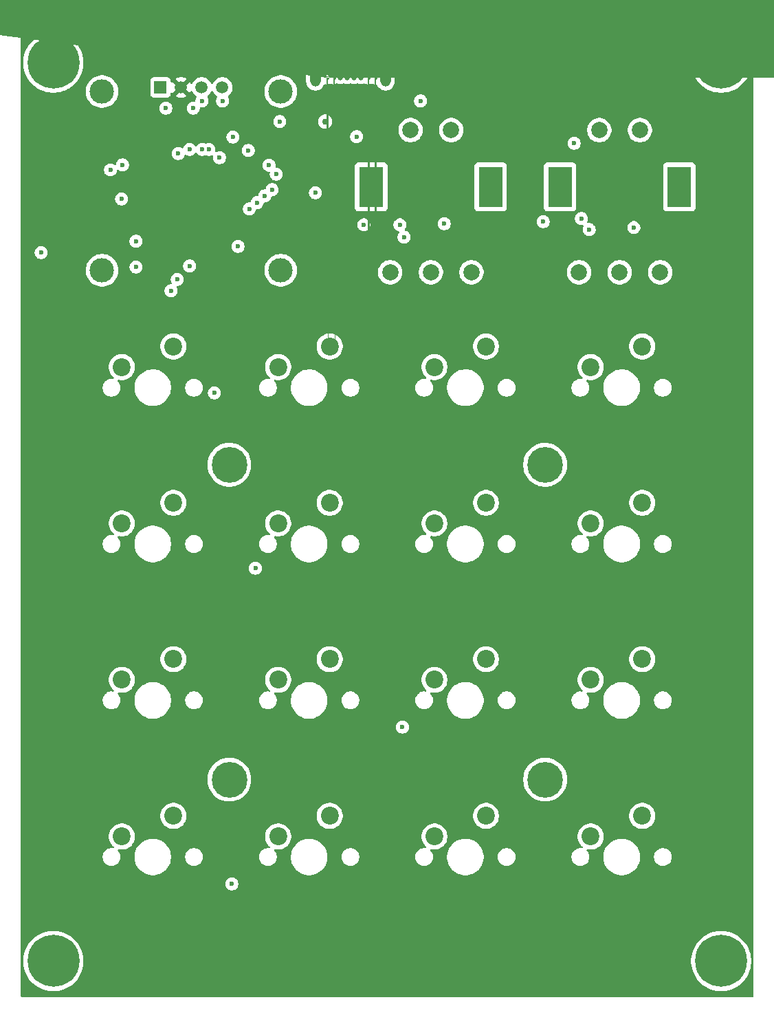
<source format=gbr>
%TF.GenerationSoftware,KiCad,Pcbnew,9.0.0*%
%TF.CreationDate,2025-06-12T15:56:32-06:00*%
%TF.ProjectId,final_macropad,66696e61-6c5f-46d6-9163-726f7061642e,rev?*%
%TF.SameCoordinates,Original*%
%TF.FileFunction,Copper,L2,Inr*%
%TF.FilePolarity,Positive*%
%FSLAX46Y46*%
G04 Gerber Fmt 4.6, Leading zero omitted, Abs format (unit mm)*
G04 Created by KiCad (PCBNEW 9.0.0) date 2025-06-12 15:56:32*
%MOMM*%
%LPD*%
G01*
G04 APERTURE LIST*
G04 Aperture macros list*
%AMFreePoly0*
4,1,121,0.057437,0.323981,0.058316,0.323824,0.113316,0.308824,0.114166,0.308506,0.166166,0.283506,0.166873,0.283092,0.213873,0.250092,0.214579,0.249492,0.254579,0.208492,0.255133,0.207814,0.287133,0.160814,0.287573,0.160023,0.310573,0.108023,0.310851,0.107213,0.324851,0.051213,0.324988,0.050350,0.328988,-0.006650,0.328973,-0.007523,0.322973,-0.064523,0.322801,-0.065397,
0.306801,-0.120397,0.306455,-0.121271,0.280455,-0.172271,0.280021,-0.172972,0.246021,-0.218972,0.245402,-0.219664,0.203402,-0.258664,0.202695,-0.259211,0.155000,-0.289735,0.155000,-1.060082,0.202707,-1.090796,0.203402,-1.091336,0.245402,-1.130336,0.246021,-1.131028,0.280021,-1.177028,0.280455,-1.177729,0.306455,-1.228729,0.306801,-1.229603,0.322801,-1.284603,0.322973,-1.285477,
0.328973,-1.342477,0.328988,-1.343350,0.324988,-1.400350,0.324851,-1.401213,0.310851,-1.457213,0.310573,-1.458023,0.287573,-1.510023,0.287133,-1.510814,0.255133,-1.557814,0.254579,-1.558492,0.214579,-1.599492,0.213873,-1.600092,0.166873,-1.633092,0.166166,-1.633506,0.114166,-1.658506,0.113316,-1.658824,0.058316,-1.673824,0.057437,-1.673981,0.000437,-1.678981,-0.000437,-1.678981,
-0.057437,-1.673981,-0.058316,-1.673824,-0.113316,-1.658824,-0.114166,-1.658506,-0.166166,-1.633506,-0.166873,-1.633092,-0.213873,-1.600092,-0.214579,-1.599492,-0.254579,-1.558492,-0.255133,-1.557814,-0.287133,-1.510814,-0.287573,-1.510023,-0.310573,-1.458023,-0.310851,-1.457213,-0.324851,-1.401213,-0.324988,-1.400350,-0.328988,-1.343350,-0.328973,-1.342477,-0.322973,-1.285477,-0.322801,-1.284603,
-0.306801,-1.229603,-0.306455,-1.228729,-0.280455,-1.177729,-0.280021,-1.177028,-0.246021,-1.131028,-0.245402,-1.130336,-0.203402,-1.091336,-0.202695,-1.090789,-0.155000,-1.060264,-0.155000,-0.289735,-0.202695,-0.259211,-0.203402,-0.258664,-0.245402,-0.219664,-0.246021,-0.218972,-0.280021,-0.172972,-0.280455,-0.172271,-0.306455,-0.121271,-0.306801,-0.120397,-0.322801,-0.065397,-0.322973,-0.064523,
-0.328973,-0.007523,-0.328988,-0.006650,-0.324988,0.050350,-0.324851,0.051213,-0.310851,0.107213,-0.310573,0.108023,-0.287573,0.160023,-0.287133,0.160814,-0.255133,0.207814,-0.254579,0.208492,-0.214579,0.249492,-0.213873,0.250092,-0.166873,0.283092,-0.166166,0.283506,-0.114166,0.308506,-0.113316,0.308824,-0.058316,0.323824,-0.057437,0.323981,-0.000437,0.328981,0.000437,0.328981,
0.057437,0.323981,0.057437,0.323981,$1*%
%AMFreePoly1*
4,1,121,0.057437,0.323981,0.058316,0.323824,0.113316,0.308824,0.114166,0.308506,0.166166,0.283506,0.166873,0.283092,0.213873,0.250092,0.214579,0.249492,0.254579,0.208492,0.255133,0.207814,0.287133,0.160814,0.287573,0.160023,0.310573,0.108023,0.310851,0.107213,0.324851,0.051213,0.324988,0.050350,0.328988,-0.006650,0.328973,-0.007523,0.322973,-0.064523,0.322801,-0.065397,
0.306801,-0.120397,0.306455,-0.121271,0.280455,-0.172271,0.280021,-0.172972,0.246021,-0.218972,0.245402,-0.219664,0.203402,-0.258664,0.202695,-0.259211,0.155000,-0.289735,0.155000,-1.060264,0.202695,-1.090789,0.203402,-1.091336,0.245402,-1.130336,0.246021,-1.131028,0.280021,-1.177028,0.280455,-1.177729,0.306455,-1.228729,0.306801,-1.229603,0.322801,-1.284603,0.322973,-1.285477,
0.328973,-1.342477,0.328988,-1.343350,0.324988,-1.400350,0.324851,-1.401213,0.310851,-1.457213,0.310573,-1.458023,0.287573,-1.510023,0.287133,-1.510814,0.255133,-1.557814,0.254579,-1.558492,0.214579,-1.599492,0.213873,-1.600092,0.166873,-1.633092,0.166166,-1.633506,0.114166,-1.658506,0.113316,-1.658824,0.058316,-1.673824,0.057437,-1.673981,0.000437,-1.678981,-0.000437,-1.678981,
-0.057437,-1.673981,-0.058316,-1.673824,-0.113316,-1.658824,-0.114166,-1.658506,-0.166166,-1.633506,-0.166873,-1.633092,-0.213873,-1.600092,-0.214579,-1.599492,-0.254579,-1.558492,-0.255133,-1.557814,-0.287133,-1.510814,-0.287573,-1.510023,-0.310573,-1.458023,-0.310851,-1.457213,-0.324851,-1.401213,-0.324988,-1.400350,-0.328988,-1.343350,-0.328973,-1.342477,-0.322973,-1.285477,-0.322801,-1.284603,
-0.306801,-1.229603,-0.306455,-1.228729,-0.280455,-1.177729,-0.280021,-1.177028,-0.246021,-1.131028,-0.245402,-1.130336,-0.203402,-1.091336,-0.202695,-1.090789,-0.155000,-1.060264,-0.155000,-0.289735,-0.202695,-0.259211,-0.203402,-0.258664,-0.245402,-0.219664,-0.246021,-0.218972,-0.280021,-0.172972,-0.280455,-0.172271,-0.306455,-0.121271,-0.306801,-0.120397,-0.322801,-0.065397,-0.322973,-0.064523,
-0.328973,-0.007523,-0.328988,-0.006650,-0.324988,0.050350,-0.324851,0.051213,-0.310851,0.107213,-0.310573,0.108023,-0.287573,0.160023,-0.287133,0.160814,-0.255133,0.207814,-0.254579,0.208492,-0.214579,0.249492,-0.213873,0.250092,-0.166873,0.283092,-0.166166,0.283506,-0.114166,0.308506,-0.113316,0.308824,-0.058316,0.323824,-0.057437,0.323981,-0.000437,0.328981,0.000437,0.328981,
0.057437,0.323981,0.057437,0.323981,$1*%
G04 Aperture macros list end*
%TA.AperFunction,ComponentPad*%
%ADD10C,0.800000*%
%TD*%
%TA.AperFunction,ComponentPad*%
%ADD11C,6.400000*%
%TD*%
%TA.AperFunction,ComponentPad*%
%ADD12C,2.000000*%
%TD*%
%TA.AperFunction,ComponentPad*%
%ADD13R,3.000000X5.000000*%
%TD*%
%TA.AperFunction,ComponentPad*%
%ADD14C,2.200000*%
%TD*%
%TA.AperFunction,ComponentPad*%
%ADD15C,4.400000*%
%TD*%
%TA.AperFunction,ComponentPad*%
%ADD16R,1.508000X1.508000*%
%TD*%
%TA.AperFunction,ComponentPad*%
%ADD17C,1.508000*%
%TD*%
%TA.AperFunction,ComponentPad*%
%ADD18C,3.000000*%
%TD*%
%TA.AperFunction,ComponentPad*%
%ADD19FreePoly0,180.000000*%
%TD*%
%TA.AperFunction,ComponentPad*%
%ADD20C,0.648000*%
%TD*%
%TA.AperFunction,ComponentPad*%
%ADD21FreePoly1,180.000000*%
%TD*%
%TA.AperFunction,ComponentPad*%
%ADD22O,1.300000X2.500000*%
%TD*%
%TA.AperFunction,ComponentPad*%
%ADD23O,1.300000X3.200000*%
%TD*%
%TA.AperFunction,ViaPad*%
%ADD24C,0.600000*%
%TD*%
%TA.AperFunction,ViaPad*%
%ADD25C,0.762000*%
%TD*%
G04 APERTURE END LIST*
D10*
%TO.N,GND*%
%TO.C,H3*%
X30600000Y-140052944D03*
X31302944Y-138355888D03*
X31302944Y-141750000D03*
X33000000Y-137652944D03*
D11*
X33000000Y-140052944D03*
D10*
X33000000Y-142452944D03*
X34697056Y-138355888D03*
X34697056Y-141750000D03*
X35400000Y-140052944D03*
%TD*%
D12*
%TO.N,Net-(R7-Pad2)*%
%TO.C,S17*%
X100250000Y-37750000D03*
%TO.N,GND*%
X105250000Y-37750000D03*
%TO.N,Net-(S17-CHANNEL_A)*%
X97750000Y-55250000D03*
%TO.N,Net-(S17-CHANNEL_B)*%
X102750000Y-55250000D03*
%TO.N,GND*%
X107750000Y-55250000D03*
D13*
X95400000Y-44750000D03*
X110100000Y-44750000D03*
%TD*%
D10*
%TO.N,GND*%
%TO.C,H4*%
X112850000Y-140052944D03*
X113552944Y-138355888D03*
X113552944Y-141750000D03*
X115250000Y-137652944D03*
D11*
X115250000Y-140052944D03*
D10*
X115250000Y-142452944D03*
X116947056Y-138355888D03*
X116947056Y-141750000D03*
X117650000Y-140052944D03*
%TD*%
D14*
%TO.N,COL 2*%
%TO.C,S3*%
X86290000Y-64380000D03*
%TO.N,Net-(D3-A)*%
X79940000Y-66920000D03*
%TD*%
%TO.N,COL 1*%
%TO.C,S14*%
X67040000Y-122170000D03*
%TO.N,Net-(D14-A)*%
X60690000Y-124710000D03*
%TD*%
%TO.N,COL 1*%
%TO.C,S6*%
X67040000Y-83630000D03*
%TO.N,Net-(D6-A)*%
X60690000Y-86170000D03*
%TD*%
D15*
%TO.N,GND*%
%TO.C,H8*%
X93570000Y-117710000D03*
%TD*%
%TO.N,GND*%
%TO.C,H5*%
X54670000Y-78960000D03*
%TD*%
D14*
%TO.N,COL 2*%
%TO.C,S7*%
X86290000Y-83630000D03*
%TO.N,Net-(D7-A)*%
X79940000Y-86170000D03*
%TD*%
%TO.N,COL 3*%
%TO.C,S4*%
X105540000Y-64380000D03*
%TO.N,Net-(D4-A)*%
X99190000Y-66920000D03*
%TD*%
%TO.N,COL 3*%
%TO.C,S8*%
X105540000Y-83630000D03*
%TO.N,Net-(D8-A)*%
X99190000Y-86170000D03*
%TD*%
D10*
%TO.N,GND*%
%TO.C,H1*%
X30600000Y-29447056D03*
X31302944Y-27750000D03*
X31302944Y-31144112D03*
X33000000Y-27047056D03*
D11*
X33000000Y-29447056D03*
D10*
X33000000Y-31847056D03*
X34697056Y-27750000D03*
X34697056Y-31144112D03*
X35400000Y-29447056D03*
%TD*%
D15*
%TO.N,GND*%
%TO.C,H6*%
X54670000Y-117710000D03*
%TD*%
D14*
%TO.N,COL 0*%
%TO.C,S5*%
X47790000Y-83630000D03*
%TO.N,Net-(D5-A)*%
X41440000Y-86170000D03*
%TD*%
%TO.N,COL 0*%
%TO.C,S1*%
X47790000Y-64380000D03*
%TO.N,Net-(D1-A)*%
X41440000Y-66920000D03*
%TD*%
%TO.N,COL 1*%
%TO.C,S10*%
X67040000Y-102880000D03*
%TO.N,Net-(D10-A)*%
X60690000Y-105420000D03*
%TD*%
D15*
%TO.N,GND*%
%TO.C,H7*%
X93570000Y-78960000D03*
%TD*%
D10*
%TO.N,GND*%
%TO.C,H2*%
X112850000Y-29447056D03*
X113552944Y-27750000D03*
X113552944Y-31144112D03*
X115250000Y-27047056D03*
D11*
X115250000Y-29447056D03*
D10*
X115250000Y-31847056D03*
X116947056Y-27750000D03*
X116947056Y-31144112D03*
X117650000Y-29447056D03*
%TD*%
D14*
%TO.N,COL 3*%
%TO.C,S12*%
X105540000Y-102880000D03*
%TO.N,Net-(D12-A)*%
X99190000Y-105420000D03*
%TD*%
D16*
%TO.N,GND*%
%TO.C,U3*%
X46190000Y-32500000D03*
D17*
%TO.N,5V*%
X48730000Y-32500000D03*
%TO.N,SCL*%
X51270000Y-32500000D03*
%TO.N,SDA*%
X53810000Y-32500000D03*
D18*
%TO.N,GND*%
X39000000Y-33000000D03*
X61000000Y-33000000D03*
X61000000Y-55000000D03*
X39000000Y-55000000D03*
%TD*%
D14*
%TO.N,COL 1*%
%TO.C,S2*%
X67040000Y-64380000D03*
%TO.N,Net-(D2-A)*%
X60690000Y-66920000D03*
%TD*%
%TO.N,COL 0*%
%TO.C,S9*%
X47790000Y-102880000D03*
%TO.N,Net-(D9-A)*%
X41440000Y-105420000D03*
%TD*%
D19*
%TO.N,GND*%
%TO.C,J2*%
X72571000Y-31272000D03*
%TO.N,VBUS+*%
X71721000Y-31272000D03*
D20*
%TO.N,Net-(J2-CC1)*%
X70871000Y-31272000D03*
%TO.N,USB_D+*%
X70021000Y-31272000D03*
%TO.N,USB_D-*%
X69171000Y-31272000D03*
%TO.N,unconnected-(J2-SBU1-PadA8)*%
X68321000Y-31272000D03*
D21*
%TO.N,VBUS+*%
X67471000Y-31272000D03*
D19*
%TO.N,GND*%
X66621000Y-31272000D03*
D20*
X66621000Y-29922000D03*
%TO.N,VBUS+*%
X67471000Y-29922000D03*
%TO.N,Net-(J2-CC2)*%
X68321000Y-29922000D03*
%TO.N,USB_D+*%
X69171000Y-29922000D03*
%TO.N,USB_D-*%
X70021000Y-29922000D03*
%TO.N,unconnected-(J2-SBU2-PadB8)*%
X70871000Y-29922000D03*
%TO.N,VBUS+*%
X71721000Y-29922000D03*
%TO.N,GND*%
X72571000Y-29922000D03*
D22*
X73916000Y-26622000D03*
X65276000Y-26622000D03*
D23*
X73916000Y-30772000D03*
X65276000Y-30772000D03*
%TD*%
D14*
%TO.N,COL 2*%
%TO.C,S15*%
X86290000Y-122170000D03*
%TO.N,Net-(D15-A)*%
X79940000Y-124710000D03*
%TD*%
D12*
%TO.N,Net-(R10-Pad2)*%
%TO.C,S18*%
X77000000Y-37750000D03*
%TO.N,GND*%
X82000000Y-37750000D03*
%TO.N,Net-(S18-CHANNEL_A)*%
X74500000Y-55250000D03*
%TO.N,Net-(S18-CHANNEL_B)*%
X79500000Y-55250000D03*
%TO.N,GND*%
X84500000Y-55250000D03*
D13*
X72150000Y-44750000D03*
X86850000Y-44750000D03*
%TD*%
D14*
%TO.N,COL 3*%
%TO.C,S16*%
X105540000Y-122170000D03*
%TO.N,Net-(D16-A)*%
X99190000Y-124710000D03*
%TD*%
%TO.N,COL 0*%
%TO.C,S13*%
X47790000Y-122170000D03*
%TO.N,Net-(D13-A)*%
X41440000Y-124710000D03*
%TD*%
%TO.N,COL 2*%
%TO.C,S11*%
X86290000Y-102880000D03*
%TO.N,Net-(D11-A)*%
X79940000Y-105420000D03*
%TD*%
D24*
%TO.N,Net-(U1-UCAP)*%
X50232500Y-35052000D03*
X49784000Y-40132000D03*
%TO.N,GND*%
X60452000Y-43180000D03*
X41402000Y-46228000D03*
X55753000Y-52070000D03*
X60889000Y-36703000D03*
X75692000Y-49410000D03*
X60833000Y-26797000D03*
X41529000Y-42037000D03*
X59563000Y-42063500D03*
X98044000Y-48641000D03*
X43180000Y-54610000D03*
X46852500Y-35052000D03*
X31496000Y-52832000D03*
X81153000Y-49276000D03*
X78232000Y-34163000D03*
X65278000Y-45466000D03*
X104500000Y-49750000D03*
X48387000Y-40640000D03*
%TO.N,Net-(U1-~{RESET})*%
X53467000Y-41148000D03*
X43180000Y-51435000D03*
%TO.N,ROW 0*%
X47498000Y-57531000D03*
X52832000Y-70104000D03*
%TO.N,ROW 1*%
X57883000Y-91694000D03*
X48260000Y-56134000D03*
%TO.N,ROW 2*%
X49784000Y-54483000D03*
X76000000Y-111250000D03*
%TO.N,5V*%
X46500000Y-40250000D03*
X53467000Y-53086000D03*
X41402000Y-49530000D03*
X59563000Y-40285500D03*
X50546000Y-41402000D03*
X41529000Y-38608000D03*
%TO.N,SCL*%
X51308000Y-34163000D03*
X51350000Y-40132000D03*
%TO.N,SDA*%
X52150000Y-40132000D03*
X53848000Y-34163000D03*
%TO.N,SW0*%
X57023000Y-40259000D03*
X97155000Y-39370000D03*
%TO.N,ROTA0*%
X59944000Y-45085000D03*
X93345000Y-49022000D03*
%TO.N,ROTB0*%
X58102500Y-46672500D03*
X99000000Y-50000000D03*
%TO.N,ROTA1*%
X59055000Y-45847000D03*
X71247000Y-49410000D03*
%TO.N,ROTB1*%
X57150000Y-47450000D03*
X76200000Y-50927000D03*
%TO.N,SW1*%
X70358000Y-38550000D03*
X55118000Y-38608000D03*
D25*
%TO.N,VBUS+*%
X66477000Y-36703000D03*
D24*
%TO.N,ROW 3*%
X40027000Y-42650000D03*
X54991000Y-130556000D03*
%TD*%
%TA.AperFunction,Conductor*%
%TO.N,5V*%
G36*
X64438123Y-25020185D02*
G01*
X64483878Y-25072989D01*
X64493822Y-25142147D01*
X64464797Y-25205703D01*
X64458765Y-25212181D01*
X64398445Y-25272500D01*
X64398441Y-25272505D01*
X64292006Y-25419002D01*
X64209788Y-25580360D01*
X64209787Y-25580363D01*
X64153829Y-25752589D01*
X64125500Y-25931448D01*
X64125500Y-27312551D01*
X64153829Y-27491410D01*
X64209787Y-27663636D01*
X64209788Y-27663639D01*
X64292006Y-27824997D01*
X64398441Y-27971494D01*
X64398445Y-27971499D01*
X64526500Y-28099554D01*
X64526505Y-28099558D01*
X64654287Y-28192396D01*
X64673006Y-28205996D01*
X64778484Y-28259740D01*
X64834360Y-28288211D01*
X64834363Y-28288212D01*
X64920476Y-28316191D01*
X65006591Y-28344171D01*
X65089429Y-28357291D01*
X65185449Y-28372500D01*
X65185454Y-28372500D01*
X65366551Y-28372500D01*
X65453259Y-28358765D01*
X65545409Y-28344171D01*
X65717639Y-28288211D01*
X65878994Y-28205996D01*
X66025501Y-28099553D01*
X66153553Y-27971501D01*
X66259996Y-27824994D01*
X66342211Y-27663639D01*
X66398171Y-27491409D01*
X66412765Y-27399259D01*
X66426500Y-27312551D01*
X66426500Y-25931448D01*
X66410019Y-25827397D01*
X66398171Y-25752591D01*
X66342211Y-25580361D01*
X66342211Y-25580360D01*
X66313740Y-25524484D01*
X66259996Y-25419006D01*
X66246396Y-25400287D01*
X66153558Y-25272505D01*
X66153554Y-25272500D01*
X66093235Y-25212181D01*
X66059750Y-25150858D01*
X66064734Y-25081166D01*
X66106606Y-25025233D01*
X66172070Y-25000816D01*
X66180916Y-25000500D01*
X73011084Y-25000500D01*
X73078123Y-25020185D01*
X73123878Y-25072989D01*
X73133822Y-25142147D01*
X73104797Y-25205703D01*
X73098765Y-25212181D01*
X73038445Y-25272500D01*
X73038441Y-25272505D01*
X72932006Y-25419002D01*
X72849788Y-25580360D01*
X72849787Y-25580363D01*
X72793829Y-25752589D01*
X72765500Y-25931448D01*
X72765500Y-27312551D01*
X72793829Y-27491410D01*
X72849787Y-27663636D01*
X72849788Y-27663639D01*
X72932006Y-27824997D01*
X73038441Y-27971494D01*
X73038445Y-27971499D01*
X73166500Y-28099554D01*
X73166505Y-28099558D01*
X73294287Y-28192396D01*
X73313006Y-28205996D01*
X73418484Y-28259740D01*
X73474360Y-28288211D01*
X73474363Y-28288212D01*
X73560476Y-28316191D01*
X73646591Y-28344171D01*
X73729429Y-28357291D01*
X73825449Y-28372500D01*
X73825454Y-28372500D01*
X74006551Y-28372500D01*
X74093259Y-28358765D01*
X74185409Y-28344171D01*
X74357639Y-28288211D01*
X74518994Y-28205996D01*
X74665501Y-28099553D01*
X74793553Y-27971501D01*
X74899996Y-27824994D01*
X74982211Y-27663639D01*
X75038171Y-27491409D01*
X75052765Y-27399259D01*
X75066500Y-27312551D01*
X75066500Y-25931448D01*
X75050019Y-25827397D01*
X75038171Y-25752591D01*
X74982211Y-25580361D01*
X74982211Y-25580360D01*
X74953740Y-25524484D01*
X74899996Y-25419006D01*
X74886396Y-25400287D01*
X74793558Y-25272505D01*
X74793554Y-25272500D01*
X74733235Y-25212181D01*
X74699750Y-25150858D01*
X74704734Y-25081166D01*
X74746606Y-25025233D01*
X74812070Y-25000816D01*
X74820916Y-25000500D01*
X119125500Y-25000500D01*
X119192539Y-25020185D01*
X119238294Y-25072989D01*
X119249500Y-25124500D01*
X119249500Y-144375500D01*
X119229815Y-144442539D01*
X119177011Y-144488294D01*
X119125500Y-144499500D01*
X29124500Y-144499500D01*
X29057461Y-144479815D01*
X29011706Y-144427011D01*
X29000500Y-144375500D01*
X29000500Y-139871153D01*
X29299500Y-139871153D01*
X29299500Y-140234734D01*
X29335137Y-140596574D01*
X29406064Y-140953156D01*
X29406067Y-140953167D01*
X29511614Y-141301109D01*
X29650754Y-141637022D01*
X29650756Y-141637027D01*
X29822140Y-141957664D01*
X29822151Y-141957682D01*
X30024140Y-142259979D01*
X30024150Y-142259993D01*
X30254807Y-142541050D01*
X30511893Y-142798136D01*
X30511898Y-142798140D01*
X30511899Y-142798141D01*
X30792956Y-143028798D01*
X31095268Y-143230797D01*
X31095277Y-143230802D01*
X31095279Y-143230803D01*
X31415916Y-143402187D01*
X31415918Y-143402187D01*
X31415924Y-143402191D01*
X31751836Y-143541330D01*
X32099767Y-143646874D01*
X32099773Y-143646875D01*
X32099776Y-143646876D01*
X32099787Y-143646879D01*
X32456369Y-143717806D01*
X32818206Y-143753444D01*
X32818209Y-143753444D01*
X33181791Y-143753444D01*
X33181794Y-143753444D01*
X33543631Y-143717806D01*
X33613045Y-143703998D01*
X33900212Y-143646879D01*
X33900223Y-143646876D01*
X33900223Y-143646875D01*
X33900233Y-143646874D01*
X34248164Y-143541330D01*
X34584076Y-143402191D01*
X34904732Y-143230797D01*
X35207044Y-143028798D01*
X35488101Y-142798141D01*
X35745197Y-142541045D01*
X35975854Y-142259988D01*
X36177853Y-141957676D01*
X36349247Y-141637020D01*
X36488386Y-141301108D01*
X36593930Y-140953177D01*
X36593932Y-140953167D01*
X36593935Y-140953156D01*
X36664862Y-140596574D01*
X36700500Y-140234734D01*
X36700500Y-139871153D01*
X111549500Y-139871153D01*
X111549500Y-140234734D01*
X111585137Y-140596574D01*
X111656064Y-140953156D01*
X111656067Y-140953167D01*
X111761614Y-141301109D01*
X111900754Y-141637022D01*
X111900756Y-141637027D01*
X112072140Y-141957664D01*
X112072151Y-141957682D01*
X112274140Y-142259979D01*
X112274150Y-142259993D01*
X112504807Y-142541050D01*
X112761893Y-142798136D01*
X112761898Y-142798140D01*
X112761899Y-142798141D01*
X113042956Y-143028798D01*
X113345268Y-143230797D01*
X113345277Y-143230802D01*
X113345279Y-143230803D01*
X113665916Y-143402187D01*
X113665918Y-143402187D01*
X113665924Y-143402191D01*
X114001836Y-143541330D01*
X114349767Y-143646874D01*
X114349773Y-143646875D01*
X114349776Y-143646876D01*
X114349787Y-143646879D01*
X114706369Y-143717806D01*
X115068206Y-143753444D01*
X115068209Y-143753444D01*
X115431791Y-143753444D01*
X115431794Y-143753444D01*
X115793631Y-143717806D01*
X115863045Y-143703998D01*
X116150212Y-143646879D01*
X116150223Y-143646876D01*
X116150223Y-143646875D01*
X116150233Y-143646874D01*
X116498164Y-143541330D01*
X116834076Y-143402191D01*
X117154732Y-143230797D01*
X117457044Y-143028798D01*
X117738101Y-142798141D01*
X117995197Y-142541045D01*
X118225854Y-142259988D01*
X118427853Y-141957676D01*
X118599247Y-141637020D01*
X118738386Y-141301108D01*
X118843930Y-140953177D01*
X118843932Y-140953167D01*
X118843935Y-140953156D01*
X118914862Y-140596574D01*
X118950500Y-140234734D01*
X118950500Y-139871153D01*
X118914862Y-139509313D01*
X118843935Y-139152731D01*
X118843932Y-139152720D01*
X118843931Y-139152717D01*
X118843930Y-139152711D01*
X118738386Y-138804780D01*
X118599247Y-138468868D01*
X118427853Y-138148212D01*
X118225854Y-137845900D01*
X117995197Y-137564843D01*
X117995196Y-137564842D01*
X117995192Y-137564837D01*
X117738106Y-137307751D01*
X117457049Y-137077094D01*
X117457048Y-137077093D01*
X117457044Y-137077090D01*
X117154732Y-136875091D01*
X117154727Y-136875088D01*
X117154720Y-136875084D01*
X116834083Y-136703700D01*
X116834078Y-136703698D01*
X116498165Y-136564558D01*
X116150223Y-136459011D01*
X116150212Y-136459008D01*
X115793630Y-136388081D01*
X115521111Y-136361240D01*
X115431794Y-136352444D01*
X115068206Y-136352444D01*
X114985679Y-136360572D01*
X114706369Y-136388081D01*
X114349787Y-136459008D01*
X114349776Y-136459011D01*
X114001834Y-136564558D01*
X113665921Y-136703698D01*
X113665916Y-136703700D01*
X113345279Y-136875084D01*
X113345261Y-136875095D01*
X113042964Y-137077084D01*
X113042950Y-137077094D01*
X112761893Y-137307751D01*
X112504807Y-137564837D01*
X112274150Y-137845894D01*
X112274140Y-137845908D01*
X112072151Y-138148205D01*
X112072140Y-138148223D01*
X111900756Y-138468860D01*
X111900754Y-138468865D01*
X111761614Y-138804778D01*
X111656067Y-139152720D01*
X111656064Y-139152731D01*
X111585137Y-139509313D01*
X111549500Y-139871153D01*
X36700500Y-139871153D01*
X36664862Y-139509313D01*
X36593935Y-139152731D01*
X36593932Y-139152720D01*
X36593931Y-139152717D01*
X36593930Y-139152711D01*
X36488386Y-138804780D01*
X36349247Y-138468868D01*
X36177853Y-138148212D01*
X35975854Y-137845900D01*
X35745197Y-137564843D01*
X35745196Y-137564842D01*
X35745192Y-137564837D01*
X35488106Y-137307751D01*
X35207049Y-137077094D01*
X35207048Y-137077093D01*
X35207044Y-137077090D01*
X34904732Y-136875091D01*
X34904727Y-136875088D01*
X34904720Y-136875084D01*
X34584083Y-136703700D01*
X34584078Y-136703698D01*
X34248165Y-136564558D01*
X33900223Y-136459011D01*
X33900212Y-136459008D01*
X33543630Y-136388081D01*
X33271111Y-136361240D01*
X33181794Y-136352444D01*
X32818206Y-136352444D01*
X32735679Y-136360572D01*
X32456369Y-136388081D01*
X32099787Y-136459008D01*
X32099776Y-136459011D01*
X31751834Y-136564558D01*
X31415921Y-136703698D01*
X31415916Y-136703700D01*
X31095279Y-136875084D01*
X31095261Y-136875095D01*
X30792964Y-137077084D01*
X30792950Y-137077094D01*
X30511893Y-137307751D01*
X30254807Y-137564837D01*
X30024150Y-137845894D01*
X30024140Y-137845908D01*
X29822151Y-138148205D01*
X29822140Y-138148223D01*
X29650756Y-138468860D01*
X29650754Y-138468865D01*
X29511614Y-138804778D01*
X29406067Y-139152720D01*
X29406064Y-139152731D01*
X29335137Y-139509313D01*
X29299500Y-139871153D01*
X29000500Y-139871153D01*
X29000500Y-130477153D01*
X54190500Y-130477153D01*
X54190500Y-130634846D01*
X54221261Y-130789489D01*
X54221264Y-130789501D01*
X54281602Y-130935172D01*
X54281609Y-130935185D01*
X54369210Y-131066288D01*
X54369213Y-131066292D01*
X54480707Y-131177786D01*
X54480711Y-131177789D01*
X54611814Y-131265390D01*
X54611827Y-131265397D01*
X54757498Y-131325735D01*
X54757503Y-131325737D01*
X54912153Y-131356499D01*
X54912156Y-131356500D01*
X54912158Y-131356500D01*
X55069844Y-131356500D01*
X55069845Y-131356499D01*
X55224497Y-131325737D01*
X55370179Y-131265394D01*
X55501289Y-131177789D01*
X55612789Y-131066289D01*
X55700394Y-130935179D01*
X55760737Y-130789497D01*
X55791500Y-130634842D01*
X55791500Y-130477158D01*
X55791500Y-130477155D01*
X55791499Y-130477153D01*
X55760738Y-130322510D01*
X55760737Y-130322503D01*
X55760735Y-130322498D01*
X55700397Y-130176827D01*
X55700390Y-130176814D01*
X55612789Y-130045711D01*
X55612786Y-130045707D01*
X55501292Y-129934213D01*
X55501288Y-129934210D01*
X55370185Y-129846609D01*
X55370172Y-129846602D01*
X55224501Y-129786264D01*
X55224489Y-129786261D01*
X55069845Y-129755500D01*
X55069842Y-129755500D01*
X54912158Y-129755500D01*
X54912155Y-129755500D01*
X54757510Y-129786261D01*
X54757498Y-129786264D01*
X54611827Y-129846602D01*
X54611814Y-129846609D01*
X54480711Y-129934210D01*
X54480707Y-129934213D01*
X54369213Y-130045707D01*
X54369210Y-130045711D01*
X54281609Y-130176814D01*
X54281602Y-130176827D01*
X54221264Y-130322498D01*
X54221261Y-130322510D01*
X54190500Y-130477153D01*
X29000500Y-130477153D01*
X29000500Y-127163389D01*
X39069500Y-127163389D01*
X39069500Y-127336611D01*
X39096598Y-127507701D01*
X39150127Y-127672445D01*
X39228768Y-127826788D01*
X39330586Y-127966928D01*
X39453072Y-128089414D01*
X39593212Y-128191232D01*
X39747555Y-128269873D01*
X39912299Y-128323402D01*
X40083389Y-128350500D01*
X40083390Y-128350500D01*
X40256610Y-128350500D01*
X40256611Y-128350500D01*
X40427701Y-128323402D01*
X40592445Y-128269873D01*
X40746788Y-128191232D01*
X40886928Y-128089414D01*
X41009414Y-127966928D01*
X41111232Y-127826788D01*
X41189873Y-127672445D01*
X41243402Y-127507701D01*
X41270500Y-127336611D01*
X41270500Y-127163389D01*
X41260854Y-127102486D01*
X42999500Y-127102486D01*
X42999500Y-127397513D01*
X43031571Y-127641113D01*
X43038007Y-127689993D01*
X43112212Y-127966930D01*
X43114361Y-127974951D01*
X43114364Y-127974961D01*
X43227254Y-128247500D01*
X43227258Y-128247510D01*
X43374761Y-128502993D01*
X43554352Y-128737040D01*
X43554358Y-128737047D01*
X43762952Y-128945641D01*
X43762959Y-128945647D01*
X43997006Y-129125238D01*
X44252489Y-129272741D01*
X44252490Y-129272741D01*
X44252493Y-129272743D01*
X44525048Y-129385639D01*
X44810007Y-129461993D01*
X45102494Y-129500500D01*
X45102501Y-129500500D01*
X45397499Y-129500500D01*
X45397506Y-129500500D01*
X45689993Y-129461993D01*
X45974952Y-129385639D01*
X46247507Y-129272743D01*
X46502994Y-129125238D01*
X46737042Y-128945646D01*
X46945646Y-128737042D01*
X47125238Y-128502994D01*
X47272743Y-128247507D01*
X47385639Y-127974952D01*
X47461993Y-127689993D01*
X47500500Y-127397506D01*
X47500500Y-127163389D01*
X49229500Y-127163389D01*
X49229500Y-127336611D01*
X49256598Y-127507701D01*
X49310127Y-127672445D01*
X49388768Y-127826788D01*
X49490586Y-127966928D01*
X49613072Y-128089414D01*
X49753212Y-128191232D01*
X49907555Y-128269873D01*
X50072299Y-128323402D01*
X50243389Y-128350500D01*
X50243390Y-128350500D01*
X50416610Y-128350500D01*
X50416611Y-128350500D01*
X50587701Y-128323402D01*
X50752445Y-128269873D01*
X50906788Y-128191232D01*
X51046928Y-128089414D01*
X51169414Y-127966928D01*
X51271232Y-127826788D01*
X51349873Y-127672445D01*
X51403402Y-127507701D01*
X51430500Y-127336611D01*
X51430500Y-127163389D01*
X58319500Y-127163389D01*
X58319500Y-127336611D01*
X58346598Y-127507701D01*
X58400127Y-127672445D01*
X58478768Y-127826788D01*
X58580586Y-127966928D01*
X58703072Y-128089414D01*
X58843212Y-128191232D01*
X58997555Y-128269873D01*
X59162299Y-128323402D01*
X59333389Y-128350500D01*
X59333390Y-128350500D01*
X59506610Y-128350500D01*
X59506611Y-128350500D01*
X59677701Y-128323402D01*
X59842445Y-128269873D01*
X59996788Y-128191232D01*
X60136928Y-128089414D01*
X60259414Y-127966928D01*
X60361232Y-127826788D01*
X60439873Y-127672445D01*
X60493402Y-127507701D01*
X60520500Y-127336611D01*
X60520500Y-127163389D01*
X60510854Y-127102486D01*
X62249500Y-127102486D01*
X62249500Y-127397513D01*
X62281571Y-127641113D01*
X62288007Y-127689993D01*
X62362212Y-127966930D01*
X62364361Y-127974951D01*
X62364364Y-127974961D01*
X62477254Y-128247500D01*
X62477258Y-128247510D01*
X62624761Y-128502993D01*
X62804352Y-128737040D01*
X62804358Y-128737047D01*
X63012952Y-128945641D01*
X63012959Y-128945647D01*
X63247006Y-129125238D01*
X63502489Y-129272741D01*
X63502490Y-129272741D01*
X63502493Y-129272743D01*
X63775048Y-129385639D01*
X64060007Y-129461993D01*
X64352494Y-129500500D01*
X64352501Y-129500500D01*
X64647499Y-129500500D01*
X64647506Y-129500500D01*
X64939993Y-129461993D01*
X65224952Y-129385639D01*
X65497507Y-129272743D01*
X65752994Y-129125238D01*
X65987042Y-128945646D01*
X66195646Y-128737042D01*
X66375238Y-128502994D01*
X66522743Y-128247507D01*
X66635639Y-127974952D01*
X66711993Y-127689993D01*
X66750500Y-127397506D01*
X66750500Y-127163389D01*
X68479500Y-127163389D01*
X68479500Y-127336611D01*
X68506598Y-127507701D01*
X68560127Y-127672445D01*
X68638768Y-127826788D01*
X68740586Y-127966928D01*
X68863072Y-128089414D01*
X69003212Y-128191232D01*
X69157555Y-128269873D01*
X69322299Y-128323402D01*
X69493389Y-128350500D01*
X69493390Y-128350500D01*
X69666610Y-128350500D01*
X69666611Y-128350500D01*
X69837701Y-128323402D01*
X70002445Y-128269873D01*
X70156788Y-128191232D01*
X70296928Y-128089414D01*
X70419414Y-127966928D01*
X70521232Y-127826788D01*
X70599873Y-127672445D01*
X70653402Y-127507701D01*
X70680500Y-127336611D01*
X70680500Y-127163389D01*
X77569500Y-127163389D01*
X77569500Y-127336611D01*
X77596598Y-127507701D01*
X77650127Y-127672445D01*
X77728768Y-127826788D01*
X77830586Y-127966928D01*
X77953072Y-128089414D01*
X78093212Y-128191232D01*
X78247555Y-128269873D01*
X78412299Y-128323402D01*
X78583389Y-128350500D01*
X78583390Y-128350500D01*
X78756610Y-128350500D01*
X78756611Y-128350500D01*
X78927701Y-128323402D01*
X79092445Y-128269873D01*
X79246788Y-128191232D01*
X79386928Y-128089414D01*
X79509414Y-127966928D01*
X79611232Y-127826788D01*
X79689873Y-127672445D01*
X79743402Y-127507701D01*
X79770500Y-127336611D01*
X79770500Y-127163389D01*
X79760854Y-127102486D01*
X81499500Y-127102486D01*
X81499500Y-127397513D01*
X81531571Y-127641113D01*
X81538007Y-127689993D01*
X81612212Y-127966930D01*
X81614361Y-127974951D01*
X81614364Y-127974961D01*
X81727254Y-128247500D01*
X81727258Y-128247510D01*
X81874761Y-128502993D01*
X82054352Y-128737040D01*
X82054358Y-128737047D01*
X82262952Y-128945641D01*
X82262959Y-128945647D01*
X82497006Y-129125238D01*
X82752489Y-129272741D01*
X82752490Y-129272741D01*
X82752493Y-129272743D01*
X83025048Y-129385639D01*
X83310007Y-129461993D01*
X83602494Y-129500500D01*
X83602501Y-129500500D01*
X83897499Y-129500500D01*
X83897506Y-129500500D01*
X84189993Y-129461993D01*
X84474952Y-129385639D01*
X84747507Y-129272743D01*
X85002994Y-129125238D01*
X85237042Y-128945646D01*
X85445646Y-128737042D01*
X85625238Y-128502994D01*
X85772743Y-128247507D01*
X85885639Y-127974952D01*
X85961993Y-127689993D01*
X86000500Y-127397506D01*
X86000500Y-127163389D01*
X87729500Y-127163389D01*
X87729500Y-127336611D01*
X87756598Y-127507701D01*
X87810127Y-127672445D01*
X87888768Y-127826788D01*
X87990586Y-127966928D01*
X88113072Y-128089414D01*
X88253212Y-128191232D01*
X88407555Y-128269873D01*
X88572299Y-128323402D01*
X88743389Y-128350500D01*
X88743390Y-128350500D01*
X88916610Y-128350500D01*
X88916611Y-128350500D01*
X89087701Y-128323402D01*
X89252445Y-128269873D01*
X89406788Y-128191232D01*
X89546928Y-128089414D01*
X89669414Y-127966928D01*
X89771232Y-127826788D01*
X89849873Y-127672445D01*
X89903402Y-127507701D01*
X89930500Y-127336611D01*
X89930500Y-127163389D01*
X96819500Y-127163389D01*
X96819500Y-127336611D01*
X96846598Y-127507701D01*
X96900127Y-127672445D01*
X96978768Y-127826788D01*
X97080586Y-127966928D01*
X97203072Y-128089414D01*
X97343212Y-128191232D01*
X97497555Y-128269873D01*
X97662299Y-128323402D01*
X97833389Y-128350500D01*
X97833390Y-128350500D01*
X98006610Y-128350500D01*
X98006611Y-128350500D01*
X98177701Y-128323402D01*
X98342445Y-128269873D01*
X98496788Y-128191232D01*
X98636928Y-128089414D01*
X98759414Y-127966928D01*
X98861232Y-127826788D01*
X98939873Y-127672445D01*
X98993402Y-127507701D01*
X99020500Y-127336611D01*
X99020500Y-127163389D01*
X99010854Y-127102486D01*
X100749500Y-127102486D01*
X100749500Y-127397513D01*
X100781571Y-127641113D01*
X100788007Y-127689993D01*
X100862212Y-127966930D01*
X100864361Y-127974951D01*
X100864364Y-127974961D01*
X100977254Y-128247500D01*
X100977258Y-128247510D01*
X101124761Y-128502993D01*
X101304352Y-128737040D01*
X101304358Y-128737047D01*
X101512952Y-128945641D01*
X101512959Y-128945647D01*
X101747006Y-129125238D01*
X102002489Y-129272741D01*
X102002490Y-129272741D01*
X102002493Y-129272743D01*
X102275048Y-129385639D01*
X102560007Y-129461993D01*
X102852494Y-129500500D01*
X102852501Y-129500500D01*
X103147499Y-129500500D01*
X103147506Y-129500500D01*
X103439993Y-129461993D01*
X103724952Y-129385639D01*
X103997507Y-129272743D01*
X104252994Y-129125238D01*
X104487042Y-128945646D01*
X104695646Y-128737042D01*
X104875238Y-128502994D01*
X105022743Y-128247507D01*
X105135639Y-127974952D01*
X105211993Y-127689993D01*
X105250500Y-127397506D01*
X105250500Y-127163389D01*
X106979500Y-127163389D01*
X106979500Y-127336611D01*
X107006598Y-127507701D01*
X107060127Y-127672445D01*
X107138768Y-127826788D01*
X107240586Y-127966928D01*
X107363072Y-128089414D01*
X107503212Y-128191232D01*
X107657555Y-128269873D01*
X107822299Y-128323402D01*
X107993389Y-128350500D01*
X107993390Y-128350500D01*
X108166610Y-128350500D01*
X108166611Y-128350500D01*
X108337701Y-128323402D01*
X108502445Y-128269873D01*
X108656788Y-128191232D01*
X108796928Y-128089414D01*
X108919414Y-127966928D01*
X109021232Y-127826788D01*
X109099873Y-127672445D01*
X109153402Y-127507701D01*
X109180500Y-127336611D01*
X109180500Y-127163389D01*
X109153402Y-126992299D01*
X109099873Y-126827555D01*
X109021232Y-126673212D01*
X108919414Y-126533072D01*
X108796928Y-126410586D01*
X108656788Y-126308768D01*
X108502445Y-126230127D01*
X108337701Y-126176598D01*
X108337699Y-126176597D01*
X108337698Y-126176597D01*
X108206271Y-126155781D01*
X108166611Y-126149500D01*
X107993389Y-126149500D01*
X107953728Y-126155781D01*
X107822302Y-126176597D01*
X107657552Y-126230128D01*
X107503211Y-126308768D01*
X107446289Y-126350125D01*
X107363072Y-126410586D01*
X107363070Y-126410588D01*
X107363069Y-126410588D01*
X107240588Y-126533069D01*
X107240588Y-126533070D01*
X107240586Y-126533072D01*
X107196859Y-126593256D01*
X107138768Y-126673211D01*
X107060128Y-126827552D01*
X107006597Y-126992302D01*
X106979500Y-127163389D01*
X105250500Y-127163389D01*
X105250500Y-127102494D01*
X105211993Y-126810007D01*
X105135639Y-126525048D01*
X105022743Y-126252493D01*
X104967309Y-126156479D01*
X104875238Y-125997006D01*
X104695647Y-125762959D01*
X104695641Y-125762952D01*
X104487047Y-125554358D01*
X104487040Y-125554352D01*
X104252993Y-125374761D01*
X103997510Y-125227258D01*
X103997500Y-125227254D01*
X103724961Y-125114364D01*
X103724954Y-125114362D01*
X103724952Y-125114361D01*
X103439993Y-125038007D01*
X103391113Y-125031571D01*
X103147513Y-124999500D01*
X103147506Y-124999500D01*
X102852494Y-124999500D01*
X102852486Y-124999500D01*
X102574085Y-125036153D01*
X102560007Y-125038007D01*
X102385428Y-125084785D01*
X102275048Y-125114361D01*
X102275038Y-125114364D01*
X102002499Y-125227254D01*
X102002489Y-125227258D01*
X101747006Y-125374761D01*
X101512959Y-125554352D01*
X101512952Y-125554358D01*
X101304358Y-125762952D01*
X101304352Y-125762959D01*
X101124761Y-125997006D01*
X100977258Y-126252489D01*
X100977254Y-126252499D01*
X100864364Y-126525038D01*
X100864361Y-126525048D01*
X100788008Y-126810004D01*
X100788006Y-126810015D01*
X100749500Y-127102486D01*
X99010854Y-127102486D01*
X98993402Y-126992299D01*
X98939873Y-126827555D01*
X98861232Y-126673212D01*
X98759414Y-126533072D01*
X98707482Y-126481140D01*
X98673997Y-126419817D01*
X98678981Y-126350125D01*
X98720853Y-126294192D01*
X98786317Y-126269775D01*
X98814561Y-126270986D01*
X98815212Y-126271089D01*
X98815215Y-126271090D01*
X99064038Y-126310500D01*
X99064039Y-126310500D01*
X99315961Y-126310500D01*
X99315962Y-126310500D01*
X99564785Y-126271090D01*
X99804379Y-126193241D01*
X100028845Y-126078870D01*
X100232656Y-125930793D01*
X100410793Y-125752656D01*
X100558870Y-125548845D01*
X100673241Y-125324379D01*
X100751090Y-125084785D01*
X100790500Y-124835962D01*
X100790500Y-124584038D01*
X100751090Y-124335215D01*
X100673241Y-124095621D01*
X100673239Y-124095618D01*
X100673239Y-124095616D01*
X100631747Y-124014184D01*
X100558870Y-123871155D01*
X100457107Y-123731090D01*
X100410798Y-123667350D01*
X100410794Y-123667345D01*
X100232654Y-123489205D01*
X100232649Y-123489201D01*
X100028848Y-123341132D01*
X100028847Y-123341131D01*
X100028845Y-123341130D01*
X99958747Y-123305413D01*
X99804383Y-123226760D01*
X99564785Y-123148910D01*
X99315962Y-123109500D01*
X99064038Y-123109500D01*
X98939626Y-123129205D01*
X98815214Y-123148910D01*
X98575616Y-123226760D01*
X98351151Y-123341132D01*
X98147350Y-123489201D01*
X98147345Y-123489205D01*
X97969205Y-123667345D01*
X97969201Y-123667350D01*
X97821132Y-123871151D01*
X97706760Y-124095616D01*
X97628910Y-124335214D01*
X97589500Y-124584038D01*
X97589500Y-124835961D01*
X97628910Y-125084785D01*
X97706760Y-125324383D01*
X97821132Y-125548848D01*
X97969201Y-125752649D01*
X97969205Y-125752654D01*
X97969207Y-125752656D01*
X98147344Y-125930793D01*
X98147345Y-125930794D01*
X98147344Y-125930794D01*
X98153661Y-125935383D01*
X98196327Y-125990714D01*
X98202305Y-126060327D01*
X98169699Y-126122122D01*
X98108860Y-126156479D01*
X98061378Y-126158174D01*
X98006611Y-126149500D01*
X97833389Y-126149500D01*
X97793728Y-126155781D01*
X97662302Y-126176597D01*
X97497552Y-126230128D01*
X97343211Y-126308768D01*
X97286289Y-126350125D01*
X97203072Y-126410586D01*
X97203070Y-126410588D01*
X97203069Y-126410588D01*
X97080588Y-126533069D01*
X97080588Y-126533070D01*
X97080586Y-126533072D01*
X97036859Y-126593256D01*
X96978768Y-126673211D01*
X96900128Y-126827552D01*
X96846597Y-126992302D01*
X96819500Y-127163389D01*
X89930500Y-127163389D01*
X89903402Y-126992299D01*
X89849873Y-126827555D01*
X89771232Y-126673212D01*
X89669414Y-126533072D01*
X89546928Y-126410586D01*
X89406788Y-126308768D01*
X89252445Y-126230127D01*
X89087701Y-126176598D01*
X89087699Y-126176597D01*
X89087698Y-126176597D01*
X88956271Y-126155781D01*
X88916611Y-126149500D01*
X88743389Y-126149500D01*
X88703728Y-126155781D01*
X88572302Y-126176597D01*
X88407552Y-126230128D01*
X88253211Y-126308768D01*
X88196289Y-126350125D01*
X88113072Y-126410586D01*
X88113070Y-126410588D01*
X88113069Y-126410588D01*
X87990588Y-126533069D01*
X87990588Y-126533070D01*
X87990586Y-126533072D01*
X87946859Y-126593256D01*
X87888768Y-126673211D01*
X87810128Y-126827552D01*
X87756597Y-126992302D01*
X87729500Y-127163389D01*
X86000500Y-127163389D01*
X86000500Y-127102494D01*
X85961993Y-126810007D01*
X85885639Y-126525048D01*
X85772743Y-126252493D01*
X85717309Y-126156479D01*
X85625238Y-125997006D01*
X85445647Y-125762959D01*
X85445641Y-125762952D01*
X85237047Y-125554358D01*
X85237040Y-125554352D01*
X85002993Y-125374761D01*
X84747510Y-125227258D01*
X84747500Y-125227254D01*
X84474961Y-125114364D01*
X84474954Y-125114362D01*
X84474952Y-125114361D01*
X84189993Y-125038007D01*
X84141113Y-125031571D01*
X83897513Y-124999500D01*
X83897506Y-124999500D01*
X83602494Y-124999500D01*
X83602486Y-124999500D01*
X83324085Y-125036153D01*
X83310007Y-125038007D01*
X83135428Y-125084785D01*
X83025048Y-125114361D01*
X83025038Y-125114364D01*
X82752499Y-125227254D01*
X82752489Y-125227258D01*
X82497006Y-125374761D01*
X82262959Y-125554352D01*
X82262952Y-125554358D01*
X82054358Y-125762952D01*
X82054352Y-125762959D01*
X81874761Y-125997006D01*
X81727258Y-126252489D01*
X81727254Y-126252499D01*
X81614364Y-126525038D01*
X81614361Y-126525048D01*
X81538008Y-126810004D01*
X81538006Y-126810015D01*
X81499500Y-127102486D01*
X79760854Y-127102486D01*
X79743402Y-126992299D01*
X79689873Y-126827555D01*
X79611232Y-126673212D01*
X79509414Y-126533072D01*
X79457482Y-126481140D01*
X79423997Y-126419817D01*
X79428981Y-126350125D01*
X79470853Y-126294192D01*
X79536317Y-126269775D01*
X79564561Y-126270986D01*
X79565212Y-126271089D01*
X79565215Y-126271090D01*
X79814038Y-126310500D01*
X79814039Y-126310500D01*
X80065961Y-126310500D01*
X80065962Y-126310500D01*
X80314785Y-126271090D01*
X80554379Y-126193241D01*
X80778845Y-126078870D01*
X80982656Y-125930793D01*
X81160793Y-125752656D01*
X81308870Y-125548845D01*
X81423241Y-125324379D01*
X81501090Y-125084785D01*
X81540500Y-124835962D01*
X81540500Y-124584038D01*
X81501090Y-124335215D01*
X81423241Y-124095621D01*
X81423239Y-124095618D01*
X81423239Y-124095616D01*
X81381747Y-124014184D01*
X81308870Y-123871155D01*
X81207107Y-123731090D01*
X81160798Y-123667350D01*
X81160794Y-123667345D01*
X80982654Y-123489205D01*
X80982649Y-123489201D01*
X80778848Y-123341132D01*
X80778847Y-123341131D01*
X80778845Y-123341130D01*
X80708747Y-123305413D01*
X80554383Y-123226760D01*
X80314785Y-123148910D01*
X80065962Y-123109500D01*
X79814038Y-123109500D01*
X79689626Y-123129205D01*
X79565214Y-123148910D01*
X79325616Y-123226760D01*
X79101151Y-123341132D01*
X78897350Y-123489201D01*
X78897345Y-123489205D01*
X78719205Y-123667345D01*
X78719201Y-123667350D01*
X78571132Y-123871151D01*
X78456760Y-124095616D01*
X78378910Y-124335214D01*
X78339500Y-124584038D01*
X78339500Y-124835961D01*
X78378910Y-125084785D01*
X78456760Y-125324383D01*
X78571132Y-125548848D01*
X78719201Y-125752649D01*
X78719205Y-125752654D01*
X78719207Y-125752656D01*
X78897344Y-125930793D01*
X78897345Y-125930794D01*
X78897344Y-125930794D01*
X78903661Y-125935383D01*
X78946327Y-125990714D01*
X78952305Y-126060327D01*
X78919699Y-126122122D01*
X78858860Y-126156479D01*
X78811378Y-126158174D01*
X78756611Y-126149500D01*
X78583389Y-126149500D01*
X78543728Y-126155781D01*
X78412302Y-126176597D01*
X78247552Y-126230128D01*
X78093211Y-126308768D01*
X78036289Y-126350125D01*
X77953072Y-126410586D01*
X77953070Y-126410588D01*
X77953069Y-126410588D01*
X77830588Y-126533069D01*
X77830588Y-126533070D01*
X77830586Y-126533072D01*
X77786859Y-126593256D01*
X77728768Y-126673211D01*
X77650128Y-126827552D01*
X77596597Y-126992302D01*
X77569500Y-127163389D01*
X70680500Y-127163389D01*
X70653402Y-126992299D01*
X70599873Y-126827555D01*
X70521232Y-126673212D01*
X70419414Y-126533072D01*
X70296928Y-126410586D01*
X70156788Y-126308768D01*
X70002445Y-126230127D01*
X69837701Y-126176598D01*
X69837699Y-126176597D01*
X69837698Y-126176597D01*
X69706271Y-126155781D01*
X69666611Y-126149500D01*
X69493389Y-126149500D01*
X69453728Y-126155781D01*
X69322302Y-126176597D01*
X69157552Y-126230128D01*
X69003211Y-126308768D01*
X68946289Y-126350125D01*
X68863072Y-126410586D01*
X68863070Y-126410588D01*
X68863069Y-126410588D01*
X68740588Y-126533069D01*
X68740588Y-126533070D01*
X68740586Y-126533072D01*
X68696859Y-126593256D01*
X68638768Y-126673211D01*
X68560128Y-126827552D01*
X68506597Y-126992302D01*
X68479500Y-127163389D01*
X66750500Y-127163389D01*
X66750500Y-127102494D01*
X66711993Y-126810007D01*
X66635639Y-126525048D01*
X66522743Y-126252493D01*
X66467309Y-126156479D01*
X66375238Y-125997006D01*
X66195647Y-125762959D01*
X66195641Y-125762952D01*
X65987047Y-125554358D01*
X65987040Y-125554352D01*
X65752993Y-125374761D01*
X65497510Y-125227258D01*
X65497500Y-125227254D01*
X65224961Y-125114364D01*
X65224954Y-125114362D01*
X65224952Y-125114361D01*
X64939993Y-125038007D01*
X64891113Y-125031571D01*
X64647513Y-124999500D01*
X64647506Y-124999500D01*
X64352494Y-124999500D01*
X64352486Y-124999500D01*
X64074085Y-125036153D01*
X64060007Y-125038007D01*
X63885428Y-125084785D01*
X63775048Y-125114361D01*
X63775038Y-125114364D01*
X63502499Y-125227254D01*
X63502489Y-125227258D01*
X63247006Y-125374761D01*
X63012959Y-125554352D01*
X63012952Y-125554358D01*
X62804358Y-125762952D01*
X62804352Y-125762959D01*
X62624761Y-125997006D01*
X62477258Y-126252489D01*
X62477254Y-126252499D01*
X62364364Y-126525038D01*
X62364361Y-126525048D01*
X62288008Y-126810004D01*
X62288006Y-126810015D01*
X62249500Y-127102486D01*
X60510854Y-127102486D01*
X60493402Y-126992299D01*
X60439873Y-126827555D01*
X60361232Y-126673212D01*
X60259414Y-126533072D01*
X60207482Y-126481140D01*
X60173997Y-126419817D01*
X60178981Y-126350125D01*
X60220853Y-126294192D01*
X60286317Y-126269775D01*
X60314561Y-126270986D01*
X60315212Y-126271089D01*
X60315215Y-126271090D01*
X60564038Y-126310500D01*
X60564039Y-126310500D01*
X60815961Y-126310500D01*
X60815962Y-126310500D01*
X61064785Y-126271090D01*
X61304379Y-126193241D01*
X61528845Y-126078870D01*
X61732656Y-125930793D01*
X61910793Y-125752656D01*
X62058870Y-125548845D01*
X62173241Y-125324379D01*
X62251090Y-125084785D01*
X62290500Y-124835962D01*
X62290500Y-124584038D01*
X62251090Y-124335215D01*
X62173241Y-124095621D01*
X62173239Y-124095618D01*
X62173239Y-124095616D01*
X62131747Y-124014184D01*
X62058870Y-123871155D01*
X61957107Y-123731090D01*
X61910798Y-123667350D01*
X61910794Y-123667345D01*
X61732654Y-123489205D01*
X61732649Y-123489201D01*
X61528848Y-123341132D01*
X61528847Y-123341131D01*
X61528845Y-123341130D01*
X61458747Y-123305413D01*
X61304383Y-123226760D01*
X61064785Y-123148910D01*
X60815962Y-123109500D01*
X60564038Y-123109500D01*
X60439626Y-123129205D01*
X60315214Y-123148910D01*
X60075616Y-123226760D01*
X59851151Y-123341132D01*
X59647350Y-123489201D01*
X59647345Y-123489205D01*
X59469205Y-123667345D01*
X59469201Y-123667350D01*
X59321132Y-123871151D01*
X59206760Y-124095616D01*
X59128910Y-124335214D01*
X59089500Y-124584038D01*
X59089500Y-124835961D01*
X59128910Y-125084785D01*
X59206760Y-125324383D01*
X59321132Y-125548848D01*
X59469201Y-125752649D01*
X59469205Y-125752654D01*
X59469207Y-125752656D01*
X59647344Y-125930793D01*
X59647345Y-125930794D01*
X59647344Y-125930794D01*
X59653661Y-125935383D01*
X59696327Y-125990714D01*
X59702305Y-126060327D01*
X59669699Y-126122122D01*
X59608860Y-126156479D01*
X59561378Y-126158174D01*
X59506611Y-126149500D01*
X59333389Y-126149500D01*
X59293728Y-126155781D01*
X59162302Y-126176597D01*
X58997552Y-126230128D01*
X58843211Y-126308768D01*
X58786289Y-126350125D01*
X58703072Y-126410586D01*
X58703070Y-126410588D01*
X58703069Y-126410588D01*
X58580588Y-126533069D01*
X58580588Y-126533070D01*
X58580586Y-126533072D01*
X58536859Y-126593256D01*
X58478768Y-126673211D01*
X58400128Y-126827552D01*
X58346597Y-126992302D01*
X58319500Y-127163389D01*
X51430500Y-127163389D01*
X51403402Y-126992299D01*
X51349873Y-126827555D01*
X51271232Y-126673212D01*
X51169414Y-126533072D01*
X51046928Y-126410586D01*
X50906788Y-126308768D01*
X50752445Y-126230127D01*
X50587701Y-126176598D01*
X50587699Y-126176597D01*
X50587698Y-126176597D01*
X50456271Y-126155781D01*
X50416611Y-126149500D01*
X50243389Y-126149500D01*
X50203728Y-126155781D01*
X50072302Y-126176597D01*
X49907552Y-126230128D01*
X49753211Y-126308768D01*
X49696289Y-126350125D01*
X49613072Y-126410586D01*
X49613070Y-126410588D01*
X49613069Y-126410588D01*
X49490588Y-126533069D01*
X49490588Y-126533070D01*
X49490586Y-126533072D01*
X49446859Y-126593256D01*
X49388768Y-126673211D01*
X49310128Y-126827552D01*
X49256597Y-126992302D01*
X49229500Y-127163389D01*
X47500500Y-127163389D01*
X47500500Y-127102494D01*
X47461993Y-126810007D01*
X47385639Y-126525048D01*
X47272743Y-126252493D01*
X47217309Y-126156479D01*
X47125238Y-125997006D01*
X46945647Y-125762959D01*
X46945641Y-125762952D01*
X46737047Y-125554358D01*
X46737040Y-125554352D01*
X46502993Y-125374761D01*
X46247510Y-125227258D01*
X46247500Y-125227254D01*
X45974961Y-125114364D01*
X45974954Y-125114362D01*
X45974952Y-125114361D01*
X45689993Y-125038007D01*
X45641113Y-125031571D01*
X45397513Y-124999500D01*
X45397506Y-124999500D01*
X45102494Y-124999500D01*
X45102486Y-124999500D01*
X44824085Y-125036153D01*
X44810007Y-125038007D01*
X44635428Y-125084785D01*
X44525048Y-125114361D01*
X44525038Y-125114364D01*
X44252499Y-125227254D01*
X44252489Y-125227258D01*
X43997006Y-125374761D01*
X43762959Y-125554352D01*
X43762952Y-125554358D01*
X43554358Y-125762952D01*
X43554352Y-125762959D01*
X43374761Y-125997006D01*
X43227258Y-126252489D01*
X43227254Y-126252499D01*
X43114364Y-126525038D01*
X43114361Y-126525048D01*
X43038008Y-126810004D01*
X43038006Y-126810015D01*
X42999500Y-127102486D01*
X41260854Y-127102486D01*
X41243402Y-126992299D01*
X41189873Y-126827555D01*
X41111232Y-126673212D01*
X41009414Y-126533072D01*
X40957482Y-126481140D01*
X40923997Y-126419817D01*
X40928981Y-126350125D01*
X40970853Y-126294192D01*
X41036317Y-126269775D01*
X41064561Y-126270986D01*
X41065212Y-126271089D01*
X41065215Y-126271090D01*
X41314038Y-126310500D01*
X41314039Y-126310500D01*
X41565961Y-126310500D01*
X41565962Y-126310500D01*
X41814785Y-126271090D01*
X42054379Y-126193241D01*
X42278845Y-126078870D01*
X42482656Y-125930793D01*
X42660793Y-125752656D01*
X42808870Y-125548845D01*
X42923241Y-125324379D01*
X43001090Y-125084785D01*
X43040500Y-124835962D01*
X43040500Y-124584038D01*
X43001090Y-124335215D01*
X42923241Y-124095621D01*
X42923239Y-124095618D01*
X42923239Y-124095616D01*
X42881747Y-124014184D01*
X42808870Y-123871155D01*
X42707107Y-123731090D01*
X42660798Y-123667350D01*
X42660794Y-123667345D01*
X42482654Y-123489205D01*
X42482649Y-123489201D01*
X42278848Y-123341132D01*
X42278847Y-123341131D01*
X42278845Y-123341130D01*
X42208747Y-123305413D01*
X42054383Y-123226760D01*
X41814785Y-123148910D01*
X41565962Y-123109500D01*
X41314038Y-123109500D01*
X41189626Y-123129205D01*
X41065214Y-123148910D01*
X40825616Y-123226760D01*
X40601151Y-123341132D01*
X40397350Y-123489201D01*
X40397345Y-123489205D01*
X40219205Y-123667345D01*
X40219201Y-123667350D01*
X40071132Y-123871151D01*
X39956760Y-124095616D01*
X39878910Y-124335214D01*
X39839500Y-124584038D01*
X39839500Y-124835961D01*
X39878910Y-125084785D01*
X39956760Y-125324383D01*
X40071132Y-125548848D01*
X40219201Y-125752649D01*
X40219205Y-125752654D01*
X40219207Y-125752656D01*
X40397344Y-125930793D01*
X40397345Y-125930794D01*
X40397344Y-125930794D01*
X40403661Y-125935383D01*
X40446327Y-125990714D01*
X40452305Y-126060327D01*
X40419699Y-126122122D01*
X40358860Y-126156479D01*
X40311378Y-126158174D01*
X40256611Y-126149500D01*
X40083389Y-126149500D01*
X40043728Y-126155781D01*
X39912302Y-126176597D01*
X39747552Y-126230128D01*
X39593211Y-126308768D01*
X39536289Y-126350125D01*
X39453072Y-126410586D01*
X39453070Y-126410588D01*
X39453069Y-126410588D01*
X39330588Y-126533069D01*
X39330588Y-126533070D01*
X39330586Y-126533072D01*
X39286859Y-126593256D01*
X39228768Y-126673211D01*
X39150128Y-126827552D01*
X39096597Y-126992302D01*
X39069500Y-127163389D01*
X29000500Y-127163389D01*
X29000500Y-122044038D01*
X46189500Y-122044038D01*
X46189500Y-122295961D01*
X46228910Y-122544785D01*
X46306760Y-122784383D01*
X46421132Y-123008848D01*
X46569201Y-123212649D01*
X46569205Y-123212654D01*
X46747345Y-123390794D01*
X46747350Y-123390798D01*
X46925117Y-123519952D01*
X46951155Y-123538870D01*
X47094184Y-123611747D01*
X47175616Y-123653239D01*
X47175618Y-123653239D01*
X47175621Y-123653241D01*
X47415215Y-123731090D01*
X47664038Y-123770500D01*
X47664039Y-123770500D01*
X47915961Y-123770500D01*
X47915962Y-123770500D01*
X48164785Y-123731090D01*
X48404379Y-123653241D01*
X48628845Y-123538870D01*
X48832656Y-123390793D01*
X49010793Y-123212656D01*
X49158870Y-123008845D01*
X49273241Y-122784379D01*
X49351090Y-122544785D01*
X49390500Y-122295962D01*
X49390500Y-122044038D01*
X65439500Y-122044038D01*
X65439500Y-122295961D01*
X65478910Y-122544785D01*
X65556760Y-122784383D01*
X65671132Y-123008848D01*
X65819201Y-123212649D01*
X65819205Y-123212654D01*
X65997345Y-123390794D01*
X65997350Y-123390798D01*
X66175117Y-123519952D01*
X66201155Y-123538870D01*
X66344184Y-123611747D01*
X66425616Y-123653239D01*
X66425618Y-123653239D01*
X66425621Y-123653241D01*
X66665215Y-123731090D01*
X66914038Y-123770500D01*
X66914039Y-123770500D01*
X67165961Y-123770500D01*
X67165962Y-123770500D01*
X67414785Y-123731090D01*
X67654379Y-123653241D01*
X67878845Y-123538870D01*
X68082656Y-123390793D01*
X68260793Y-123212656D01*
X68408870Y-123008845D01*
X68523241Y-122784379D01*
X68601090Y-122544785D01*
X68640500Y-122295962D01*
X68640500Y-122044038D01*
X84689500Y-122044038D01*
X84689500Y-122295961D01*
X84728910Y-122544785D01*
X84806760Y-122784383D01*
X84921132Y-123008848D01*
X85069201Y-123212649D01*
X85069205Y-123212654D01*
X85247345Y-123390794D01*
X85247350Y-123390798D01*
X85425117Y-123519952D01*
X85451155Y-123538870D01*
X85594184Y-123611747D01*
X85675616Y-123653239D01*
X85675618Y-123653239D01*
X85675621Y-123653241D01*
X85915215Y-123731090D01*
X86164038Y-123770500D01*
X86164039Y-123770500D01*
X86415961Y-123770500D01*
X86415962Y-123770500D01*
X86664785Y-123731090D01*
X86904379Y-123653241D01*
X87128845Y-123538870D01*
X87332656Y-123390793D01*
X87510793Y-123212656D01*
X87658870Y-123008845D01*
X87773241Y-122784379D01*
X87851090Y-122544785D01*
X87890500Y-122295962D01*
X87890500Y-122044038D01*
X103939500Y-122044038D01*
X103939500Y-122295961D01*
X103978910Y-122544785D01*
X104056760Y-122784383D01*
X104171132Y-123008848D01*
X104319201Y-123212649D01*
X104319205Y-123212654D01*
X104497345Y-123390794D01*
X104497350Y-123390798D01*
X104675117Y-123519952D01*
X104701155Y-123538870D01*
X104844184Y-123611747D01*
X104925616Y-123653239D01*
X104925618Y-123653239D01*
X104925621Y-123653241D01*
X105165215Y-123731090D01*
X105414038Y-123770500D01*
X105414039Y-123770500D01*
X105665961Y-123770500D01*
X105665962Y-123770500D01*
X105914785Y-123731090D01*
X106154379Y-123653241D01*
X106378845Y-123538870D01*
X106582656Y-123390793D01*
X106760793Y-123212656D01*
X106908870Y-123008845D01*
X107023241Y-122784379D01*
X107101090Y-122544785D01*
X107140500Y-122295962D01*
X107140500Y-122044038D01*
X107101090Y-121795215D01*
X107023241Y-121555621D01*
X107023239Y-121555618D01*
X107023239Y-121555616D01*
X106981747Y-121474184D01*
X106908870Y-121331155D01*
X106889952Y-121305117D01*
X106760798Y-121127350D01*
X106760794Y-121127345D01*
X106582654Y-120949205D01*
X106582649Y-120949201D01*
X106378848Y-120801132D01*
X106378847Y-120801131D01*
X106378845Y-120801130D01*
X106308747Y-120765413D01*
X106154383Y-120686760D01*
X105914785Y-120608910D01*
X105665962Y-120569500D01*
X105414038Y-120569500D01*
X105289626Y-120589205D01*
X105165214Y-120608910D01*
X104925616Y-120686760D01*
X104701151Y-120801132D01*
X104497350Y-120949201D01*
X104497345Y-120949205D01*
X104319205Y-121127345D01*
X104319201Y-121127350D01*
X104171132Y-121331151D01*
X104056760Y-121555616D01*
X103978910Y-121795214D01*
X103939500Y-122044038D01*
X87890500Y-122044038D01*
X87851090Y-121795215D01*
X87773241Y-121555621D01*
X87773239Y-121555618D01*
X87773239Y-121555616D01*
X87731747Y-121474184D01*
X87658870Y-121331155D01*
X87639952Y-121305117D01*
X87510798Y-121127350D01*
X87510794Y-121127345D01*
X87332654Y-120949205D01*
X87332649Y-120949201D01*
X87128848Y-120801132D01*
X87128847Y-120801131D01*
X87128845Y-120801130D01*
X87058747Y-120765413D01*
X86904383Y-120686760D01*
X86664785Y-120608910D01*
X86415962Y-120569500D01*
X86164038Y-120569500D01*
X86039626Y-120589205D01*
X85915214Y-120608910D01*
X85675616Y-120686760D01*
X85451151Y-120801132D01*
X85247350Y-120949201D01*
X85247345Y-120949205D01*
X85069205Y-121127345D01*
X85069201Y-121127350D01*
X84921132Y-121331151D01*
X84806760Y-121555616D01*
X84728910Y-121795214D01*
X84689500Y-122044038D01*
X68640500Y-122044038D01*
X68601090Y-121795215D01*
X68523241Y-121555621D01*
X68523239Y-121555618D01*
X68523239Y-121555616D01*
X68481747Y-121474184D01*
X68408870Y-121331155D01*
X68389952Y-121305117D01*
X68260798Y-121127350D01*
X68260794Y-121127345D01*
X68082654Y-120949205D01*
X68082649Y-120949201D01*
X67878848Y-120801132D01*
X67878847Y-120801131D01*
X67878845Y-120801130D01*
X67808747Y-120765413D01*
X67654383Y-120686760D01*
X67414785Y-120608910D01*
X67165962Y-120569500D01*
X66914038Y-120569500D01*
X66789626Y-120589205D01*
X66665214Y-120608910D01*
X66425616Y-120686760D01*
X66201151Y-120801132D01*
X65997350Y-120949201D01*
X65997345Y-120949205D01*
X65819205Y-121127345D01*
X65819201Y-121127350D01*
X65671132Y-121331151D01*
X65556760Y-121555616D01*
X65478910Y-121795214D01*
X65439500Y-122044038D01*
X49390500Y-122044038D01*
X49351090Y-121795215D01*
X49273241Y-121555621D01*
X49273239Y-121555618D01*
X49273239Y-121555616D01*
X49231747Y-121474184D01*
X49158870Y-121331155D01*
X49139952Y-121305117D01*
X49010798Y-121127350D01*
X49010794Y-121127345D01*
X48832654Y-120949205D01*
X48832649Y-120949201D01*
X48628848Y-120801132D01*
X48628847Y-120801131D01*
X48628845Y-120801130D01*
X48558747Y-120765413D01*
X48404383Y-120686760D01*
X48164785Y-120608910D01*
X47915962Y-120569500D01*
X47664038Y-120569500D01*
X47539626Y-120589205D01*
X47415214Y-120608910D01*
X47175616Y-120686760D01*
X46951151Y-120801132D01*
X46747350Y-120949201D01*
X46747345Y-120949205D01*
X46569205Y-121127345D01*
X46569201Y-121127350D01*
X46421132Y-121331151D01*
X46306760Y-121555616D01*
X46228910Y-121795214D01*
X46189500Y-122044038D01*
X29000500Y-122044038D01*
X29000500Y-117558336D01*
X51969500Y-117558336D01*
X51969500Y-117861663D01*
X52003457Y-118163048D01*
X52003460Y-118163062D01*
X52070953Y-118458771D01*
X52070957Y-118458783D01*
X52171133Y-118745068D01*
X52302733Y-119018338D01*
X52302735Y-119018341D01*
X52464108Y-119275164D01*
X52653221Y-119512304D01*
X52867696Y-119726779D01*
X53104836Y-119915892D01*
X53361659Y-120077265D01*
X53634935Y-120208868D01*
X53849951Y-120284105D01*
X53921216Y-120309042D01*
X53921228Y-120309046D01*
X54216937Y-120376540D01*
X54216946Y-120376541D01*
X54216951Y-120376542D01*
X54417874Y-120399180D01*
X54518337Y-120410499D01*
X54518340Y-120410500D01*
X54518343Y-120410500D01*
X54821660Y-120410500D01*
X54821661Y-120410499D01*
X54975694Y-120393144D01*
X55123048Y-120376542D01*
X55123051Y-120376541D01*
X55123063Y-120376540D01*
X55418772Y-120309046D01*
X55705065Y-120208868D01*
X55978341Y-120077265D01*
X56235164Y-119915892D01*
X56472304Y-119726779D01*
X56686779Y-119512304D01*
X56875892Y-119275164D01*
X57037265Y-119018341D01*
X57168868Y-118745065D01*
X57269046Y-118458772D01*
X57336540Y-118163063D01*
X57370500Y-117861657D01*
X57370500Y-117558343D01*
X57370499Y-117558336D01*
X90869500Y-117558336D01*
X90869500Y-117861663D01*
X90903457Y-118163048D01*
X90903460Y-118163062D01*
X90970953Y-118458771D01*
X90970957Y-118458783D01*
X91071133Y-118745068D01*
X91202733Y-119018338D01*
X91202735Y-119018341D01*
X91364108Y-119275164D01*
X91553221Y-119512304D01*
X91767696Y-119726779D01*
X92004836Y-119915892D01*
X92261659Y-120077265D01*
X92534935Y-120208868D01*
X92749951Y-120284105D01*
X92821216Y-120309042D01*
X92821228Y-120309046D01*
X93116937Y-120376540D01*
X93116946Y-120376541D01*
X93116951Y-120376542D01*
X93317874Y-120399180D01*
X93418337Y-120410499D01*
X93418340Y-120410500D01*
X93418343Y-120410500D01*
X93721660Y-120410500D01*
X93721661Y-120410499D01*
X93875694Y-120393144D01*
X94023048Y-120376542D01*
X94023051Y-120376541D01*
X94023063Y-120376540D01*
X94318772Y-120309046D01*
X94605065Y-120208868D01*
X94878341Y-120077265D01*
X95135164Y-119915892D01*
X95372304Y-119726779D01*
X95586779Y-119512304D01*
X95775892Y-119275164D01*
X95937265Y-119018341D01*
X96068868Y-118745065D01*
X96169046Y-118458772D01*
X96236540Y-118163063D01*
X96270500Y-117861657D01*
X96270500Y-117558343D01*
X96236540Y-117256937D01*
X96169046Y-116961228D01*
X96068868Y-116674935D01*
X95937265Y-116401659D01*
X95775892Y-116144836D01*
X95586779Y-115907696D01*
X95372304Y-115693221D01*
X95135164Y-115504108D01*
X94878341Y-115342735D01*
X94878338Y-115342733D01*
X94605068Y-115211133D01*
X94318783Y-115110957D01*
X94318771Y-115110953D01*
X94090556Y-115058864D01*
X94023063Y-115043460D01*
X94023060Y-115043459D01*
X94023048Y-115043457D01*
X93721663Y-115009500D01*
X93721657Y-115009500D01*
X93418343Y-115009500D01*
X93418336Y-115009500D01*
X93116951Y-115043457D01*
X93116937Y-115043460D01*
X92821228Y-115110953D01*
X92821216Y-115110957D01*
X92534931Y-115211133D01*
X92261661Y-115342733D01*
X92004837Y-115504107D01*
X91767696Y-115693220D01*
X91553220Y-115907696D01*
X91364107Y-116144837D01*
X91202733Y-116401661D01*
X91071133Y-116674931D01*
X90970957Y-116961216D01*
X90970953Y-116961228D01*
X90903460Y-117256937D01*
X90903457Y-117256951D01*
X90869500Y-117558336D01*
X57370499Y-117558336D01*
X57336540Y-117256937D01*
X57269046Y-116961228D01*
X57168868Y-116674935D01*
X57037265Y-116401659D01*
X56875892Y-116144836D01*
X56686779Y-115907696D01*
X56472304Y-115693221D01*
X56235164Y-115504108D01*
X55978341Y-115342735D01*
X55978338Y-115342733D01*
X55705068Y-115211133D01*
X55418783Y-115110957D01*
X55418771Y-115110953D01*
X55190556Y-115058864D01*
X55123063Y-115043460D01*
X55123060Y-115043459D01*
X55123048Y-115043457D01*
X54821663Y-115009500D01*
X54821657Y-115009500D01*
X54518343Y-115009500D01*
X54518336Y-115009500D01*
X54216951Y-115043457D01*
X54216937Y-115043460D01*
X53921228Y-115110953D01*
X53921216Y-115110957D01*
X53634931Y-115211133D01*
X53361661Y-115342733D01*
X53104837Y-115504107D01*
X52867696Y-115693220D01*
X52653220Y-115907696D01*
X52464107Y-116144837D01*
X52302733Y-116401661D01*
X52171133Y-116674931D01*
X52070957Y-116961216D01*
X52070953Y-116961228D01*
X52003460Y-117256937D01*
X52003457Y-117256951D01*
X51969500Y-117558336D01*
X29000500Y-117558336D01*
X29000500Y-111171153D01*
X75199500Y-111171153D01*
X75199500Y-111328846D01*
X75230261Y-111483489D01*
X75230264Y-111483501D01*
X75290602Y-111629172D01*
X75290609Y-111629185D01*
X75378210Y-111760288D01*
X75378213Y-111760292D01*
X75489707Y-111871786D01*
X75489711Y-111871789D01*
X75620814Y-111959390D01*
X75620827Y-111959397D01*
X75766498Y-112019735D01*
X75766503Y-112019737D01*
X75921153Y-112050499D01*
X75921156Y-112050500D01*
X75921158Y-112050500D01*
X76078844Y-112050500D01*
X76078845Y-112050499D01*
X76233497Y-112019737D01*
X76379179Y-111959394D01*
X76510289Y-111871789D01*
X76621789Y-111760289D01*
X76709394Y-111629179D01*
X76769737Y-111483497D01*
X76800500Y-111328842D01*
X76800500Y-111171158D01*
X76800500Y-111171155D01*
X76800499Y-111171153D01*
X76769738Y-111016510D01*
X76769737Y-111016503D01*
X76769735Y-111016498D01*
X76709397Y-110870827D01*
X76709390Y-110870814D01*
X76621789Y-110739711D01*
X76621786Y-110739707D01*
X76510292Y-110628213D01*
X76510288Y-110628210D01*
X76379185Y-110540609D01*
X76379172Y-110540602D01*
X76233501Y-110480264D01*
X76233489Y-110480261D01*
X76078845Y-110449500D01*
X76078842Y-110449500D01*
X75921158Y-110449500D01*
X75921155Y-110449500D01*
X75766510Y-110480261D01*
X75766498Y-110480264D01*
X75620827Y-110540602D01*
X75620814Y-110540609D01*
X75489711Y-110628210D01*
X75489707Y-110628213D01*
X75378213Y-110739707D01*
X75378210Y-110739711D01*
X75290609Y-110870814D01*
X75290602Y-110870827D01*
X75230264Y-111016498D01*
X75230261Y-111016510D01*
X75199500Y-111171153D01*
X29000500Y-111171153D01*
X29000500Y-107873389D01*
X39069500Y-107873389D01*
X39069500Y-108046611D01*
X39096598Y-108217701D01*
X39150127Y-108382445D01*
X39228768Y-108536788D01*
X39330586Y-108676928D01*
X39453072Y-108799414D01*
X39593212Y-108901232D01*
X39747555Y-108979873D01*
X39912299Y-109033402D01*
X40083389Y-109060500D01*
X40083390Y-109060500D01*
X40256610Y-109060500D01*
X40256611Y-109060500D01*
X40427701Y-109033402D01*
X40592445Y-108979873D01*
X40746788Y-108901232D01*
X40886928Y-108799414D01*
X41009414Y-108676928D01*
X41111232Y-108536788D01*
X41189873Y-108382445D01*
X41243402Y-108217701D01*
X41270500Y-108046611D01*
X41270500Y-107873389D01*
X41260854Y-107812486D01*
X42999500Y-107812486D01*
X42999500Y-108107513D01*
X43031571Y-108351113D01*
X43038007Y-108399993D01*
X43112212Y-108676930D01*
X43114361Y-108684951D01*
X43114364Y-108684961D01*
X43227254Y-108957500D01*
X43227258Y-108957510D01*
X43374761Y-109212993D01*
X43554352Y-109447040D01*
X43554358Y-109447047D01*
X43762952Y-109655641D01*
X43762959Y-109655647D01*
X43997006Y-109835238D01*
X44252489Y-109982741D01*
X44252490Y-109982741D01*
X44252493Y-109982743D01*
X44525048Y-110095639D01*
X44810007Y-110171993D01*
X45102494Y-110210500D01*
X45102501Y-110210500D01*
X45397499Y-110210500D01*
X45397506Y-110210500D01*
X45689993Y-110171993D01*
X45974952Y-110095639D01*
X46247507Y-109982743D01*
X46502994Y-109835238D01*
X46737042Y-109655646D01*
X46945646Y-109447042D01*
X47125238Y-109212994D01*
X47272743Y-108957507D01*
X47385639Y-108684952D01*
X47461993Y-108399993D01*
X47500500Y-108107506D01*
X47500500Y-107873389D01*
X49229500Y-107873389D01*
X49229500Y-108046611D01*
X49256598Y-108217701D01*
X49310127Y-108382445D01*
X49388768Y-108536788D01*
X49490586Y-108676928D01*
X49613072Y-108799414D01*
X49753212Y-108901232D01*
X49907555Y-108979873D01*
X50072299Y-109033402D01*
X50243389Y-109060500D01*
X50243390Y-109060500D01*
X50416610Y-109060500D01*
X50416611Y-109060500D01*
X50587701Y-109033402D01*
X50752445Y-108979873D01*
X50906788Y-108901232D01*
X51046928Y-108799414D01*
X51169414Y-108676928D01*
X51271232Y-108536788D01*
X51349873Y-108382445D01*
X51403402Y-108217701D01*
X51430500Y-108046611D01*
X51430500Y-107873389D01*
X58319500Y-107873389D01*
X58319500Y-108046611D01*
X58346598Y-108217701D01*
X58400127Y-108382445D01*
X58478768Y-108536788D01*
X58580586Y-108676928D01*
X58703072Y-108799414D01*
X58843212Y-108901232D01*
X58997555Y-108979873D01*
X59162299Y-109033402D01*
X59333389Y-109060500D01*
X59333390Y-109060500D01*
X59506610Y-109060500D01*
X59506611Y-109060500D01*
X59677701Y-109033402D01*
X59842445Y-108979873D01*
X59996788Y-108901232D01*
X60136928Y-108799414D01*
X60259414Y-108676928D01*
X60361232Y-108536788D01*
X60439873Y-108382445D01*
X60493402Y-108217701D01*
X60520500Y-108046611D01*
X60520500Y-107873389D01*
X60510854Y-107812486D01*
X62249500Y-107812486D01*
X62249500Y-108107513D01*
X62281571Y-108351113D01*
X62288007Y-108399993D01*
X62362212Y-108676930D01*
X62364361Y-108684951D01*
X62364364Y-108684961D01*
X62477254Y-108957500D01*
X62477258Y-108957510D01*
X62624761Y-109212993D01*
X62804352Y-109447040D01*
X62804358Y-109447047D01*
X63012952Y-109655641D01*
X63012959Y-109655647D01*
X63247006Y-109835238D01*
X63502489Y-109982741D01*
X63502490Y-109982741D01*
X63502493Y-109982743D01*
X63775048Y-110095639D01*
X64060007Y-110171993D01*
X64352494Y-110210500D01*
X64352501Y-110210500D01*
X64647499Y-110210500D01*
X64647506Y-110210500D01*
X64939993Y-110171993D01*
X65224952Y-110095639D01*
X65497507Y-109982743D01*
X65752994Y-109835238D01*
X65987042Y-109655646D01*
X66195646Y-109447042D01*
X66375238Y-109212994D01*
X66522743Y-108957507D01*
X66635639Y-108684952D01*
X66711993Y-108399993D01*
X66750500Y-108107506D01*
X66750500Y-107873389D01*
X68479500Y-107873389D01*
X68479500Y-108046611D01*
X68506598Y-108217701D01*
X68560127Y-108382445D01*
X68638768Y-108536788D01*
X68740586Y-108676928D01*
X68863072Y-108799414D01*
X69003212Y-108901232D01*
X69157555Y-108979873D01*
X69322299Y-109033402D01*
X69493389Y-109060500D01*
X69493390Y-109060500D01*
X69666610Y-109060500D01*
X69666611Y-109060500D01*
X69837701Y-109033402D01*
X70002445Y-108979873D01*
X70156788Y-108901232D01*
X70296928Y-108799414D01*
X70419414Y-108676928D01*
X70521232Y-108536788D01*
X70599873Y-108382445D01*
X70653402Y-108217701D01*
X70680500Y-108046611D01*
X70680500Y-107873389D01*
X77569500Y-107873389D01*
X77569500Y-108046611D01*
X77596598Y-108217701D01*
X77650127Y-108382445D01*
X77728768Y-108536788D01*
X77830586Y-108676928D01*
X77953072Y-108799414D01*
X78093212Y-108901232D01*
X78247555Y-108979873D01*
X78412299Y-109033402D01*
X78583389Y-109060500D01*
X78583390Y-109060500D01*
X78756610Y-109060500D01*
X78756611Y-109060500D01*
X78927701Y-109033402D01*
X79092445Y-108979873D01*
X79246788Y-108901232D01*
X79386928Y-108799414D01*
X79509414Y-108676928D01*
X79611232Y-108536788D01*
X79689873Y-108382445D01*
X79743402Y-108217701D01*
X79770500Y-108046611D01*
X79770500Y-107873389D01*
X79760854Y-107812486D01*
X81499500Y-107812486D01*
X81499500Y-108107513D01*
X81531571Y-108351113D01*
X81538007Y-108399993D01*
X81612212Y-108676930D01*
X81614361Y-108684951D01*
X81614364Y-108684961D01*
X81727254Y-108957500D01*
X81727258Y-108957510D01*
X81874761Y-109212993D01*
X82054352Y-109447040D01*
X82054358Y-109447047D01*
X82262952Y-109655641D01*
X82262959Y-109655647D01*
X82497006Y-109835238D01*
X82752489Y-109982741D01*
X82752490Y-109982741D01*
X82752493Y-109982743D01*
X83025048Y-110095639D01*
X83310007Y-110171993D01*
X83602494Y-110210500D01*
X83602501Y-110210500D01*
X83897499Y-110210500D01*
X83897506Y-110210500D01*
X84189993Y-110171993D01*
X84474952Y-110095639D01*
X84747507Y-109982743D01*
X85002994Y-109835238D01*
X85237042Y-109655646D01*
X85445646Y-109447042D01*
X85625238Y-109212994D01*
X85772743Y-108957507D01*
X85885639Y-108684952D01*
X85961993Y-108399993D01*
X86000500Y-108107506D01*
X86000500Y-107873389D01*
X87729500Y-107873389D01*
X87729500Y-108046611D01*
X87756598Y-108217701D01*
X87810127Y-108382445D01*
X87888768Y-108536788D01*
X87990586Y-108676928D01*
X88113072Y-108799414D01*
X88253212Y-108901232D01*
X88407555Y-108979873D01*
X88572299Y-109033402D01*
X88743389Y-109060500D01*
X88743390Y-109060500D01*
X88916610Y-109060500D01*
X88916611Y-109060500D01*
X89087701Y-109033402D01*
X89252445Y-108979873D01*
X89406788Y-108901232D01*
X89546928Y-108799414D01*
X89669414Y-108676928D01*
X89771232Y-108536788D01*
X89849873Y-108382445D01*
X89903402Y-108217701D01*
X89930500Y-108046611D01*
X89930500Y-107873389D01*
X96819500Y-107873389D01*
X96819500Y-108046611D01*
X96846598Y-108217701D01*
X96900127Y-108382445D01*
X96978768Y-108536788D01*
X97080586Y-108676928D01*
X97203072Y-108799414D01*
X97343212Y-108901232D01*
X97497555Y-108979873D01*
X97662299Y-109033402D01*
X97833389Y-109060500D01*
X97833390Y-109060500D01*
X98006610Y-109060500D01*
X98006611Y-109060500D01*
X98177701Y-109033402D01*
X98342445Y-108979873D01*
X98496788Y-108901232D01*
X98636928Y-108799414D01*
X98759414Y-108676928D01*
X98861232Y-108536788D01*
X98939873Y-108382445D01*
X98993402Y-108217701D01*
X99020500Y-108046611D01*
X99020500Y-107873389D01*
X99010854Y-107812486D01*
X100749500Y-107812486D01*
X100749500Y-108107513D01*
X100781571Y-108351113D01*
X100788007Y-108399993D01*
X100862212Y-108676930D01*
X100864361Y-108684951D01*
X100864364Y-108684961D01*
X100977254Y-108957500D01*
X100977258Y-108957510D01*
X101124761Y-109212993D01*
X101304352Y-109447040D01*
X101304358Y-109447047D01*
X101512952Y-109655641D01*
X101512959Y-109655647D01*
X101747006Y-109835238D01*
X102002489Y-109982741D01*
X102002490Y-109982741D01*
X102002493Y-109982743D01*
X102275048Y-110095639D01*
X102560007Y-110171993D01*
X102852494Y-110210500D01*
X102852501Y-110210500D01*
X103147499Y-110210500D01*
X103147506Y-110210500D01*
X103439993Y-110171993D01*
X103724952Y-110095639D01*
X103997507Y-109982743D01*
X104252994Y-109835238D01*
X104487042Y-109655646D01*
X104695646Y-109447042D01*
X104875238Y-109212994D01*
X105022743Y-108957507D01*
X105135639Y-108684952D01*
X105211993Y-108399993D01*
X105250500Y-108107506D01*
X105250500Y-107873389D01*
X106979500Y-107873389D01*
X106979500Y-108046611D01*
X107006598Y-108217701D01*
X107060127Y-108382445D01*
X107138768Y-108536788D01*
X107240586Y-108676928D01*
X107363072Y-108799414D01*
X107503212Y-108901232D01*
X107657555Y-108979873D01*
X107822299Y-109033402D01*
X107993389Y-109060500D01*
X107993390Y-109060500D01*
X108166610Y-109060500D01*
X108166611Y-109060500D01*
X108337701Y-109033402D01*
X108502445Y-108979873D01*
X108656788Y-108901232D01*
X108796928Y-108799414D01*
X108919414Y-108676928D01*
X109021232Y-108536788D01*
X109099873Y-108382445D01*
X109153402Y-108217701D01*
X109180500Y-108046611D01*
X109180500Y-107873389D01*
X109153402Y-107702299D01*
X109099873Y-107537555D01*
X109021232Y-107383212D01*
X108919414Y-107243072D01*
X108796928Y-107120586D01*
X108656788Y-107018768D01*
X108502445Y-106940127D01*
X108337701Y-106886598D01*
X108337699Y-106886597D01*
X108337698Y-106886597D01*
X108206271Y-106865781D01*
X108166611Y-106859500D01*
X107993389Y-106859500D01*
X107953728Y-106865781D01*
X107822302Y-106886597D01*
X107657552Y-106940128D01*
X107503211Y-107018768D01*
X107446289Y-107060125D01*
X107363072Y-107120586D01*
X107363070Y-107120588D01*
X107363069Y-107120588D01*
X107240588Y-107243069D01*
X107240588Y-107243070D01*
X107240586Y-107243072D01*
X107196859Y-107303256D01*
X107138768Y-107383211D01*
X107060128Y-107537552D01*
X107006597Y-107702302D01*
X106979500Y-107873389D01*
X105250500Y-107873389D01*
X105250500Y-107812494D01*
X105211993Y-107520007D01*
X105135639Y-107235048D01*
X105022743Y-106962493D01*
X104967309Y-106866479D01*
X104875238Y-106707006D01*
X104695647Y-106472959D01*
X104695641Y-106472952D01*
X104487047Y-106264358D01*
X104487040Y-106264352D01*
X104252993Y-106084761D01*
X103997510Y-105937258D01*
X103997500Y-105937254D01*
X103724961Y-105824364D01*
X103724954Y-105824362D01*
X103724952Y-105824361D01*
X103439993Y-105748007D01*
X103391113Y-105741571D01*
X103147513Y-105709500D01*
X103147506Y-105709500D01*
X102852494Y-105709500D01*
X102852486Y-105709500D01*
X102574085Y-105746153D01*
X102560007Y-105748007D01*
X102385428Y-105794785D01*
X102275048Y-105824361D01*
X102275038Y-105824364D01*
X102002499Y-105937254D01*
X102002489Y-105937258D01*
X101747006Y-106084761D01*
X101512959Y-106264352D01*
X101512952Y-106264358D01*
X101304358Y-106472952D01*
X101304352Y-106472959D01*
X101124761Y-106707006D01*
X100977258Y-106962489D01*
X100977254Y-106962499D01*
X100864364Y-107235038D01*
X100864361Y-107235048D01*
X100788008Y-107520004D01*
X100788006Y-107520015D01*
X100749500Y-107812486D01*
X99010854Y-107812486D01*
X98993402Y-107702299D01*
X98939873Y-107537555D01*
X98861232Y-107383212D01*
X98759414Y-107243072D01*
X98707482Y-107191140D01*
X98673997Y-107129817D01*
X98678981Y-107060125D01*
X98720853Y-107004192D01*
X98786317Y-106979775D01*
X98814561Y-106980986D01*
X98815212Y-106981089D01*
X98815215Y-106981090D01*
X99064038Y-107020500D01*
X99064039Y-107020500D01*
X99315961Y-107020500D01*
X99315962Y-107020500D01*
X99564785Y-106981090D01*
X99804379Y-106903241D01*
X100028845Y-106788870D01*
X100232656Y-106640793D01*
X100410793Y-106462656D01*
X100558870Y-106258845D01*
X100673241Y-106034379D01*
X100751090Y-105794785D01*
X100790500Y-105545962D01*
X100790500Y-105294038D01*
X100751090Y-105045215D01*
X100673241Y-104805621D01*
X100673239Y-104805618D01*
X100673239Y-104805616D01*
X100631747Y-104724184D01*
X100558870Y-104581155D01*
X100457107Y-104441090D01*
X100410798Y-104377350D01*
X100410794Y-104377345D01*
X100232654Y-104199205D01*
X100232649Y-104199201D01*
X100028848Y-104051132D01*
X100028847Y-104051131D01*
X100028845Y-104051130D01*
X99958747Y-104015413D01*
X99804383Y-103936760D01*
X99564785Y-103858910D01*
X99315962Y-103819500D01*
X99064038Y-103819500D01*
X98939626Y-103839205D01*
X98815214Y-103858910D01*
X98575616Y-103936760D01*
X98351151Y-104051132D01*
X98147350Y-104199201D01*
X98147345Y-104199205D01*
X97969205Y-104377345D01*
X97969201Y-104377350D01*
X97821132Y-104581151D01*
X97706760Y-104805616D01*
X97628910Y-105045214D01*
X97589500Y-105294038D01*
X97589500Y-105545961D01*
X97628910Y-105794785D01*
X97706760Y-106034383D01*
X97821132Y-106258848D01*
X97969201Y-106462649D01*
X97969205Y-106462654D01*
X97969207Y-106462656D01*
X98147344Y-106640793D01*
X98147345Y-106640794D01*
X98147344Y-106640794D01*
X98153661Y-106645383D01*
X98196327Y-106700714D01*
X98202305Y-106770327D01*
X98169699Y-106832122D01*
X98108860Y-106866479D01*
X98061378Y-106868174D01*
X98006611Y-106859500D01*
X97833389Y-106859500D01*
X97793728Y-106865781D01*
X97662302Y-106886597D01*
X97497552Y-106940128D01*
X97343211Y-107018768D01*
X97286289Y-107060125D01*
X97203072Y-107120586D01*
X97203070Y-107120588D01*
X97203069Y-107120588D01*
X97080588Y-107243069D01*
X97080588Y-107243070D01*
X97080586Y-107243072D01*
X97036859Y-107303256D01*
X96978768Y-107383211D01*
X96900128Y-107537552D01*
X96846597Y-107702302D01*
X96819500Y-107873389D01*
X89930500Y-107873389D01*
X89903402Y-107702299D01*
X89849873Y-107537555D01*
X89771232Y-107383212D01*
X89669414Y-107243072D01*
X89546928Y-107120586D01*
X89406788Y-107018768D01*
X89252445Y-106940127D01*
X89087701Y-106886598D01*
X89087699Y-106886597D01*
X89087698Y-106886597D01*
X88956271Y-106865781D01*
X88916611Y-106859500D01*
X88743389Y-106859500D01*
X88703728Y-106865781D01*
X88572302Y-106886597D01*
X88407552Y-106940128D01*
X88253211Y-107018768D01*
X88196289Y-107060125D01*
X88113072Y-107120586D01*
X88113070Y-107120588D01*
X88113069Y-107120588D01*
X87990588Y-107243069D01*
X87990588Y-107243070D01*
X87990586Y-107243072D01*
X87946859Y-107303256D01*
X87888768Y-107383211D01*
X87810128Y-107537552D01*
X87756597Y-107702302D01*
X87729500Y-107873389D01*
X86000500Y-107873389D01*
X86000500Y-107812494D01*
X85961993Y-107520007D01*
X85885639Y-107235048D01*
X85772743Y-106962493D01*
X85717309Y-106866479D01*
X85625238Y-106707006D01*
X85445647Y-106472959D01*
X85445641Y-106472952D01*
X85237047Y-106264358D01*
X85237040Y-106264352D01*
X85002993Y-106084761D01*
X84747510Y-105937258D01*
X84747500Y-105937254D01*
X84474961Y-105824364D01*
X84474954Y-105824362D01*
X84474952Y-105824361D01*
X84189993Y-105748007D01*
X84141113Y-105741571D01*
X83897513Y-105709500D01*
X83897506Y-105709500D01*
X83602494Y-105709500D01*
X83602486Y-105709500D01*
X83324085Y-105746153D01*
X83310007Y-105748007D01*
X83135428Y-105794785D01*
X83025048Y-105824361D01*
X83025038Y-105824364D01*
X82752499Y-105937254D01*
X82752489Y-105937258D01*
X82497006Y-106084761D01*
X82262959Y-106264352D01*
X82262952Y-106264358D01*
X82054358Y-106472952D01*
X82054352Y-106472959D01*
X81874761Y-106707006D01*
X81727258Y-106962489D01*
X81727254Y-106962499D01*
X81614364Y-107235038D01*
X81614361Y-107235048D01*
X81538008Y-107520004D01*
X81538006Y-107520015D01*
X81499500Y-107812486D01*
X79760854Y-107812486D01*
X79743402Y-107702299D01*
X79689873Y-107537555D01*
X79611232Y-107383212D01*
X79509414Y-107243072D01*
X79457482Y-107191140D01*
X79423997Y-107129817D01*
X79428981Y-107060125D01*
X79470853Y-107004192D01*
X79536317Y-106979775D01*
X79564561Y-106980986D01*
X79565212Y-106981089D01*
X79565215Y-106981090D01*
X79814038Y-107020500D01*
X79814039Y-107020500D01*
X80065961Y-107020500D01*
X80065962Y-107020500D01*
X80314785Y-106981090D01*
X80554379Y-106903241D01*
X80778845Y-106788870D01*
X80982656Y-106640793D01*
X81160793Y-106462656D01*
X81308870Y-106258845D01*
X81423241Y-106034379D01*
X81501090Y-105794785D01*
X81540500Y-105545962D01*
X81540500Y-105294038D01*
X81501090Y-105045215D01*
X81423241Y-104805621D01*
X81423239Y-104805618D01*
X81423239Y-104805616D01*
X81381747Y-104724184D01*
X81308870Y-104581155D01*
X81207107Y-104441090D01*
X81160798Y-104377350D01*
X81160794Y-104377345D01*
X80982654Y-104199205D01*
X80982649Y-104199201D01*
X80778848Y-104051132D01*
X80778847Y-104051131D01*
X80778845Y-104051130D01*
X80708747Y-104015413D01*
X80554383Y-103936760D01*
X80314785Y-103858910D01*
X80065962Y-103819500D01*
X79814038Y-103819500D01*
X79689626Y-103839205D01*
X79565214Y-103858910D01*
X79325616Y-103936760D01*
X79101151Y-104051132D01*
X78897350Y-104199201D01*
X78897345Y-104199205D01*
X78719205Y-104377345D01*
X78719201Y-104377350D01*
X78571132Y-104581151D01*
X78456760Y-104805616D01*
X78378910Y-105045214D01*
X78339500Y-105294038D01*
X78339500Y-105545961D01*
X78378910Y-105794785D01*
X78456760Y-106034383D01*
X78571132Y-106258848D01*
X78719201Y-106462649D01*
X78719205Y-106462654D01*
X78719207Y-106462656D01*
X78897344Y-106640793D01*
X78897345Y-106640794D01*
X78897344Y-106640794D01*
X78903661Y-106645383D01*
X78946327Y-106700714D01*
X78952305Y-106770327D01*
X78919699Y-106832122D01*
X78858860Y-106866479D01*
X78811378Y-106868174D01*
X78756611Y-106859500D01*
X78583389Y-106859500D01*
X78543728Y-106865781D01*
X78412302Y-106886597D01*
X78247552Y-106940128D01*
X78093211Y-107018768D01*
X78036289Y-107060125D01*
X77953072Y-107120586D01*
X77953070Y-107120588D01*
X77953069Y-107120588D01*
X77830588Y-107243069D01*
X77830588Y-107243070D01*
X77830586Y-107243072D01*
X77786859Y-107303256D01*
X77728768Y-107383211D01*
X77650128Y-107537552D01*
X77596597Y-107702302D01*
X77569500Y-107873389D01*
X70680500Y-107873389D01*
X70653402Y-107702299D01*
X70599873Y-107537555D01*
X70521232Y-107383212D01*
X70419414Y-107243072D01*
X70296928Y-107120586D01*
X70156788Y-107018768D01*
X70002445Y-106940127D01*
X69837701Y-106886598D01*
X69837699Y-106886597D01*
X69837698Y-106886597D01*
X69706271Y-106865781D01*
X69666611Y-106859500D01*
X69493389Y-106859500D01*
X69453728Y-106865781D01*
X69322302Y-106886597D01*
X69157552Y-106940128D01*
X69003211Y-107018768D01*
X68946289Y-107060125D01*
X68863072Y-107120586D01*
X68863070Y-107120588D01*
X68863069Y-107120588D01*
X68740588Y-107243069D01*
X68740588Y-107243070D01*
X68740586Y-107243072D01*
X68696859Y-107303256D01*
X68638768Y-107383211D01*
X68560128Y-107537552D01*
X68506597Y-107702302D01*
X68479500Y-107873389D01*
X66750500Y-107873389D01*
X66750500Y-107812494D01*
X66711993Y-107520007D01*
X66635639Y-107235048D01*
X66522743Y-106962493D01*
X66467309Y-106866479D01*
X66375238Y-106707006D01*
X66195647Y-106472959D01*
X66195641Y-106472952D01*
X65987047Y-106264358D01*
X65987040Y-106264352D01*
X65752993Y-106084761D01*
X65497510Y-105937258D01*
X65497500Y-105937254D01*
X65224961Y-105824364D01*
X65224954Y-105824362D01*
X65224952Y-105824361D01*
X64939993Y-105748007D01*
X64891113Y-105741571D01*
X64647513Y-105709500D01*
X64647506Y-105709500D01*
X64352494Y-105709500D01*
X64352486Y-105709500D01*
X64074085Y-105746153D01*
X64060007Y-105748007D01*
X63885428Y-105794785D01*
X63775048Y-105824361D01*
X63775038Y-105824364D01*
X63502499Y-105937254D01*
X63502489Y-105937258D01*
X63247006Y-106084761D01*
X63012959Y-106264352D01*
X63012952Y-106264358D01*
X62804358Y-106472952D01*
X62804352Y-106472959D01*
X62624761Y-106707006D01*
X62477258Y-106962489D01*
X62477254Y-106962499D01*
X62364364Y-107235038D01*
X62364361Y-107235048D01*
X62288008Y-107520004D01*
X62288006Y-107520015D01*
X62249500Y-107812486D01*
X60510854Y-107812486D01*
X60493402Y-107702299D01*
X60439873Y-107537555D01*
X60361232Y-107383212D01*
X60259414Y-107243072D01*
X60207482Y-107191140D01*
X60173997Y-107129817D01*
X60178981Y-107060125D01*
X60220853Y-107004192D01*
X60286317Y-106979775D01*
X60314561Y-106980986D01*
X60315212Y-106981089D01*
X60315215Y-106981090D01*
X60564038Y-107020500D01*
X60564039Y-107020500D01*
X60815961Y-107020500D01*
X60815962Y-107020500D01*
X61064785Y-106981090D01*
X61304379Y-106903241D01*
X61528845Y-106788870D01*
X61732656Y-106640793D01*
X61910793Y-106462656D01*
X62058870Y-106258845D01*
X62173241Y-106034379D01*
X62251090Y-105794785D01*
X62290500Y-105545962D01*
X62290500Y-105294038D01*
X62251090Y-105045215D01*
X62173241Y-104805621D01*
X62173239Y-104805618D01*
X62173239Y-104805616D01*
X62131747Y-104724184D01*
X62058870Y-104581155D01*
X61957107Y-104441090D01*
X61910798Y-104377350D01*
X61910794Y-104377345D01*
X61732654Y-104199205D01*
X61732649Y-104199201D01*
X61528848Y-104051132D01*
X61528847Y-104051131D01*
X61528845Y-104051130D01*
X61458747Y-104015413D01*
X61304383Y-103936760D01*
X61064785Y-103858910D01*
X60815962Y-103819500D01*
X60564038Y-103819500D01*
X60439626Y-103839205D01*
X60315214Y-103858910D01*
X60075616Y-103936760D01*
X59851151Y-104051132D01*
X59647350Y-104199201D01*
X59647345Y-104199205D01*
X59469205Y-104377345D01*
X59469201Y-104377350D01*
X59321132Y-104581151D01*
X59206760Y-104805616D01*
X59128910Y-105045214D01*
X59089500Y-105294038D01*
X59089500Y-105545961D01*
X59128910Y-105794785D01*
X59206760Y-106034383D01*
X59321132Y-106258848D01*
X59469201Y-106462649D01*
X59469205Y-106462654D01*
X59469207Y-106462656D01*
X59647344Y-106640793D01*
X59647345Y-106640794D01*
X59647344Y-106640794D01*
X59653661Y-106645383D01*
X59696327Y-106700714D01*
X59702305Y-106770327D01*
X59669699Y-106832122D01*
X59608860Y-106866479D01*
X59561378Y-106868174D01*
X59506611Y-106859500D01*
X59333389Y-106859500D01*
X59293728Y-106865781D01*
X59162302Y-106886597D01*
X58997552Y-106940128D01*
X58843211Y-107018768D01*
X58786289Y-107060125D01*
X58703072Y-107120586D01*
X58703070Y-107120588D01*
X58703069Y-107120588D01*
X58580588Y-107243069D01*
X58580588Y-107243070D01*
X58580586Y-107243072D01*
X58536859Y-107303256D01*
X58478768Y-107383211D01*
X58400128Y-107537552D01*
X58346597Y-107702302D01*
X58319500Y-107873389D01*
X51430500Y-107873389D01*
X51403402Y-107702299D01*
X51349873Y-107537555D01*
X51271232Y-107383212D01*
X51169414Y-107243072D01*
X51046928Y-107120586D01*
X50906788Y-107018768D01*
X50752445Y-106940127D01*
X50587701Y-106886598D01*
X50587699Y-106886597D01*
X50587698Y-106886597D01*
X50456271Y-106865781D01*
X50416611Y-106859500D01*
X50243389Y-106859500D01*
X50203728Y-106865781D01*
X50072302Y-106886597D01*
X49907552Y-106940128D01*
X49753211Y-107018768D01*
X49696289Y-107060125D01*
X49613072Y-107120586D01*
X49613070Y-107120588D01*
X49613069Y-107120588D01*
X49490588Y-107243069D01*
X49490588Y-107243070D01*
X49490586Y-107243072D01*
X49446859Y-107303256D01*
X49388768Y-107383211D01*
X49310128Y-107537552D01*
X49256597Y-107702302D01*
X49229500Y-107873389D01*
X47500500Y-107873389D01*
X47500500Y-107812494D01*
X47461993Y-107520007D01*
X47385639Y-107235048D01*
X47272743Y-106962493D01*
X47217309Y-106866479D01*
X47125238Y-106707006D01*
X46945647Y-106472959D01*
X46945641Y-106472952D01*
X46737047Y-106264358D01*
X46737040Y-106264352D01*
X46502993Y-106084761D01*
X46247510Y-105937258D01*
X46247500Y-105937254D01*
X45974961Y-105824364D01*
X45974954Y-105824362D01*
X45974952Y-105824361D01*
X45689993Y-105748007D01*
X45641113Y-105741571D01*
X45397513Y-105709500D01*
X45397506Y-105709500D01*
X45102494Y-105709500D01*
X45102486Y-105709500D01*
X44824085Y-105746153D01*
X44810007Y-105748007D01*
X44635428Y-105794785D01*
X44525048Y-105824361D01*
X44525038Y-105824364D01*
X44252499Y-105937254D01*
X44252489Y-105937258D01*
X43997006Y-106084761D01*
X43762959Y-106264352D01*
X43762952Y-106264358D01*
X43554358Y-106472952D01*
X43554352Y-106472959D01*
X43374761Y-106707006D01*
X43227258Y-106962489D01*
X43227254Y-106962499D01*
X43114364Y-107235038D01*
X43114361Y-107235048D01*
X43038008Y-107520004D01*
X43038006Y-107520015D01*
X42999500Y-107812486D01*
X41260854Y-107812486D01*
X41243402Y-107702299D01*
X41189873Y-107537555D01*
X41111232Y-107383212D01*
X41009414Y-107243072D01*
X40957482Y-107191140D01*
X40923997Y-107129817D01*
X40928981Y-107060125D01*
X40970853Y-107004192D01*
X41036317Y-106979775D01*
X41064561Y-106980986D01*
X41065212Y-106981089D01*
X41065215Y-106981090D01*
X41314038Y-107020500D01*
X41314039Y-107020500D01*
X41565961Y-107020500D01*
X41565962Y-107020500D01*
X41814785Y-106981090D01*
X42054379Y-106903241D01*
X42278845Y-106788870D01*
X42482656Y-106640793D01*
X42660793Y-106462656D01*
X42808870Y-106258845D01*
X42923241Y-106034379D01*
X43001090Y-105794785D01*
X43040500Y-105545962D01*
X43040500Y-105294038D01*
X43001090Y-105045215D01*
X42923241Y-104805621D01*
X42923239Y-104805618D01*
X42923239Y-104805616D01*
X42881747Y-104724184D01*
X42808870Y-104581155D01*
X42707107Y-104441090D01*
X42660798Y-104377350D01*
X42660794Y-104377345D01*
X42482654Y-104199205D01*
X42482649Y-104199201D01*
X42278848Y-104051132D01*
X42278847Y-104051131D01*
X42278845Y-104051130D01*
X42208747Y-104015413D01*
X42054383Y-103936760D01*
X41814785Y-103858910D01*
X41565962Y-103819500D01*
X41314038Y-103819500D01*
X41189626Y-103839205D01*
X41065214Y-103858910D01*
X40825616Y-103936760D01*
X40601151Y-104051132D01*
X40397350Y-104199201D01*
X40397345Y-104199205D01*
X40219205Y-104377345D01*
X40219201Y-104377350D01*
X40071132Y-104581151D01*
X39956760Y-104805616D01*
X39878910Y-105045214D01*
X39839500Y-105294038D01*
X39839500Y-105545961D01*
X39878910Y-105794785D01*
X39956760Y-106034383D01*
X40071132Y-106258848D01*
X40219201Y-106462649D01*
X40219205Y-106462654D01*
X40219207Y-106462656D01*
X40397344Y-106640793D01*
X40397345Y-106640794D01*
X40397344Y-106640794D01*
X40403661Y-106645383D01*
X40446327Y-106700714D01*
X40452305Y-106770327D01*
X40419699Y-106832122D01*
X40358860Y-106866479D01*
X40311378Y-106868174D01*
X40256611Y-106859500D01*
X40083389Y-106859500D01*
X40043728Y-106865781D01*
X39912302Y-106886597D01*
X39747552Y-106940128D01*
X39593211Y-107018768D01*
X39536289Y-107060125D01*
X39453072Y-107120586D01*
X39453070Y-107120588D01*
X39453069Y-107120588D01*
X39330588Y-107243069D01*
X39330588Y-107243070D01*
X39330586Y-107243072D01*
X39286859Y-107303256D01*
X39228768Y-107383211D01*
X39150128Y-107537552D01*
X39096597Y-107702302D01*
X39069500Y-107873389D01*
X29000500Y-107873389D01*
X29000500Y-102754038D01*
X46189500Y-102754038D01*
X46189500Y-103005961D01*
X46228910Y-103254785D01*
X46306760Y-103494383D01*
X46421132Y-103718848D01*
X46569201Y-103922649D01*
X46569205Y-103922654D01*
X46747345Y-104100794D01*
X46747350Y-104100798D01*
X46925117Y-104229952D01*
X46951155Y-104248870D01*
X47094184Y-104321747D01*
X47175616Y-104363239D01*
X47175618Y-104363239D01*
X47175621Y-104363241D01*
X47415215Y-104441090D01*
X47664038Y-104480500D01*
X47664039Y-104480500D01*
X47915961Y-104480500D01*
X47915962Y-104480500D01*
X48164785Y-104441090D01*
X48404379Y-104363241D01*
X48628845Y-104248870D01*
X48832656Y-104100793D01*
X49010793Y-103922656D01*
X49158870Y-103718845D01*
X49273241Y-103494379D01*
X49351090Y-103254785D01*
X49390500Y-103005962D01*
X49390500Y-102754038D01*
X65439500Y-102754038D01*
X65439500Y-103005961D01*
X65478910Y-103254785D01*
X65556760Y-103494383D01*
X65671132Y-103718848D01*
X65819201Y-103922649D01*
X65819205Y-103922654D01*
X65997345Y-104100794D01*
X65997350Y-104100798D01*
X66175117Y-104229952D01*
X66201155Y-104248870D01*
X66344184Y-104321747D01*
X66425616Y-104363239D01*
X66425618Y-104363239D01*
X66425621Y-104363241D01*
X66665215Y-104441090D01*
X66914038Y-104480500D01*
X66914039Y-104480500D01*
X67165961Y-104480500D01*
X67165962Y-104480500D01*
X67414785Y-104441090D01*
X67654379Y-104363241D01*
X67878845Y-104248870D01*
X68082656Y-104100793D01*
X68260793Y-103922656D01*
X68408870Y-103718845D01*
X68523241Y-103494379D01*
X68601090Y-103254785D01*
X68640500Y-103005962D01*
X68640500Y-102754038D01*
X84689500Y-102754038D01*
X84689500Y-103005961D01*
X84728910Y-103254785D01*
X84806760Y-103494383D01*
X84921132Y-103718848D01*
X85069201Y-103922649D01*
X85069205Y-103922654D01*
X85247345Y-104100794D01*
X85247350Y-104100798D01*
X85425117Y-104229952D01*
X85451155Y-104248870D01*
X85594184Y-104321747D01*
X85675616Y-104363239D01*
X85675618Y-104363239D01*
X85675621Y-104363241D01*
X85915215Y-104441090D01*
X86164038Y-104480500D01*
X86164039Y-104480500D01*
X86415961Y-104480500D01*
X86415962Y-104480500D01*
X86664785Y-104441090D01*
X86904379Y-104363241D01*
X87128845Y-104248870D01*
X87332656Y-104100793D01*
X87510793Y-103922656D01*
X87658870Y-103718845D01*
X87773241Y-103494379D01*
X87851090Y-103254785D01*
X87890500Y-103005962D01*
X87890500Y-102754038D01*
X103939500Y-102754038D01*
X103939500Y-103005961D01*
X103978910Y-103254785D01*
X104056760Y-103494383D01*
X104171132Y-103718848D01*
X104319201Y-103922649D01*
X104319205Y-103922654D01*
X104497345Y-104100794D01*
X104497350Y-104100798D01*
X104675117Y-104229952D01*
X104701155Y-104248870D01*
X104844184Y-104321747D01*
X104925616Y-104363239D01*
X104925618Y-104363239D01*
X104925621Y-104363241D01*
X105165215Y-104441090D01*
X105414038Y-104480500D01*
X105414039Y-104480500D01*
X105665961Y-104480500D01*
X105665962Y-104480500D01*
X105914785Y-104441090D01*
X106154379Y-104363241D01*
X106378845Y-104248870D01*
X106582656Y-104100793D01*
X106760793Y-103922656D01*
X106908870Y-103718845D01*
X107023241Y-103494379D01*
X107101090Y-103254785D01*
X107140500Y-103005962D01*
X107140500Y-102754038D01*
X107101090Y-102505215D01*
X107023241Y-102265621D01*
X107023239Y-102265618D01*
X107023239Y-102265616D01*
X106981747Y-102184184D01*
X106908870Y-102041155D01*
X106889952Y-102015117D01*
X106760798Y-101837350D01*
X106760794Y-101837345D01*
X106582654Y-101659205D01*
X106582649Y-101659201D01*
X106378848Y-101511132D01*
X106378847Y-101511131D01*
X106378845Y-101511130D01*
X106308747Y-101475413D01*
X106154383Y-101396760D01*
X105914785Y-101318910D01*
X105665962Y-101279500D01*
X105414038Y-101279500D01*
X105289626Y-101299205D01*
X105165214Y-101318910D01*
X104925616Y-101396760D01*
X104701151Y-101511132D01*
X104497350Y-101659201D01*
X104497345Y-101659205D01*
X104319205Y-101837345D01*
X104319201Y-101837350D01*
X104171132Y-102041151D01*
X104056760Y-102265616D01*
X103978910Y-102505214D01*
X103939500Y-102754038D01*
X87890500Y-102754038D01*
X87851090Y-102505215D01*
X87773241Y-102265621D01*
X87773239Y-102265618D01*
X87773239Y-102265616D01*
X87731747Y-102184184D01*
X87658870Y-102041155D01*
X87639952Y-102015117D01*
X87510798Y-101837350D01*
X87510794Y-101837345D01*
X87332654Y-101659205D01*
X87332649Y-101659201D01*
X87128848Y-101511132D01*
X87128847Y-101511131D01*
X87128845Y-101511130D01*
X87058747Y-101475413D01*
X86904383Y-101396760D01*
X86664785Y-101318910D01*
X86415962Y-101279500D01*
X86164038Y-101279500D01*
X86039626Y-101299205D01*
X85915214Y-101318910D01*
X85675616Y-101396760D01*
X85451151Y-101511132D01*
X85247350Y-101659201D01*
X85247345Y-101659205D01*
X85069205Y-101837345D01*
X85069201Y-101837350D01*
X84921132Y-102041151D01*
X84806760Y-102265616D01*
X84728910Y-102505214D01*
X84689500Y-102754038D01*
X68640500Y-102754038D01*
X68601090Y-102505215D01*
X68523241Y-102265621D01*
X68523239Y-102265618D01*
X68523239Y-102265616D01*
X68481747Y-102184184D01*
X68408870Y-102041155D01*
X68389952Y-102015117D01*
X68260798Y-101837350D01*
X68260794Y-101837345D01*
X68082654Y-101659205D01*
X68082649Y-101659201D01*
X67878848Y-101511132D01*
X67878847Y-101511131D01*
X67878845Y-101511130D01*
X67808747Y-101475413D01*
X67654383Y-101396760D01*
X67414785Y-101318910D01*
X67165962Y-101279500D01*
X66914038Y-101279500D01*
X66789626Y-101299205D01*
X66665214Y-101318910D01*
X66425616Y-101396760D01*
X66201151Y-101511132D01*
X65997350Y-101659201D01*
X65997345Y-101659205D01*
X65819205Y-101837345D01*
X65819201Y-101837350D01*
X65671132Y-102041151D01*
X65556760Y-102265616D01*
X65478910Y-102505214D01*
X65439500Y-102754038D01*
X49390500Y-102754038D01*
X49351090Y-102505215D01*
X49273241Y-102265621D01*
X49273239Y-102265618D01*
X49273239Y-102265616D01*
X49231747Y-102184184D01*
X49158870Y-102041155D01*
X49139952Y-102015117D01*
X49010798Y-101837350D01*
X49010794Y-101837345D01*
X48832654Y-101659205D01*
X48832649Y-101659201D01*
X48628848Y-101511132D01*
X48628847Y-101511131D01*
X48628845Y-101511130D01*
X48558747Y-101475413D01*
X48404383Y-101396760D01*
X48164785Y-101318910D01*
X47915962Y-101279500D01*
X47664038Y-101279500D01*
X47539626Y-101299205D01*
X47415214Y-101318910D01*
X47175616Y-101396760D01*
X46951151Y-101511132D01*
X46747350Y-101659201D01*
X46747345Y-101659205D01*
X46569205Y-101837345D01*
X46569201Y-101837350D01*
X46421132Y-102041151D01*
X46306760Y-102265616D01*
X46228910Y-102505214D01*
X46189500Y-102754038D01*
X29000500Y-102754038D01*
X29000500Y-91615153D01*
X57082500Y-91615153D01*
X57082500Y-91772846D01*
X57113261Y-91927489D01*
X57113264Y-91927501D01*
X57173602Y-92073172D01*
X57173609Y-92073185D01*
X57261210Y-92204288D01*
X57261213Y-92204292D01*
X57372707Y-92315786D01*
X57372711Y-92315789D01*
X57503814Y-92403390D01*
X57503827Y-92403397D01*
X57649498Y-92463735D01*
X57649503Y-92463737D01*
X57804153Y-92494499D01*
X57804156Y-92494500D01*
X57804158Y-92494500D01*
X57961844Y-92494500D01*
X57961845Y-92494499D01*
X58116497Y-92463737D01*
X58262179Y-92403394D01*
X58393289Y-92315789D01*
X58504789Y-92204289D01*
X58592394Y-92073179D01*
X58652737Y-91927497D01*
X58683500Y-91772842D01*
X58683500Y-91615158D01*
X58683500Y-91615155D01*
X58683499Y-91615153D01*
X58652738Y-91460510D01*
X58652737Y-91460503D01*
X58652735Y-91460498D01*
X58592397Y-91314827D01*
X58592390Y-91314814D01*
X58504789Y-91183711D01*
X58504786Y-91183707D01*
X58393292Y-91072213D01*
X58393288Y-91072210D01*
X58262185Y-90984609D01*
X58262172Y-90984602D01*
X58116501Y-90924264D01*
X58116489Y-90924261D01*
X57961845Y-90893500D01*
X57961842Y-90893500D01*
X57804158Y-90893500D01*
X57804155Y-90893500D01*
X57649510Y-90924261D01*
X57649498Y-90924264D01*
X57503827Y-90984602D01*
X57503814Y-90984609D01*
X57372711Y-91072210D01*
X57372707Y-91072213D01*
X57261213Y-91183707D01*
X57261210Y-91183711D01*
X57173609Y-91314814D01*
X57173602Y-91314827D01*
X57113264Y-91460498D01*
X57113261Y-91460510D01*
X57082500Y-91615153D01*
X29000500Y-91615153D01*
X29000500Y-88623389D01*
X39069500Y-88623389D01*
X39069500Y-88796611D01*
X39096598Y-88967701D01*
X39150127Y-89132445D01*
X39228768Y-89286788D01*
X39330586Y-89426928D01*
X39453072Y-89549414D01*
X39593212Y-89651232D01*
X39747555Y-89729873D01*
X39912299Y-89783402D01*
X40083389Y-89810500D01*
X40083390Y-89810500D01*
X40256610Y-89810500D01*
X40256611Y-89810500D01*
X40427701Y-89783402D01*
X40592445Y-89729873D01*
X40746788Y-89651232D01*
X40886928Y-89549414D01*
X41009414Y-89426928D01*
X41111232Y-89286788D01*
X41189873Y-89132445D01*
X41243402Y-88967701D01*
X41270500Y-88796611D01*
X41270500Y-88623389D01*
X41260854Y-88562486D01*
X42999500Y-88562486D01*
X42999500Y-88857513D01*
X43031571Y-89101113D01*
X43038007Y-89149993D01*
X43112212Y-89426930D01*
X43114361Y-89434951D01*
X43114364Y-89434961D01*
X43227254Y-89707500D01*
X43227258Y-89707510D01*
X43374761Y-89962993D01*
X43554352Y-90197040D01*
X43554358Y-90197047D01*
X43762952Y-90405641D01*
X43762959Y-90405647D01*
X43997006Y-90585238D01*
X44252489Y-90732741D01*
X44252490Y-90732741D01*
X44252493Y-90732743D01*
X44525048Y-90845639D01*
X44810007Y-90921993D01*
X45102494Y-90960500D01*
X45102501Y-90960500D01*
X45397499Y-90960500D01*
X45397506Y-90960500D01*
X45689993Y-90921993D01*
X45974952Y-90845639D01*
X46247507Y-90732743D01*
X46502994Y-90585238D01*
X46737042Y-90405646D01*
X46945646Y-90197042D01*
X47125238Y-89962994D01*
X47272743Y-89707507D01*
X47385639Y-89434952D01*
X47461993Y-89149993D01*
X47500500Y-88857506D01*
X47500500Y-88623389D01*
X49229500Y-88623389D01*
X49229500Y-88796611D01*
X49256598Y-88967701D01*
X49310127Y-89132445D01*
X49388768Y-89286788D01*
X49490586Y-89426928D01*
X49613072Y-89549414D01*
X49753212Y-89651232D01*
X49907555Y-89729873D01*
X50072299Y-89783402D01*
X50243389Y-89810500D01*
X50243390Y-89810500D01*
X50416610Y-89810500D01*
X50416611Y-89810500D01*
X50587701Y-89783402D01*
X50752445Y-89729873D01*
X50906788Y-89651232D01*
X51046928Y-89549414D01*
X51169414Y-89426928D01*
X51271232Y-89286788D01*
X51349873Y-89132445D01*
X51403402Y-88967701D01*
X51430500Y-88796611D01*
X51430500Y-88623389D01*
X58319500Y-88623389D01*
X58319500Y-88796611D01*
X58346598Y-88967701D01*
X58400127Y-89132445D01*
X58478768Y-89286788D01*
X58580586Y-89426928D01*
X58703072Y-89549414D01*
X58843212Y-89651232D01*
X58997555Y-89729873D01*
X59162299Y-89783402D01*
X59333389Y-89810500D01*
X59333390Y-89810500D01*
X59506610Y-89810500D01*
X59506611Y-89810500D01*
X59677701Y-89783402D01*
X59842445Y-89729873D01*
X59996788Y-89651232D01*
X60136928Y-89549414D01*
X60259414Y-89426928D01*
X60361232Y-89286788D01*
X60439873Y-89132445D01*
X60493402Y-88967701D01*
X60520500Y-88796611D01*
X60520500Y-88623389D01*
X60510854Y-88562486D01*
X62249500Y-88562486D01*
X62249500Y-88857513D01*
X62281571Y-89101113D01*
X62288007Y-89149993D01*
X62362212Y-89426930D01*
X62364361Y-89434951D01*
X62364364Y-89434961D01*
X62477254Y-89707500D01*
X62477258Y-89707510D01*
X62624761Y-89962993D01*
X62804352Y-90197040D01*
X62804358Y-90197047D01*
X63012952Y-90405641D01*
X63012959Y-90405647D01*
X63247006Y-90585238D01*
X63502489Y-90732741D01*
X63502490Y-90732741D01*
X63502493Y-90732743D01*
X63775048Y-90845639D01*
X64060007Y-90921993D01*
X64352494Y-90960500D01*
X64352501Y-90960500D01*
X64647499Y-90960500D01*
X64647506Y-90960500D01*
X64939993Y-90921993D01*
X65224952Y-90845639D01*
X65497507Y-90732743D01*
X65752994Y-90585238D01*
X65987042Y-90405646D01*
X66195646Y-90197042D01*
X66375238Y-89962994D01*
X66522743Y-89707507D01*
X66635639Y-89434952D01*
X66711993Y-89149993D01*
X66750500Y-88857506D01*
X66750500Y-88623389D01*
X68479500Y-88623389D01*
X68479500Y-88796611D01*
X68506598Y-88967701D01*
X68560127Y-89132445D01*
X68638768Y-89286788D01*
X68740586Y-89426928D01*
X68863072Y-89549414D01*
X69003212Y-89651232D01*
X69157555Y-89729873D01*
X69322299Y-89783402D01*
X69493389Y-89810500D01*
X69493390Y-89810500D01*
X69666610Y-89810500D01*
X69666611Y-89810500D01*
X69837701Y-89783402D01*
X70002445Y-89729873D01*
X70156788Y-89651232D01*
X70296928Y-89549414D01*
X70419414Y-89426928D01*
X70521232Y-89286788D01*
X70599873Y-89132445D01*
X70653402Y-88967701D01*
X70680500Y-88796611D01*
X70680500Y-88623389D01*
X77569500Y-88623389D01*
X77569500Y-88796611D01*
X77596598Y-88967701D01*
X77650127Y-89132445D01*
X77728768Y-89286788D01*
X77830586Y-89426928D01*
X77953072Y-89549414D01*
X78093212Y-89651232D01*
X78247555Y-89729873D01*
X78412299Y-89783402D01*
X78583389Y-89810500D01*
X78583390Y-89810500D01*
X78756610Y-89810500D01*
X78756611Y-89810500D01*
X78927701Y-89783402D01*
X79092445Y-89729873D01*
X79246788Y-89651232D01*
X79386928Y-89549414D01*
X79509414Y-89426928D01*
X79611232Y-89286788D01*
X79689873Y-89132445D01*
X79743402Y-88967701D01*
X79770500Y-88796611D01*
X79770500Y-88623389D01*
X79760854Y-88562486D01*
X81499500Y-88562486D01*
X81499500Y-88857513D01*
X81531571Y-89101113D01*
X81538007Y-89149993D01*
X81612212Y-89426930D01*
X81614361Y-89434951D01*
X81614364Y-89434961D01*
X81727254Y-89707500D01*
X81727258Y-89707510D01*
X81874761Y-89962993D01*
X82054352Y-90197040D01*
X82054358Y-90197047D01*
X82262952Y-90405641D01*
X82262959Y-90405647D01*
X82497006Y-90585238D01*
X82752489Y-90732741D01*
X82752490Y-90732741D01*
X82752493Y-90732743D01*
X83025048Y-90845639D01*
X83310007Y-90921993D01*
X83602494Y-90960500D01*
X83602501Y-90960500D01*
X83897499Y-90960500D01*
X83897506Y-90960500D01*
X84189993Y-90921993D01*
X84474952Y-90845639D01*
X84747507Y-90732743D01*
X85002994Y-90585238D01*
X85237042Y-90405646D01*
X85445646Y-90197042D01*
X85625238Y-89962994D01*
X85772743Y-89707507D01*
X85885639Y-89434952D01*
X85961993Y-89149993D01*
X86000500Y-88857506D01*
X86000500Y-88623389D01*
X87729500Y-88623389D01*
X87729500Y-88796611D01*
X87756598Y-88967701D01*
X87810127Y-89132445D01*
X87888768Y-89286788D01*
X87990586Y-89426928D01*
X88113072Y-89549414D01*
X88253212Y-89651232D01*
X88407555Y-89729873D01*
X88572299Y-89783402D01*
X88743389Y-89810500D01*
X88743390Y-89810500D01*
X88916610Y-89810500D01*
X88916611Y-89810500D01*
X89087701Y-89783402D01*
X89252445Y-89729873D01*
X89406788Y-89651232D01*
X89546928Y-89549414D01*
X89669414Y-89426928D01*
X89771232Y-89286788D01*
X89849873Y-89132445D01*
X89903402Y-88967701D01*
X89930500Y-88796611D01*
X89930500Y-88623389D01*
X96819500Y-88623389D01*
X96819500Y-88796611D01*
X96846598Y-88967701D01*
X96900127Y-89132445D01*
X96978768Y-89286788D01*
X97080586Y-89426928D01*
X97203072Y-89549414D01*
X97343212Y-89651232D01*
X97497555Y-89729873D01*
X97662299Y-89783402D01*
X97833389Y-89810500D01*
X97833390Y-89810500D01*
X98006610Y-89810500D01*
X98006611Y-89810500D01*
X98177701Y-89783402D01*
X98342445Y-89729873D01*
X98496788Y-89651232D01*
X98636928Y-89549414D01*
X98759414Y-89426928D01*
X98861232Y-89286788D01*
X98939873Y-89132445D01*
X98993402Y-88967701D01*
X99020500Y-88796611D01*
X99020500Y-88623389D01*
X99010854Y-88562486D01*
X100749500Y-88562486D01*
X100749500Y-88857513D01*
X100781571Y-89101113D01*
X100788007Y-89149993D01*
X100862212Y-89426930D01*
X100864361Y-89434951D01*
X100864364Y-89434961D01*
X100977254Y-89707500D01*
X100977258Y-89707510D01*
X101124761Y-89962993D01*
X101304352Y-90197040D01*
X101304358Y-90197047D01*
X101512952Y-90405641D01*
X101512959Y-90405647D01*
X101747006Y-90585238D01*
X102002489Y-90732741D01*
X102002490Y-90732741D01*
X102002493Y-90732743D01*
X102275048Y-90845639D01*
X102560007Y-90921993D01*
X102852494Y-90960500D01*
X102852501Y-90960500D01*
X103147499Y-90960500D01*
X103147506Y-90960500D01*
X103439993Y-90921993D01*
X103724952Y-90845639D01*
X103997507Y-90732743D01*
X104252994Y-90585238D01*
X104487042Y-90405646D01*
X104695646Y-90197042D01*
X104875238Y-89962994D01*
X105022743Y-89707507D01*
X105135639Y-89434952D01*
X105211993Y-89149993D01*
X105250500Y-88857506D01*
X105250500Y-88623389D01*
X106979500Y-88623389D01*
X106979500Y-88796611D01*
X107006598Y-88967701D01*
X107060127Y-89132445D01*
X107138768Y-89286788D01*
X107240586Y-89426928D01*
X107363072Y-89549414D01*
X107503212Y-89651232D01*
X107657555Y-89729873D01*
X107822299Y-89783402D01*
X107993389Y-89810500D01*
X107993390Y-89810500D01*
X108166610Y-89810500D01*
X108166611Y-89810500D01*
X108337701Y-89783402D01*
X108502445Y-89729873D01*
X108656788Y-89651232D01*
X108796928Y-89549414D01*
X108919414Y-89426928D01*
X109021232Y-89286788D01*
X109099873Y-89132445D01*
X109153402Y-88967701D01*
X109180500Y-88796611D01*
X109180500Y-88623389D01*
X109153402Y-88452299D01*
X109099873Y-88287555D01*
X109021232Y-88133212D01*
X108919414Y-87993072D01*
X108796928Y-87870586D01*
X108656788Y-87768768D01*
X108502445Y-87690127D01*
X108337701Y-87636598D01*
X108337699Y-87636597D01*
X108337698Y-87636597D01*
X108206271Y-87615781D01*
X108166611Y-87609500D01*
X107993389Y-87609500D01*
X107953728Y-87615781D01*
X107822302Y-87636597D01*
X107657552Y-87690128D01*
X107503211Y-87768768D01*
X107446289Y-87810125D01*
X107363072Y-87870586D01*
X107363070Y-87870588D01*
X107363069Y-87870588D01*
X107240588Y-87993069D01*
X107240588Y-87993070D01*
X107240586Y-87993072D01*
X107196859Y-88053256D01*
X107138768Y-88133211D01*
X107060128Y-88287552D01*
X107006597Y-88452302D01*
X106979500Y-88623389D01*
X105250500Y-88623389D01*
X105250500Y-88562494D01*
X105211993Y-88270007D01*
X105135639Y-87985048D01*
X105022743Y-87712493D01*
X104967309Y-87616479D01*
X104875238Y-87457006D01*
X104695647Y-87222959D01*
X104695641Y-87222952D01*
X104487047Y-87014358D01*
X104487040Y-87014352D01*
X104252993Y-86834761D01*
X103997510Y-86687258D01*
X103997500Y-86687254D01*
X103724961Y-86574364D01*
X103724954Y-86574362D01*
X103724952Y-86574361D01*
X103439993Y-86498007D01*
X103391113Y-86491571D01*
X103147513Y-86459500D01*
X103147506Y-86459500D01*
X102852494Y-86459500D01*
X102852486Y-86459500D01*
X102574085Y-86496153D01*
X102560007Y-86498007D01*
X102385428Y-86544785D01*
X102275048Y-86574361D01*
X102275038Y-86574364D01*
X102002499Y-86687254D01*
X102002489Y-86687258D01*
X101747006Y-86834761D01*
X101512959Y-87014352D01*
X101512952Y-87014358D01*
X101304358Y-87222952D01*
X101304352Y-87222959D01*
X101124761Y-87457006D01*
X100977258Y-87712489D01*
X100977254Y-87712499D01*
X100864364Y-87985038D01*
X100864361Y-87985048D01*
X100788008Y-88270004D01*
X100788006Y-88270015D01*
X100749500Y-88562486D01*
X99010854Y-88562486D01*
X98993402Y-88452299D01*
X98939873Y-88287555D01*
X98861232Y-88133212D01*
X98759414Y-87993072D01*
X98707482Y-87941140D01*
X98673997Y-87879817D01*
X98678981Y-87810125D01*
X98720853Y-87754192D01*
X98786317Y-87729775D01*
X98814561Y-87730986D01*
X98815212Y-87731089D01*
X98815215Y-87731090D01*
X99064038Y-87770500D01*
X99064039Y-87770500D01*
X99315961Y-87770500D01*
X99315962Y-87770500D01*
X99564785Y-87731090D01*
X99804379Y-87653241D01*
X100028845Y-87538870D01*
X100232656Y-87390793D01*
X100410793Y-87212656D01*
X100558870Y-87008845D01*
X100673241Y-86784379D01*
X100751090Y-86544785D01*
X100790500Y-86295962D01*
X100790500Y-86044038D01*
X100751090Y-85795215D01*
X100673241Y-85555621D01*
X100673239Y-85555618D01*
X100673239Y-85555616D01*
X100631747Y-85474184D01*
X100558870Y-85331155D01*
X100457107Y-85191090D01*
X100410798Y-85127350D01*
X100410794Y-85127345D01*
X100232654Y-84949205D01*
X100232649Y-84949201D01*
X100028848Y-84801132D01*
X100028847Y-84801131D01*
X100028845Y-84801130D01*
X99958747Y-84765413D01*
X99804383Y-84686760D01*
X99564785Y-84608910D01*
X99315962Y-84569500D01*
X99064038Y-84569500D01*
X98939626Y-84589205D01*
X98815214Y-84608910D01*
X98575616Y-84686760D01*
X98351151Y-84801132D01*
X98147350Y-84949201D01*
X98147345Y-84949205D01*
X97969205Y-85127345D01*
X97969201Y-85127350D01*
X97821132Y-85331151D01*
X97706760Y-85555616D01*
X97628910Y-85795214D01*
X97589500Y-86044038D01*
X97589500Y-86295961D01*
X97628910Y-86544785D01*
X97706760Y-86784383D01*
X97821132Y-87008848D01*
X97969201Y-87212649D01*
X97969205Y-87212654D01*
X97969207Y-87212656D01*
X98147344Y-87390793D01*
X98147345Y-87390794D01*
X98147344Y-87390794D01*
X98153661Y-87395383D01*
X98196327Y-87450714D01*
X98202305Y-87520327D01*
X98169699Y-87582122D01*
X98108860Y-87616479D01*
X98061378Y-87618174D01*
X98006611Y-87609500D01*
X97833389Y-87609500D01*
X97793728Y-87615781D01*
X97662302Y-87636597D01*
X97497552Y-87690128D01*
X97343211Y-87768768D01*
X97286289Y-87810125D01*
X97203072Y-87870586D01*
X97203070Y-87870588D01*
X97203069Y-87870588D01*
X97080588Y-87993069D01*
X97080588Y-87993070D01*
X97080586Y-87993072D01*
X97036859Y-88053256D01*
X96978768Y-88133211D01*
X96900128Y-88287552D01*
X96846597Y-88452302D01*
X96819500Y-88623389D01*
X89930500Y-88623389D01*
X89903402Y-88452299D01*
X89849873Y-88287555D01*
X89771232Y-88133212D01*
X89669414Y-87993072D01*
X89546928Y-87870586D01*
X89406788Y-87768768D01*
X89252445Y-87690127D01*
X89087701Y-87636598D01*
X89087699Y-87636597D01*
X89087698Y-87636597D01*
X88956271Y-87615781D01*
X88916611Y-87609500D01*
X88743389Y-87609500D01*
X88703728Y-87615781D01*
X88572302Y-87636597D01*
X88407552Y-87690128D01*
X88253211Y-87768768D01*
X88196289Y-87810125D01*
X88113072Y-87870586D01*
X88113070Y-87870588D01*
X88113069Y-87870588D01*
X87990588Y-87993069D01*
X87990588Y-87993070D01*
X87990586Y-87993072D01*
X87946859Y-88053256D01*
X87888768Y-88133211D01*
X87810128Y-88287552D01*
X87756597Y-88452302D01*
X87729500Y-88623389D01*
X86000500Y-88623389D01*
X86000500Y-88562494D01*
X85961993Y-88270007D01*
X85885639Y-87985048D01*
X85772743Y-87712493D01*
X85717309Y-87616479D01*
X85625238Y-87457006D01*
X85445647Y-87222959D01*
X85445641Y-87222952D01*
X85237047Y-87014358D01*
X85237040Y-87014352D01*
X85002993Y-86834761D01*
X84747510Y-86687258D01*
X84747500Y-86687254D01*
X84474961Y-86574364D01*
X84474954Y-86574362D01*
X84474952Y-86574361D01*
X84189993Y-86498007D01*
X84141113Y-86491571D01*
X83897513Y-86459500D01*
X83897506Y-86459500D01*
X83602494Y-86459500D01*
X83602486Y-86459500D01*
X83324085Y-86496153D01*
X83310007Y-86498007D01*
X83135428Y-86544785D01*
X83025048Y-86574361D01*
X83025038Y-86574364D01*
X82752499Y-86687254D01*
X82752489Y-86687258D01*
X82497006Y-86834761D01*
X82262959Y-87014352D01*
X82262952Y-87014358D01*
X82054358Y-87222952D01*
X82054352Y-87222959D01*
X81874761Y-87457006D01*
X81727258Y-87712489D01*
X81727254Y-87712499D01*
X81614364Y-87985038D01*
X81614361Y-87985048D01*
X81538008Y-88270004D01*
X81538006Y-88270015D01*
X81499500Y-88562486D01*
X79760854Y-88562486D01*
X79743402Y-88452299D01*
X79689873Y-88287555D01*
X79611232Y-88133212D01*
X79509414Y-87993072D01*
X79457482Y-87941140D01*
X79423997Y-87879817D01*
X79428981Y-87810125D01*
X79470853Y-87754192D01*
X79536317Y-87729775D01*
X79564561Y-87730986D01*
X79565212Y-87731089D01*
X79565215Y-87731090D01*
X79814038Y-87770500D01*
X79814039Y-87770500D01*
X80065961Y-87770500D01*
X80065962Y-87770500D01*
X80314785Y-87731090D01*
X80554379Y-87653241D01*
X80778845Y-87538870D01*
X80982656Y-87390793D01*
X81160793Y-87212656D01*
X81308870Y-87008845D01*
X81423241Y-86784379D01*
X81501090Y-86544785D01*
X81540500Y-86295962D01*
X81540500Y-86044038D01*
X81501090Y-85795215D01*
X81423241Y-85555621D01*
X81423239Y-85555618D01*
X81423239Y-85555616D01*
X81381747Y-85474184D01*
X81308870Y-85331155D01*
X81207107Y-85191090D01*
X81160798Y-85127350D01*
X81160794Y-85127345D01*
X80982654Y-84949205D01*
X80982649Y-84949201D01*
X80778848Y-84801132D01*
X80778847Y-84801131D01*
X80778845Y-84801130D01*
X80708747Y-84765413D01*
X80554383Y-84686760D01*
X80314785Y-84608910D01*
X80065962Y-84569500D01*
X79814038Y-84569500D01*
X79689626Y-84589205D01*
X79565214Y-84608910D01*
X79325616Y-84686760D01*
X79101151Y-84801132D01*
X78897350Y-84949201D01*
X78897345Y-84949205D01*
X78719205Y-85127345D01*
X78719201Y-85127350D01*
X78571132Y-85331151D01*
X78456760Y-85555616D01*
X78378910Y-85795214D01*
X78339500Y-86044038D01*
X78339500Y-86295961D01*
X78378910Y-86544785D01*
X78456760Y-86784383D01*
X78571132Y-87008848D01*
X78719201Y-87212649D01*
X78719205Y-87212654D01*
X78719207Y-87212656D01*
X78897344Y-87390793D01*
X78897345Y-87390794D01*
X78897344Y-87390794D01*
X78903661Y-87395383D01*
X78946327Y-87450714D01*
X78952305Y-87520327D01*
X78919699Y-87582122D01*
X78858860Y-87616479D01*
X78811378Y-87618174D01*
X78756611Y-87609500D01*
X78583389Y-87609500D01*
X78543728Y-87615781D01*
X78412302Y-87636597D01*
X78247552Y-87690128D01*
X78093211Y-87768768D01*
X78036289Y-87810125D01*
X77953072Y-87870586D01*
X77953070Y-87870588D01*
X77953069Y-87870588D01*
X77830588Y-87993069D01*
X77830588Y-87993070D01*
X77830586Y-87993072D01*
X77786859Y-88053256D01*
X77728768Y-88133211D01*
X77650128Y-88287552D01*
X77596597Y-88452302D01*
X77569500Y-88623389D01*
X70680500Y-88623389D01*
X70653402Y-88452299D01*
X70599873Y-88287555D01*
X70521232Y-88133212D01*
X70419414Y-87993072D01*
X70296928Y-87870586D01*
X70156788Y-87768768D01*
X70002445Y-87690127D01*
X69837701Y-87636598D01*
X69837699Y-87636597D01*
X69837698Y-87636597D01*
X69706271Y-87615781D01*
X69666611Y-87609500D01*
X69493389Y-87609500D01*
X69453728Y-87615781D01*
X69322302Y-87636597D01*
X69157552Y-87690128D01*
X69003211Y-87768768D01*
X68946289Y-87810125D01*
X68863072Y-87870586D01*
X68863070Y-87870588D01*
X68863069Y-87870588D01*
X68740588Y-87993069D01*
X68740588Y-87993070D01*
X68740586Y-87993072D01*
X68696859Y-88053256D01*
X68638768Y-88133211D01*
X68560128Y-88287552D01*
X68506597Y-88452302D01*
X68479500Y-88623389D01*
X66750500Y-88623389D01*
X66750500Y-88562494D01*
X66711993Y-88270007D01*
X66635639Y-87985048D01*
X66522743Y-87712493D01*
X66467309Y-87616479D01*
X66375238Y-87457006D01*
X66195647Y-87222959D01*
X66195641Y-87222952D01*
X65987047Y-87014358D01*
X65987040Y-87014352D01*
X65752993Y-86834761D01*
X65497510Y-86687258D01*
X65497500Y-86687254D01*
X65224961Y-86574364D01*
X65224954Y-86574362D01*
X65224952Y-86574361D01*
X64939993Y-86498007D01*
X64891113Y-86491571D01*
X64647513Y-86459500D01*
X64647506Y-86459500D01*
X64352494Y-86459500D01*
X64352486Y-86459500D01*
X64074085Y-86496153D01*
X64060007Y-86498007D01*
X63885428Y-86544785D01*
X63775048Y-86574361D01*
X63775038Y-86574364D01*
X63502499Y-86687254D01*
X63502489Y-86687258D01*
X63247006Y-86834761D01*
X63012959Y-87014352D01*
X63012952Y-87014358D01*
X62804358Y-87222952D01*
X62804352Y-87222959D01*
X62624761Y-87457006D01*
X62477258Y-87712489D01*
X62477254Y-87712499D01*
X62364364Y-87985038D01*
X62364361Y-87985048D01*
X62288008Y-88270004D01*
X62288006Y-88270015D01*
X62249500Y-88562486D01*
X60510854Y-88562486D01*
X60493402Y-88452299D01*
X60439873Y-88287555D01*
X60361232Y-88133212D01*
X60259414Y-87993072D01*
X60207482Y-87941140D01*
X60173997Y-87879817D01*
X60178981Y-87810125D01*
X60220853Y-87754192D01*
X60286317Y-87729775D01*
X60314561Y-87730986D01*
X60315212Y-87731089D01*
X60315215Y-87731090D01*
X60564038Y-87770500D01*
X60564039Y-87770500D01*
X60815961Y-87770500D01*
X60815962Y-87770500D01*
X61064785Y-87731090D01*
X61304379Y-87653241D01*
X61528845Y-87538870D01*
X61732656Y-87390793D01*
X61910793Y-87212656D01*
X62058870Y-87008845D01*
X62173241Y-86784379D01*
X62251090Y-86544785D01*
X62290500Y-86295962D01*
X62290500Y-86044038D01*
X62251090Y-85795215D01*
X62173241Y-85555621D01*
X62173239Y-85555618D01*
X62173239Y-85555616D01*
X62131747Y-85474184D01*
X62058870Y-85331155D01*
X61957107Y-85191090D01*
X61910798Y-85127350D01*
X61910794Y-85127345D01*
X61732654Y-84949205D01*
X61732649Y-84949201D01*
X61528848Y-84801132D01*
X61528847Y-84801131D01*
X61528845Y-84801130D01*
X61458747Y-84765413D01*
X61304383Y-84686760D01*
X61064785Y-84608910D01*
X60815962Y-84569500D01*
X60564038Y-84569500D01*
X60439626Y-84589205D01*
X60315214Y-84608910D01*
X60075616Y-84686760D01*
X59851151Y-84801132D01*
X59647350Y-84949201D01*
X59647345Y-84949205D01*
X59469205Y-85127345D01*
X59469201Y-85127350D01*
X59321132Y-85331151D01*
X59206760Y-85555616D01*
X59128910Y-85795214D01*
X59089500Y-86044038D01*
X59089500Y-86295961D01*
X59128910Y-86544785D01*
X59206760Y-86784383D01*
X59321132Y-87008848D01*
X59469201Y-87212649D01*
X59469205Y-87212654D01*
X59469207Y-87212656D01*
X59647344Y-87390793D01*
X59647345Y-87390794D01*
X59647344Y-87390794D01*
X59653661Y-87395383D01*
X59696327Y-87450714D01*
X59702305Y-87520327D01*
X59669699Y-87582122D01*
X59608860Y-87616479D01*
X59561378Y-87618174D01*
X59506611Y-87609500D01*
X59333389Y-87609500D01*
X59293728Y-87615781D01*
X59162302Y-87636597D01*
X58997552Y-87690128D01*
X58843211Y-87768768D01*
X58786289Y-87810125D01*
X58703072Y-87870586D01*
X58703070Y-87870588D01*
X58703069Y-87870588D01*
X58580588Y-87993069D01*
X58580588Y-87993070D01*
X58580586Y-87993072D01*
X58536859Y-88053256D01*
X58478768Y-88133211D01*
X58400128Y-88287552D01*
X58346597Y-88452302D01*
X58319500Y-88623389D01*
X51430500Y-88623389D01*
X51403402Y-88452299D01*
X51349873Y-88287555D01*
X51271232Y-88133212D01*
X51169414Y-87993072D01*
X51046928Y-87870586D01*
X50906788Y-87768768D01*
X50752445Y-87690127D01*
X50587701Y-87636598D01*
X50587699Y-87636597D01*
X50587698Y-87636597D01*
X50456271Y-87615781D01*
X50416611Y-87609500D01*
X50243389Y-87609500D01*
X50203728Y-87615781D01*
X50072302Y-87636597D01*
X49907552Y-87690128D01*
X49753211Y-87768768D01*
X49696289Y-87810125D01*
X49613072Y-87870586D01*
X49613070Y-87870588D01*
X49613069Y-87870588D01*
X49490588Y-87993069D01*
X49490588Y-87993070D01*
X49490586Y-87993072D01*
X49446859Y-88053256D01*
X49388768Y-88133211D01*
X49310128Y-88287552D01*
X49256597Y-88452302D01*
X49229500Y-88623389D01*
X47500500Y-88623389D01*
X47500500Y-88562494D01*
X47461993Y-88270007D01*
X47385639Y-87985048D01*
X47272743Y-87712493D01*
X47217309Y-87616479D01*
X47125238Y-87457006D01*
X46945647Y-87222959D01*
X46945641Y-87222952D01*
X46737047Y-87014358D01*
X46737040Y-87014352D01*
X46502993Y-86834761D01*
X46247510Y-86687258D01*
X46247500Y-86687254D01*
X45974961Y-86574364D01*
X45974954Y-86574362D01*
X45974952Y-86574361D01*
X45689993Y-86498007D01*
X45641113Y-86491571D01*
X45397513Y-86459500D01*
X45397506Y-86459500D01*
X45102494Y-86459500D01*
X45102486Y-86459500D01*
X44824085Y-86496153D01*
X44810007Y-86498007D01*
X44635428Y-86544785D01*
X44525048Y-86574361D01*
X44525038Y-86574364D01*
X44252499Y-86687254D01*
X44252489Y-86687258D01*
X43997006Y-86834761D01*
X43762959Y-87014352D01*
X43762952Y-87014358D01*
X43554358Y-87222952D01*
X43554352Y-87222959D01*
X43374761Y-87457006D01*
X43227258Y-87712489D01*
X43227254Y-87712499D01*
X43114364Y-87985038D01*
X43114361Y-87985048D01*
X43038008Y-88270004D01*
X43038006Y-88270015D01*
X42999500Y-88562486D01*
X41260854Y-88562486D01*
X41243402Y-88452299D01*
X41189873Y-88287555D01*
X41111232Y-88133212D01*
X41009414Y-87993072D01*
X40957482Y-87941140D01*
X40923997Y-87879817D01*
X40928981Y-87810125D01*
X40970853Y-87754192D01*
X41036317Y-87729775D01*
X41064561Y-87730986D01*
X41065212Y-87731089D01*
X41065215Y-87731090D01*
X41314038Y-87770500D01*
X41314039Y-87770500D01*
X41565961Y-87770500D01*
X41565962Y-87770500D01*
X41814785Y-87731090D01*
X42054379Y-87653241D01*
X42278845Y-87538870D01*
X42482656Y-87390793D01*
X42660793Y-87212656D01*
X42808870Y-87008845D01*
X42923241Y-86784379D01*
X43001090Y-86544785D01*
X43040500Y-86295962D01*
X43040500Y-86044038D01*
X43001090Y-85795215D01*
X42923241Y-85555621D01*
X42923239Y-85555618D01*
X42923239Y-85555616D01*
X42881747Y-85474184D01*
X42808870Y-85331155D01*
X42707107Y-85191090D01*
X42660798Y-85127350D01*
X42660794Y-85127345D01*
X42482654Y-84949205D01*
X42482649Y-84949201D01*
X42278848Y-84801132D01*
X42278847Y-84801131D01*
X42278845Y-84801130D01*
X42208747Y-84765413D01*
X42054383Y-84686760D01*
X41814785Y-84608910D01*
X41565962Y-84569500D01*
X41314038Y-84569500D01*
X41189626Y-84589205D01*
X41065214Y-84608910D01*
X40825616Y-84686760D01*
X40601151Y-84801132D01*
X40397350Y-84949201D01*
X40397345Y-84949205D01*
X40219205Y-85127345D01*
X40219201Y-85127350D01*
X40071132Y-85331151D01*
X39956760Y-85555616D01*
X39878910Y-85795214D01*
X39839500Y-86044038D01*
X39839500Y-86295961D01*
X39878910Y-86544785D01*
X39956760Y-86784383D01*
X40071132Y-87008848D01*
X40219201Y-87212649D01*
X40219205Y-87212654D01*
X40219207Y-87212656D01*
X40397344Y-87390793D01*
X40397345Y-87390794D01*
X40397344Y-87390794D01*
X40403661Y-87395383D01*
X40446327Y-87450714D01*
X40452305Y-87520327D01*
X40419699Y-87582122D01*
X40358860Y-87616479D01*
X40311378Y-87618174D01*
X40256611Y-87609500D01*
X40083389Y-87609500D01*
X40043728Y-87615781D01*
X39912302Y-87636597D01*
X39747552Y-87690128D01*
X39593211Y-87768768D01*
X39536289Y-87810125D01*
X39453072Y-87870586D01*
X39453070Y-87870588D01*
X39453069Y-87870588D01*
X39330588Y-87993069D01*
X39330588Y-87993070D01*
X39330586Y-87993072D01*
X39286859Y-88053256D01*
X39228768Y-88133211D01*
X39150128Y-88287552D01*
X39096597Y-88452302D01*
X39069500Y-88623389D01*
X29000500Y-88623389D01*
X29000500Y-83504038D01*
X46189500Y-83504038D01*
X46189500Y-83755961D01*
X46228910Y-84004785D01*
X46306760Y-84244383D01*
X46421132Y-84468848D01*
X46569201Y-84672649D01*
X46569205Y-84672654D01*
X46747345Y-84850794D01*
X46747350Y-84850798D01*
X46925117Y-84979952D01*
X46951155Y-84998870D01*
X47094184Y-85071747D01*
X47175616Y-85113239D01*
X47175618Y-85113239D01*
X47175621Y-85113241D01*
X47415215Y-85191090D01*
X47664038Y-85230500D01*
X47664039Y-85230500D01*
X47915961Y-85230500D01*
X47915962Y-85230500D01*
X48164785Y-85191090D01*
X48404379Y-85113241D01*
X48628845Y-84998870D01*
X48832656Y-84850793D01*
X49010793Y-84672656D01*
X49158870Y-84468845D01*
X49273241Y-84244379D01*
X49351090Y-84004785D01*
X49390500Y-83755962D01*
X49390500Y-83504038D01*
X65439500Y-83504038D01*
X65439500Y-83755961D01*
X65478910Y-84004785D01*
X65556760Y-84244383D01*
X65671132Y-84468848D01*
X65819201Y-84672649D01*
X65819205Y-84672654D01*
X65997345Y-84850794D01*
X65997350Y-84850798D01*
X66175117Y-84979952D01*
X66201155Y-84998870D01*
X66344184Y-85071747D01*
X66425616Y-85113239D01*
X66425618Y-85113239D01*
X66425621Y-85113241D01*
X66665215Y-85191090D01*
X66914038Y-85230500D01*
X66914039Y-85230500D01*
X67165961Y-85230500D01*
X67165962Y-85230500D01*
X67414785Y-85191090D01*
X67654379Y-85113241D01*
X67878845Y-84998870D01*
X68082656Y-84850793D01*
X68260793Y-84672656D01*
X68408870Y-84468845D01*
X68523241Y-84244379D01*
X68601090Y-84004785D01*
X68640500Y-83755962D01*
X68640500Y-83504038D01*
X84689500Y-83504038D01*
X84689500Y-83755961D01*
X84728910Y-84004785D01*
X84806760Y-84244383D01*
X84921132Y-84468848D01*
X85069201Y-84672649D01*
X85069205Y-84672654D01*
X85247345Y-84850794D01*
X85247350Y-84850798D01*
X85425117Y-84979952D01*
X85451155Y-84998870D01*
X85594184Y-85071747D01*
X85675616Y-85113239D01*
X85675618Y-85113239D01*
X85675621Y-85113241D01*
X85915215Y-85191090D01*
X86164038Y-85230500D01*
X86164039Y-85230500D01*
X86415961Y-85230500D01*
X86415962Y-85230500D01*
X86664785Y-85191090D01*
X86904379Y-85113241D01*
X87128845Y-84998870D01*
X87332656Y-84850793D01*
X87510793Y-84672656D01*
X87658870Y-84468845D01*
X87773241Y-84244379D01*
X87851090Y-84004785D01*
X87890500Y-83755962D01*
X87890500Y-83504038D01*
X103939500Y-83504038D01*
X103939500Y-83755961D01*
X103978910Y-84004785D01*
X104056760Y-84244383D01*
X104171132Y-84468848D01*
X104319201Y-84672649D01*
X104319205Y-84672654D01*
X104497345Y-84850794D01*
X104497350Y-84850798D01*
X104675117Y-84979952D01*
X104701155Y-84998870D01*
X104844184Y-85071747D01*
X104925616Y-85113239D01*
X104925618Y-85113239D01*
X104925621Y-85113241D01*
X105165215Y-85191090D01*
X105414038Y-85230500D01*
X105414039Y-85230500D01*
X105665961Y-85230500D01*
X105665962Y-85230500D01*
X105914785Y-85191090D01*
X106154379Y-85113241D01*
X106378845Y-84998870D01*
X106582656Y-84850793D01*
X106760793Y-84672656D01*
X106908870Y-84468845D01*
X107023241Y-84244379D01*
X107101090Y-84004785D01*
X107140500Y-83755962D01*
X107140500Y-83504038D01*
X107101090Y-83255215D01*
X107023241Y-83015621D01*
X107023239Y-83015618D01*
X107023239Y-83015616D01*
X106981747Y-82934184D01*
X106908870Y-82791155D01*
X106889952Y-82765117D01*
X106760798Y-82587350D01*
X106760794Y-82587345D01*
X106582654Y-82409205D01*
X106582649Y-82409201D01*
X106378848Y-82261132D01*
X106378847Y-82261131D01*
X106378845Y-82261130D01*
X106308747Y-82225413D01*
X106154383Y-82146760D01*
X105914785Y-82068910D01*
X105665962Y-82029500D01*
X105414038Y-82029500D01*
X105289626Y-82049205D01*
X105165214Y-82068910D01*
X104925616Y-82146760D01*
X104701151Y-82261132D01*
X104497350Y-82409201D01*
X104497345Y-82409205D01*
X104319205Y-82587345D01*
X104319201Y-82587350D01*
X104171132Y-82791151D01*
X104056760Y-83015616D01*
X103978910Y-83255214D01*
X103939500Y-83504038D01*
X87890500Y-83504038D01*
X87851090Y-83255215D01*
X87773241Y-83015621D01*
X87773239Y-83015618D01*
X87773239Y-83015616D01*
X87731747Y-82934184D01*
X87658870Y-82791155D01*
X87639952Y-82765117D01*
X87510798Y-82587350D01*
X87510794Y-82587345D01*
X87332654Y-82409205D01*
X87332649Y-82409201D01*
X87128848Y-82261132D01*
X87128847Y-82261131D01*
X87128845Y-82261130D01*
X87058747Y-82225413D01*
X86904383Y-82146760D01*
X86664785Y-82068910D01*
X86415962Y-82029500D01*
X86164038Y-82029500D01*
X86039626Y-82049205D01*
X85915214Y-82068910D01*
X85675616Y-82146760D01*
X85451151Y-82261132D01*
X85247350Y-82409201D01*
X85247345Y-82409205D01*
X85069205Y-82587345D01*
X85069201Y-82587350D01*
X84921132Y-82791151D01*
X84806760Y-83015616D01*
X84728910Y-83255214D01*
X84689500Y-83504038D01*
X68640500Y-83504038D01*
X68601090Y-83255215D01*
X68523241Y-83015621D01*
X68523239Y-83015618D01*
X68523239Y-83015616D01*
X68481747Y-82934184D01*
X68408870Y-82791155D01*
X68389952Y-82765117D01*
X68260798Y-82587350D01*
X68260794Y-82587345D01*
X68082654Y-82409205D01*
X68082649Y-82409201D01*
X67878848Y-82261132D01*
X67878847Y-82261131D01*
X67878845Y-82261130D01*
X67808747Y-82225413D01*
X67654383Y-82146760D01*
X67414785Y-82068910D01*
X67165962Y-82029500D01*
X66914038Y-82029500D01*
X66789626Y-82049205D01*
X66665214Y-82068910D01*
X66425616Y-82146760D01*
X66201151Y-82261132D01*
X65997350Y-82409201D01*
X65997345Y-82409205D01*
X65819205Y-82587345D01*
X65819201Y-82587350D01*
X65671132Y-82791151D01*
X65556760Y-83015616D01*
X65478910Y-83255214D01*
X65439500Y-83504038D01*
X49390500Y-83504038D01*
X49351090Y-83255215D01*
X49273241Y-83015621D01*
X49273239Y-83015618D01*
X49273239Y-83015616D01*
X49231747Y-82934184D01*
X49158870Y-82791155D01*
X49139952Y-82765117D01*
X49010798Y-82587350D01*
X49010794Y-82587345D01*
X48832654Y-82409205D01*
X48832649Y-82409201D01*
X48628848Y-82261132D01*
X48628847Y-82261131D01*
X48628845Y-82261130D01*
X48558747Y-82225413D01*
X48404383Y-82146760D01*
X48164785Y-82068910D01*
X47915962Y-82029500D01*
X47664038Y-82029500D01*
X47539626Y-82049205D01*
X47415214Y-82068910D01*
X47175616Y-82146760D01*
X46951151Y-82261132D01*
X46747350Y-82409201D01*
X46747345Y-82409205D01*
X46569205Y-82587345D01*
X46569201Y-82587350D01*
X46421132Y-82791151D01*
X46306760Y-83015616D01*
X46228910Y-83255214D01*
X46189500Y-83504038D01*
X29000500Y-83504038D01*
X29000500Y-78808336D01*
X51969500Y-78808336D01*
X51969500Y-79111663D01*
X52003457Y-79413048D01*
X52003460Y-79413062D01*
X52070953Y-79708771D01*
X52070957Y-79708783D01*
X52171133Y-79995068D01*
X52302733Y-80268338D01*
X52302735Y-80268341D01*
X52464108Y-80525164D01*
X52653221Y-80762304D01*
X52867696Y-80976779D01*
X53104836Y-81165892D01*
X53361659Y-81327265D01*
X53634935Y-81458868D01*
X53849951Y-81534105D01*
X53921216Y-81559042D01*
X53921228Y-81559046D01*
X54216937Y-81626540D01*
X54216946Y-81626541D01*
X54216951Y-81626542D01*
X54417874Y-81649180D01*
X54518337Y-81660499D01*
X54518340Y-81660500D01*
X54518343Y-81660500D01*
X54821660Y-81660500D01*
X54821661Y-81660499D01*
X54975694Y-81643144D01*
X55123048Y-81626542D01*
X55123051Y-81626541D01*
X55123063Y-81626540D01*
X55418772Y-81559046D01*
X55705065Y-81458868D01*
X55978341Y-81327265D01*
X56235164Y-81165892D01*
X56472304Y-80976779D01*
X56686779Y-80762304D01*
X56875892Y-80525164D01*
X57037265Y-80268341D01*
X57168868Y-79995065D01*
X57269046Y-79708772D01*
X57336540Y-79413063D01*
X57370500Y-79111657D01*
X57370500Y-78808343D01*
X57370499Y-78808336D01*
X90869500Y-78808336D01*
X90869500Y-79111663D01*
X90903457Y-79413048D01*
X90903460Y-79413062D01*
X90970953Y-79708771D01*
X90970957Y-79708783D01*
X91071133Y-79995068D01*
X91202733Y-80268338D01*
X91202735Y-80268341D01*
X91364108Y-80525164D01*
X91553221Y-80762304D01*
X91767696Y-80976779D01*
X92004836Y-81165892D01*
X92261659Y-81327265D01*
X92534935Y-81458868D01*
X92749951Y-81534105D01*
X92821216Y-81559042D01*
X92821228Y-81559046D01*
X93116937Y-81626540D01*
X93116946Y-81626541D01*
X93116951Y-81626542D01*
X93317874Y-81649180D01*
X93418337Y-81660499D01*
X93418340Y-81660500D01*
X93418343Y-81660500D01*
X93721660Y-81660500D01*
X93721661Y-81660499D01*
X93875694Y-81643144D01*
X94023048Y-81626542D01*
X94023051Y-81626541D01*
X94023063Y-81626540D01*
X94318772Y-81559046D01*
X94605065Y-81458868D01*
X94878341Y-81327265D01*
X95135164Y-81165892D01*
X95372304Y-80976779D01*
X95586779Y-80762304D01*
X95775892Y-80525164D01*
X95937265Y-80268341D01*
X96068868Y-79995065D01*
X96169046Y-79708772D01*
X96236540Y-79413063D01*
X96270500Y-79111657D01*
X96270500Y-78808343D01*
X96236540Y-78506937D01*
X96169046Y-78211228D01*
X96068868Y-77924935D01*
X95937265Y-77651659D01*
X95775892Y-77394836D01*
X95586779Y-77157696D01*
X95372304Y-76943221D01*
X95135164Y-76754108D01*
X94878341Y-76592735D01*
X94878338Y-76592733D01*
X94605068Y-76461133D01*
X94318783Y-76360957D01*
X94318771Y-76360953D01*
X94090556Y-76308864D01*
X94023063Y-76293460D01*
X94023060Y-76293459D01*
X94023048Y-76293457D01*
X93721663Y-76259500D01*
X93721657Y-76259500D01*
X93418343Y-76259500D01*
X93418336Y-76259500D01*
X93116951Y-76293457D01*
X93116937Y-76293460D01*
X92821228Y-76360953D01*
X92821216Y-76360957D01*
X92534931Y-76461133D01*
X92261661Y-76592733D01*
X92004837Y-76754107D01*
X91767696Y-76943220D01*
X91553220Y-77157696D01*
X91364107Y-77394837D01*
X91202733Y-77651661D01*
X91071133Y-77924931D01*
X90970957Y-78211216D01*
X90970953Y-78211228D01*
X90903460Y-78506937D01*
X90903457Y-78506951D01*
X90869500Y-78808336D01*
X57370499Y-78808336D01*
X57336540Y-78506937D01*
X57269046Y-78211228D01*
X57168868Y-77924935D01*
X57037265Y-77651659D01*
X56875892Y-77394836D01*
X56686779Y-77157696D01*
X56472304Y-76943221D01*
X56235164Y-76754108D01*
X55978341Y-76592735D01*
X55978338Y-76592733D01*
X55705068Y-76461133D01*
X55418783Y-76360957D01*
X55418771Y-76360953D01*
X55190556Y-76308864D01*
X55123063Y-76293460D01*
X55123060Y-76293459D01*
X55123048Y-76293457D01*
X54821663Y-76259500D01*
X54821657Y-76259500D01*
X54518343Y-76259500D01*
X54518336Y-76259500D01*
X54216951Y-76293457D01*
X54216937Y-76293460D01*
X53921228Y-76360953D01*
X53921216Y-76360957D01*
X53634931Y-76461133D01*
X53361661Y-76592733D01*
X53104837Y-76754107D01*
X52867696Y-76943220D01*
X52653220Y-77157696D01*
X52464107Y-77394837D01*
X52302733Y-77651661D01*
X52171133Y-77924931D01*
X52070957Y-78211216D01*
X52070953Y-78211228D01*
X52003460Y-78506937D01*
X52003457Y-78506951D01*
X51969500Y-78808336D01*
X29000500Y-78808336D01*
X29000500Y-69373389D01*
X39069500Y-69373389D01*
X39069500Y-69546611D01*
X39096598Y-69717701D01*
X39150127Y-69882445D01*
X39228768Y-70036788D01*
X39330586Y-70176928D01*
X39453072Y-70299414D01*
X39593212Y-70401232D01*
X39747555Y-70479873D01*
X39912299Y-70533402D01*
X40083389Y-70560500D01*
X40083390Y-70560500D01*
X40256610Y-70560500D01*
X40256611Y-70560500D01*
X40427701Y-70533402D01*
X40592445Y-70479873D01*
X40746788Y-70401232D01*
X40886928Y-70299414D01*
X41009414Y-70176928D01*
X41111232Y-70036788D01*
X41189873Y-69882445D01*
X41243402Y-69717701D01*
X41270500Y-69546611D01*
X41270500Y-69373389D01*
X41260854Y-69312486D01*
X42999500Y-69312486D01*
X42999500Y-69607513D01*
X43031571Y-69851113D01*
X43038007Y-69899993D01*
X43112212Y-70176930D01*
X43114361Y-70184951D01*
X43114364Y-70184961D01*
X43227254Y-70457500D01*
X43227258Y-70457510D01*
X43374761Y-70712993D01*
X43554352Y-70947040D01*
X43554358Y-70947047D01*
X43762952Y-71155641D01*
X43762959Y-71155647D01*
X43997006Y-71335238D01*
X44252489Y-71482741D01*
X44252490Y-71482741D01*
X44252493Y-71482743D01*
X44525048Y-71595639D01*
X44810007Y-71671993D01*
X45102494Y-71710500D01*
X45102501Y-71710500D01*
X45397499Y-71710500D01*
X45397506Y-71710500D01*
X45689993Y-71671993D01*
X45974952Y-71595639D01*
X46247507Y-71482743D01*
X46502994Y-71335238D01*
X46737042Y-71155646D01*
X46945646Y-70947042D01*
X47125238Y-70712994D01*
X47272743Y-70457507D01*
X47385639Y-70184952D01*
X47461993Y-69899993D01*
X47500500Y-69607506D01*
X47500500Y-69373389D01*
X49229500Y-69373389D01*
X49229500Y-69546611D01*
X49256598Y-69717701D01*
X49310127Y-69882445D01*
X49388768Y-70036788D01*
X49490586Y-70176928D01*
X49613072Y-70299414D01*
X49753212Y-70401232D01*
X49907555Y-70479873D01*
X50072299Y-70533402D01*
X50243389Y-70560500D01*
X50243390Y-70560500D01*
X50416610Y-70560500D01*
X50416611Y-70560500D01*
X50587701Y-70533402D01*
X50752445Y-70479873D01*
X50906788Y-70401232D01*
X51046928Y-70299414D01*
X51169414Y-70176928D01*
X51271232Y-70036788D01*
X51277160Y-70025153D01*
X52031500Y-70025153D01*
X52031500Y-70182846D01*
X52062261Y-70337489D01*
X52062264Y-70337501D01*
X52122602Y-70483172D01*
X52122609Y-70483185D01*
X52210210Y-70614288D01*
X52210213Y-70614292D01*
X52321707Y-70725786D01*
X52321711Y-70725789D01*
X52452814Y-70813390D01*
X52452827Y-70813397D01*
X52598498Y-70873735D01*
X52598503Y-70873737D01*
X52753153Y-70904499D01*
X52753156Y-70904500D01*
X52753158Y-70904500D01*
X52910844Y-70904500D01*
X52910845Y-70904499D01*
X53065497Y-70873737D01*
X53211179Y-70813394D01*
X53342289Y-70725789D01*
X53453789Y-70614289D01*
X53541394Y-70483179D01*
X53601737Y-70337497D01*
X53632500Y-70182842D01*
X53632500Y-70025158D01*
X53632500Y-70025155D01*
X53632499Y-70025153D01*
X53601737Y-69870503D01*
X53601735Y-69870498D01*
X53541397Y-69724827D01*
X53541390Y-69724814D01*
X53453789Y-69593711D01*
X53453786Y-69593707D01*
X53342292Y-69482213D01*
X53342286Y-69482208D01*
X53326437Y-69471618D01*
X53211185Y-69394609D01*
X53211172Y-69394602D01*
X53159959Y-69373389D01*
X58319500Y-69373389D01*
X58319500Y-69546611D01*
X58346598Y-69717701D01*
X58400127Y-69882445D01*
X58478768Y-70036788D01*
X58580586Y-70176928D01*
X58703072Y-70299414D01*
X58843212Y-70401232D01*
X58997555Y-70479873D01*
X59162299Y-70533402D01*
X59333389Y-70560500D01*
X59333390Y-70560500D01*
X59506610Y-70560500D01*
X59506611Y-70560500D01*
X59677701Y-70533402D01*
X59842445Y-70479873D01*
X59996788Y-70401232D01*
X60136928Y-70299414D01*
X60259414Y-70176928D01*
X60361232Y-70036788D01*
X60439873Y-69882445D01*
X60493402Y-69717701D01*
X60520500Y-69546611D01*
X60520500Y-69373389D01*
X60510854Y-69312486D01*
X62249500Y-69312486D01*
X62249500Y-69607513D01*
X62281571Y-69851113D01*
X62288007Y-69899993D01*
X62362212Y-70176930D01*
X62364361Y-70184951D01*
X62364364Y-70184961D01*
X62477254Y-70457500D01*
X62477258Y-70457510D01*
X62624761Y-70712993D01*
X62804352Y-70947040D01*
X62804358Y-70947047D01*
X63012952Y-71155641D01*
X63012959Y-71155647D01*
X63247006Y-71335238D01*
X63502489Y-71482741D01*
X63502490Y-71482741D01*
X63502493Y-71482743D01*
X63775048Y-71595639D01*
X64060007Y-71671993D01*
X64352494Y-71710500D01*
X64352501Y-71710500D01*
X64647499Y-71710500D01*
X64647506Y-71710500D01*
X64939993Y-71671993D01*
X65224952Y-71595639D01*
X65497507Y-71482743D01*
X65752994Y-71335238D01*
X65987042Y-71155646D01*
X66195646Y-70947042D01*
X66375238Y-70712994D01*
X66522743Y-70457507D01*
X66635639Y-70184952D01*
X66711993Y-69899993D01*
X66750500Y-69607506D01*
X66750500Y-69373389D01*
X68479500Y-69373389D01*
X68479500Y-69546611D01*
X68506598Y-69717701D01*
X68560127Y-69882445D01*
X68638768Y-70036788D01*
X68740586Y-70176928D01*
X68863072Y-70299414D01*
X69003212Y-70401232D01*
X69157555Y-70479873D01*
X69322299Y-70533402D01*
X69493389Y-70560500D01*
X69493390Y-70560500D01*
X69666610Y-70560500D01*
X69666611Y-70560500D01*
X69837701Y-70533402D01*
X70002445Y-70479873D01*
X70156788Y-70401232D01*
X70296928Y-70299414D01*
X70419414Y-70176928D01*
X70521232Y-70036788D01*
X70599873Y-69882445D01*
X70653402Y-69717701D01*
X70680500Y-69546611D01*
X70680500Y-69373389D01*
X77569500Y-69373389D01*
X77569500Y-69546611D01*
X77596598Y-69717701D01*
X77650127Y-69882445D01*
X77728768Y-70036788D01*
X77830586Y-70176928D01*
X77953072Y-70299414D01*
X78093212Y-70401232D01*
X78247555Y-70479873D01*
X78412299Y-70533402D01*
X78583389Y-70560500D01*
X78583390Y-70560500D01*
X78756610Y-70560500D01*
X78756611Y-70560500D01*
X78927701Y-70533402D01*
X79092445Y-70479873D01*
X79246788Y-70401232D01*
X79386928Y-70299414D01*
X79509414Y-70176928D01*
X79611232Y-70036788D01*
X79689873Y-69882445D01*
X79743402Y-69717701D01*
X79770500Y-69546611D01*
X79770500Y-69373389D01*
X79760854Y-69312486D01*
X81499500Y-69312486D01*
X81499500Y-69607513D01*
X81531571Y-69851113D01*
X81538007Y-69899993D01*
X81612212Y-70176930D01*
X81614361Y-70184951D01*
X81614364Y-70184961D01*
X81727254Y-70457500D01*
X81727258Y-70457510D01*
X81874761Y-70712993D01*
X82054352Y-70947040D01*
X82054358Y-70947047D01*
X82262952Y-71155641D01*
X82262959Y-71155647D01*
X82497006Y-71335238D01*
X82752489Y-71482741D01*
X82752490Y-71482741D01*
X82752493Y-71482743D01*
X83025048Y-71595639D01*
X83310007Y-71671993D01*
X83602494Y-71710500D01*
X83602501Y-71710500D01*
X83897499Y-71710500D01*
X83897506Y-71710500D01*
X84189993Y-71671993D01*
X84474952Y-71595639D01*
X84747507Y-71482743D01*
X85002994Y-71335238D01*
X85237042Y-71155646D01*
X85445646Y-70947042D01*
X85625238Y-70712994D01*
X85772743Y-70457507D01*
X85885639Y-70184952D01*
X85961993Y-69899993D01*
X86000500Y-69607506D01*
X86000500Y-69373389D01*
X87729500Y-69373389D01*
X87729500Y-69546611D01*
X87756598Y-69717701D01*
X87810127Y-69882445D01*
X87888768Y-70036788D01*
X87990586Y-70176928D01*
X88113072Y-70299414D01*
X88253212Y-70401232D01*
X88407555Y-70479873D01*
X88572299Y-70533402D01*
X88743389Y-70560500D01*
X88743390Y-70560500D01*
X88916610Y-70560500D01*
X88916611Y-70560500D01*
X89087701Y-70533402D01*
X89252445Y-70479873D01*
X89406788Y-70401232D01*
X89546928Y-70299414D01*
X89669414Y-70176928D01*
X89771232Y-70036788D01*
X89849873Y-69882445D01*
X89903402Y-69717701D01*
X89930500Y-69546611D01*
X89930500Y-69373389D01*
X96819500Y-69373389D01*
X96819500Y-69546611D01*
X96846598Y-69717701D01*
X96900127Y-69882445D01*
X96978768Y-70036788D01*
X97080586Y-70176928D01*
X97203072Y-70299414D01*
X97343212Y-70401232D01*
X97497555Y-70479873D01*
X97662299Y-70533402D01*
X97833389Y-70560500D01*
X97833390Y-70560500D01*
X98006610Y-70560500D01*
X98006611Y-70560500D01*
X98177701Y-70533402D01*
X98342445Y-70479873D01*
X98496788Y-70401232D01*
X98636928Y-70299414D01*
X98759414Y-70176928D01*
X98861232Y-70036788D01*
X98939873Y-69882445D01*
X98993402Y-69717701D01*
X99020500Y-69546611D01*
X99020500Y-69373389D01*
X99010854Y-69312486D01*
X100749500Y-69312486D01*
X100749500Y-69607513D01*
X100781571Y-69851113D01*
X100788007Y-69899993D01*
X100862212Y-70176930D01*
X100864361Y-70184951D01*
X100864364Y-70184961D01*
X100977254Y-70457500D01*
X100977258Y-70457510D01*
X101124761Y-70712993D01*
X101304352Y-70947040D01*
X101304358Y-70947047D01*
X101512952Y-71155641D01*
X101512959Y-71155647D01*
X101747006Y-71335238D01*
X102002489Y-71482741D01*
X102002490Y-71482741D01*
X102002493Y-71482743D01*
X102275048Y-71595639D01*
X102560007Y-71671993D01*
X102852494Y-71710500D01*
X102852501Y-71710500D01*
X103147499Y-71710500D01*
X103147506Y-71710500D01*
X103439993Y-71671993D01*
X103724952Y-71595639D01*
X103997507Y-71482743D01*
X104252994Y-71335238D01*
X104487042Y-71155646D01*
X104695646Y-70947042D01*
X104875238Y-70712994D01*
X105022743Y-70457507D01*
X105135639Y-70184952D01*
X105211993Y-69899993D01*
X105250500Y-69607506D01*
X105250500Y-69373389D01*
X106979500Y-69373389D01*
X106979500Y-69546611D01*
X107006598Y-69717701D01*
X107060127Y-69882445D01*
X107138768Y-70036788D01*
X107240586Y-70176928D01*
X107363072Y-70299414D01*
X107503212Y-70401232D01*
X107657555Y-70479873D01*
X107822299Y-70533402D01*
X107993389Y-70560500D01*
X107993390Y-70560500D01*
X108166610Y-70560500D01*
X108166611Y-70560500D01*
X108337701Y-70533402D01*
X108502445Y-70479873D01*
X108656788Y-70401232D01*
X108796928Y-70299414D01*
X108919414Y-70176928D01*
X109021232Y-70036788D01*
X109099873Y-69882445D01*
X109153402Y-69717701D01*
X109180500Y-69546611D01*
X109180500Y-69373389D01*
X109153402Y-69202299D01*
X109099873Y-69037555D01*
X109021232Y-68883212D01*
X108919414Y-68743072D01*
X108796928Y-68620586D01*
X108656788Y-68518768D01*
X108502445Y-68440127D01*
X108337701Y-68386598D01*
X108337699Y-68386597D01*
X108337698Y-68386597D01*
X108206271Y-68365781D01*
X108166611Y-68359500D01*
X107993389Y-68359500D01*
X107953728Y-68365781D01*
X107822302Y-68386597D01*
X107657552Y-68440128D01*
X107503211Y-68518768D01*
X107446289Y-68560125D01*
X107363072Y-68620586D01*
X107363070Y-68620588D01*
X107363069Y-68620588D01*
X107240588Y-68743069D01*
X107240588Y-68743070D01*
X107240586Y-68743072D01*
X107196859Y-68803256D01*
X107138768Y-68883211D01*
X107060128Y-69037552D01*
X107006597Y-69202302D01*
X106985697Y-69334261D01*
X106979500Y-69373389D01*
X105250500Y-69373389D01*
X105250500Y-69312494D01*
X105211993Y-69020007D01*
X105135639Y-68735048D01*
X105022743Y-68462493D01*
X104967309Y-68366479D01*
X104875238Y-68207006D01*
X104695647Y-67972959D01*
X104695641Y-67972952D01*
X104487047Y-67764358D01*
X104487040Y-67764352D01*
X104252993Y-67584761D01*
X103997510Y-67437258D01*
X103997500Y-67437254D01*
X103724961Y-67324364D01*
X103724954Y-67324362D01*
X103724952Y-67324361D01*
X103439993Y-67248007D01*
X103391113Y-67241571D01*
X103147513Y-67209500D01*
X103147506Y-67209500D01*
X102852494Y-67209500D01*
X102852486Y-67209500D01*
X102574085Y-67246153D01*
X102560007Y-67248007D01*
X102385428Y-67294785D01*
X102275048Y-67324361D01*
X102275038Y-67324364D01*
X102002499Y-67437254D01*
X102002489Y-67437258D01*
X101747006Y-67584761D01*
X101512959Y-67764352D01*
X101512952Y-67764358D01*
X101304358Y-67972952D01*
X101304352Y-67972959D01*
X101124761Y-68207006D01*
X100977258Y-68462489D01*
X100977254Y-68462499D01*
X100864364Y-68735038D01*
X100864361Y-68735048D01*
X100788008Y-69020004D01*
X100788006Y-69020015D01*
X100749500Y-69312486D01*
X99010854Y-69312486D01*
X98993402Y-69202299D01*
X98939873Y-69037555D01*
X98861232Y-68883212D01*
X98759414Y-68743072D01*
X98707482Y-68691140D01*
X98673997Y-68629817D01*
X98678981Y-68560125D01*
X98720853Y-68504192D01*
X98786317Y-68479775D01*
X98814561Y-68480986D01*
X98815212Y-68481089D01*
X98815215Y-68481090D01*
X99064038Y-68520500D01*
X99064039Y-68520500D01*
X99315961Y-68520500D01*
X99315962Y-68520500D01*
X99564785Y-68481090D01*
X99804379Y-68403241D01*
X100028845Y-68288870D01*
X100232656Y-68140793D01*
X100410793Y-67962656D01*
X100558870Y-67758845D01*
X100673241Y-67534379D01*
X100751090Y-67294785D01*
X100790500Y-67045962D01*
X100790500Y-66794038D01*
X100751090Y-66545215D01*
X100673241Y-66305621D01*
X100673239Y-66305618D01*
X100673239Y-66305616D01*
X100631747Y-66224184D01*
X100558870Y-66081155D01*
X100457107Y-65941090D01*
X100410798Y-65877350D01*
X100410794Y-65877345D01*
X100232654Y-65699205D01*
X100232649Y-65699201D01*
X100028848Y-65551132D01*
X100028847Y-65551131D01*
X100028845Y-65551130D01*
X99958747Y-65515413D01*
X99804383Y-65436760D01*
X99564785Y-65358910D01*
X99315962Y-65319500D01*
X99064038Y-65319500D01*
X98939626Y-65339205D01*
X98815214Y-65358910D01*
X98575616Y-65436760D01*
X98351151Y-65551132D01*
X98147350Y-65699201D01*
X98147345Y-65699205D01*
X97969205Y-65877345D01*
X97969201Y-65877350D01*
X97821132Y-66081151D01*
X97706760Y-66305616D01*
X97628910Y-66545214D01*
X97589500Y-66794038D01*
X97589500Y-67045961D01*
X97628910Y-67294785D01*
X97706760Y-67534383D01*
X97821132Y-67758848D01*
X97969201Y-67962649D01*
X97969205Y-67962654D01*
X97969207Y-67962656D01*
X98147344Y-68140793D01*
X98147345Y-68140794D01*
X98147344Y-68140794D01*
X98153661Y-68145383D01*
X98196327Y-68200714D01*
X98202305Y-68270327D01*
X98169699Y-68332122D01*
X98108860Y-68366479D01*
X98061378Y-68368174D01*
X98006611Y-68359500D01*
X97833389Y-68359500D01*
X97793728Y-68365781D01*
X97662302Y-68386597D01*
X97497552Y-68440128D01*
X97343211Y-68518768D01*
X97286289Y-68560125D01*
X97203072Y-68620586D01*
X97203070Y-68620588D01*
X97203069Y-68620588D01*
X97080588Y-68743069D01*
X97080588Y-68743070D01*
X97080586Y-68743072D01*
X97036859Y-68803256D01*
X96978768Y-68883211D01*
X96900128Y-69037552D01*
X96846597Y-69202302D01*
X96825697Y-69334261D01*
X96819500Y-69373389D01*
X89930500Y-69373389D01*
X89903402Y-69202299D01*
X89849873Y-69037555D01*
X89771232Y-68883212D01*
X89669414Y-68743072D01*
X89546928Y-68620586D01*
X89406788Y-68518768D01*
X89252445Y-68440127D01*
X89087701Y-68386598D01*
X89087699Y-68386597D01*
X89087698Y-68386597D01*
X88956271Y-68365781D01*
X88916611Y-68359500D01*
X88743389Y-68359500D01*
X88703728Y-68365781D01*
X88572302Y-68386597D01*
X88407552Y-68440128D01*
X88253211Y-68518768D01*
X88196289Y-68560125D01*
X88113072Y-68620586D01*
X88113070Y-68620588D01*
X88113069Y-68620588D01*
X87990588Y-68743069D01*
X87990588Y-68743070D01*
X87990586Y-68743072D01*
X87946859Y-68803256D01*
X87888768Y-68883211D01*
X87810128Y-69037552D01*
X87756597Y-69202302D01*
X87735697Y-69334261D01*
X87729500Y-69373389D01*
X86000500Y-69373389D01*
X86000500Y-69312494D01*
X85961993Y-69020007D01*
X85885639Y-68735048D01*
X85772743Y-68462493D01*
X85717309Y-68366479D01*
X85625238Y-68207006D01*
X85445647Y-67972959D01*
X85445641Y-67972952D01*
X85237047Y-67764358D01*
X85237040Y-67764352D01*
X85002993Y-67584761D01*
X84747510Y-67437258D01*
X84747500Y-67437254D01*
X84474961Y-67324364D01*
X84474954Y-67324362D01*
X84474952Y-67324361D01*
X84189993Y-67248007D01*
X84141113Y-67241571D01*
X83897513Y-67209500D01*
X83897506Y-67209500D01*
X83602494Y-67209500D01*
X83602486Y-67209500D01*
X83324085Y-67246153D01*
X83310007Y-67248007D01*
X83135428Y-67294785D01*
X83025048Y-67324361D01*
X83025038Y-67324364D01*
X82752499Y-67437254D01*
X82752489Y-67437258D01*
X82497006Y-67584761D01*
X82262959Y-67764352D01*
X82262952Y-67764358D01*
X82054358Y-67972952D01*
X82054352Y-67972959D01*
X81874761Y-68207006D01*
X81727258Y-68462489D01*
X81727254Y-68462499D01*
X81614364Y-68735038D01*
X81614361Y-68735048D01*
X81538008Y-69020004D01*
X81538006Y-69020015D01*
X81499500Y-69312486D01*
X79760854Y-69312486D01*
X79743402Y-69202299D01*
X79689873Y-69037555D01*
X79611232Y-68883212D01*
X79509414Y-68743072D01*
X79457482Y-68691140D01*
X79423997Y-68629817D01*
X79428981Y-68560125D01*
X79470853Y-68504192D01*
X79536317Y-68479775D01*
X79564561Y-68480986D01*
X79565212Y-68481089D01*
X79565215Y-68481090D01*
X79814038Y-68520500D01*
X79814039Y-68520500D01*
X80065961Y-68520500D01*
X80065962Y-68520500D01*
X80314785Y-68481090D01*
X80554379Y-68403241D01*
X80778845Y-68288870D01*
X80982656Y-68140793D01*
X81160793Y-67962656D01*
X81308870Y-67758845D01*
X81423241Y-67534379D01*
X81501090Y-67294785D01*
X81540500Y-67045962D01*
X81540500Y-66794038D01*
X81501090Y-66545215D01*
X81423241Y-66305621D01*
X81423239Y-66305618D01*
X81423239Y-66305616D01*
X81381747Y-66224184D01*
X81308870Y-66081155D01*
X81207107Y-65941090D01*
X81160798Y-65877350D01*
X81160794Y-65877345D01*
X80982654Y-65699205D01*
X80982649Y-65699201D01*
X80778848Y-65551132D01*
X80778847Y-65551131D01*
X80778845Y-65551130D01*
X80708747Y-65515413D01*
X80554383Y-65436760D01*
X80314785Y-65358910D01*
X80065962Y-65319500D01*
X79814038Y-65319500D01*
X79689626Y-65339205D01*
X79565214Y-65358910D01*
X79325616Y-65436760D01*
X79101151Y-65551132D01*
X78897350Y-65699201D01*
X78897345Y-65699205D01*
X78719205Y-65877345D01*
X78719201Y-65877350D01*
X78571132Y-66081151D01*
X78456760Y-66305616D01*
X78378910Y-66545214D01*
X78339500Y-66794038D01*
X78339500Y-67045961D01*
X78378910Y-67294785D01*
X78456760Y-67534383D01*
X78571132Y-67758848D01*
X78719201Y-67962649D01*
X78719205Y-67962654D01*
X78719207Y-67962656D01*
X78897344Y-68140793D01*
X78897345Y-68140794D01*
X78897344Y-68140794D01*
X78903661Y-68145383D01*
X78946327Y-68200714D01*
X78952305Y-68270327D01*
X78919699Y-68332122D01*
X78858860Y-68366479D01*
X78811378Y-68368174D01*
X78756611Y-68359500D01*
X78583389Y-68359500D01*
X78543728Y-68365781D01*
X78412302Y-68386597D01*
X78247552Y-68440128D01*
X78093211Y-68518768D01*
X78036289Y-68560125D01*
X77953072Y-68620586D01*
X77953070Y-68620588D01*
X77953069Y-68620588D01*
X77830588Y-68743069D01*
X77830588Y-68743070D01*
X77830586Y-68743072D01*
X77786859Y-68803256D01*
X77728768Y-68883211D01*
X77650128Y-69037552D01*
X77596597Y-69202302D01*
X77575697Y-69334261D01*
X77569500Y-69373389D01*
X70680500Y-69373389D01*
X70653402Y-69202299D01*
X70599873Y-69037555D01*
X70521232Y-68883212D01*
X70419414Y-68743072D01*
X70296928Y-68620586D01*
X70156788Y-68518768D01*
X70002445Y-68440127D01*
X69837701Y-68386598D01*
X69837699Y-68386597D01*
X69837698Y-68386597D01*
X69706271Y-68365781D01*
X69666611Y-68359500D01*
X69493389Y-68359500D01*
X69453728Y-68365781D01*
X69322302Y-68386597D01*
X69157552Y-68440128D01*
X69003211Y-68518768D01*
X68946289Y-68560125D01*
X68863072Y-68620586D01*
X68863070Y-68620588D01*
X68863069Y-68620588D01*
X68740588Y-68743069D01*
X68740588Y-68743070D01*
X68740586Y-68743072D01*
X68696859Y-68803256D01*
X68638768Y-68883211D01*
X68560128Y-69037552D01*
X68506597Y-69202302D01*
X68485697Y-69334261D01*
X68479500Y-69373389D01*
X66750500Y-69373389D01*
X66750500Y-69312494D01*
X66711993Y-69020007D01*
X66635639Y-68735048D01*
X66522743Y-68462493D01*
X66467309Y-68366479D01*
X66375238Y-68207006D01*
X66195647Y-67972959D01*
X66195641Y-67972952D01*
X65987047Y-67764358D01*
X65987040Y-67764352D01*
X65752993Y-67584761D01*
X65497510Y-67437258D01*
X65497500Y-67437254D01*
X65224961Y-67324364D01*
X65224954Y-67324362D01*
X65224952Y-67324361D01*
X64939993Y-67248007D01*
X64891113Y-67241571D01*
X64647513Y-67209500D01*
X64647506Y-67209500D01*
X64352494Y-67209500D01*
X64352486Y-67209500D01*
X64074085Y-67246153D01*
X64060007Y-67248007D01*
X63885428Y-67294785D01*
X63775048Y-67324361D01*
X63775038Y-67324364D01*
X63502499Y-67437254D01*
X63502489Y-67437258D01*
X63247006Y-67584761D01*
X63012959Y-67764352D01*
X63012952Y-67764358D01*
X62804358Y-67972952D01*
X62804352Y-67972959D01*
X62624761Y-68207006D01*
X62477258Y-68462489D01*
X62477254Y-68462499D01*
X62364364Y-68735038D01*
X62364361Y-68735048D01*
X62288008Y-69020004D01*
X62288006Y-69020015D01*
X62249500Y-69312486D01*
X60510854Y-69312486D01*
X60493402Y-69202299D01*
X60439873Y-69037555D01*
X60361232Y-68883212D01*
X60259414Y-68743072D01*
X60207482Y-68691140D01*
X60173997Y-68629817D01*
X60178981Y-68560125D01*
X60220853Y-68504192D01*
X60286317Y-68479775D01*
X60314561Y-68480986D01*
X60315212Y-68481089D01*
X60315215Y-68481090D01*
X60564038Y-68520500D01*
X60564039Y-68520500D01*
X60815961Y-68520500D01*
X60815962Y-68520500D01*
X61064785Y-68481090D01*
X61304379Y-68403241D01*
X61528845Y-68288870D01*
X61732656Y-68140793D01*
X61910793Y-67962656D01*
X62058870Y-67758845D01*
X62173241Y-67534379D01*
X62251090Y-67294785D01*
X62290500Y-67045962D01*
X62290500Y-66794038D01*
X62251090Y-66545215D01*
X62173241Y-66305621D01*
X62173239Y-66305618D01*
X62173239Y-66305616D01*
X62131747Y-66224184D01*
X62058870Y-66081155D01*
X61957107Y-65941090D01*
X61910798Y-65877350D01*
X61910794Y-65877345D01*
X61732654Y-65699205D01*
X61732649Y-65699201D01*
X61528848Y-65551132D01*
X61528847Y-65551131D01*
X61528845Y-65551130D01*
X61458747Y-65515413D01*
X61304383Y-65436760D01*
X61064785Y-65358910D01*
X60815962Y-65319500D01*
X60564038Y-65319500D01*
X60439626Y-65339205D01*
X60315214Y-65358910D01*
X60075616Y-65436760D01*
X59851151Y-65551132D01*
X59647350Y-65699201D01*
X59647345Y-65699205D01*
X59469205Y-65877345D01*
X59469201Y-65877350D01*
X59321132Y-66081151D01*
X59206760Y-66305616D01*
X59128910Y-66545214D01*
X59089500Y-66794038D01*
X59089500Y-67045961D01*
X59128910Y-67294785D01*
X59206760Y-67534383D01*
X59321132Y-67758848D01*
X59469201Y-67962649D01*
X59469205Y-67962654D01*
X59469207Y-67962656D01*
X59647344Y-68140793D01*
X59647345Y-68140794D01*
X59647344Y-68140794D01*
X59653661Y-68145383D01*
X59696327Y-68200714D01*
X59702305Y-68270327D01*
X59669699Y-68332122D01*
X59608860Y-68366479D01*
X59561378Y-68368174D01*
X59506611Y-68359500D01*
X59333389Y-68359500D01*
X59293728Y-68365781D01*
X59162302Y-68386597D01*
X58997552Y-68440128D01*
X58843211Y-68518768D01*
X58786289Y-68560125D01*
X58703072Y-68620586D01*
X58703070Y-68620588D01*
X58703069Y-68620588D01*
X58580588Y-68743069D01*
X58580588Y-68743070D01*
X58580586Y-68743072D01*
X58536859Y-68803256D01*
X58478768Y-68883211D01*
X58400128Y-69037552D01*
X58346597Y-69202302D01*
X58325697Y-69334261D01*
X58319500Y-69373389D01*
X53159959Y-69373389D01*
X53065501Y-69334264D01*
X53065489Y-69334261D01*
X52910845Y-69303500D01*
X52910842Y-69303500D01*
X52753158Y-69303500D01*
X52753155Y-69303500D01*
X52598510Y-69334261D01*
X52598498Y-69334264D01*
X52452827Y-69394602D01*
X52452814Y-69394609D01*
X52321711Y-69482210D01*
X52321707Y-69482213D01*
X52210213Y-69593707D01*
X52210210Y-69593711D01*
X52122609Y-69724814D01*
X52122602Y-69724827D01*
X52062264Y-69870498D01*
X52062261Y-69870510D01*
X52031500Y-70025153D01*
X51277160Y-70025153D01*
X51349873Y-69882445D01*
X51403402Y-69717701D01*
X51430500Y-69546611D01*
X51430500Y-69373389D01*
X51403402Y-69202299D01*
X51349873Y-69037555D01*
X51271232Y-68883212D01*
X51169414Y-68743072D01*
X51046928Y-68620586D01*
X50906788Y-68518768D01*
X50752445Y-68440127D01*
X50587701Y-68386598D01*
X50587699Y-68386597D01*
X50587698Y-68386597D01*
X50456271Y-68365781D01*
X50416611Y-68359500D01*
X50243389Y-68359500D01*
X50203728Y-68365781D01*
X50072302Y-68386597D01*
X49907552Y-68440128D01*
X49753211Y-68518768D01*
X49696289Y-68560125D01*
X49613072Y-68620586D01*
X49613070Y-68620588D01*
X49613069Y-68620588D01*
X49490588Y-68743069D01*
X49490588Y-68743070D01*
X49490586Y-68743072D01*
X49446859Y-68803256D01*
X49388768Y-68883211D01*
X49310128Y-69037552D01*
X49256597Y-69202302D01*
X49235697Y-69334261D01*
X49229500Y-69373389D01*
X47500500Y-69373389D01*
X47500500Y-69312494D01*
X47461993Y-69020007D01*
X47385639Y-68735048D01*
X47272743Y-68462493D01*
X47217309Y-68366479D01*
X47125238Y-68207006D01*
X46945647Y-67972959D01*
X46945641Y-67972952D01*
X46737047Y-67764358D01*
X46737040Y-67764352D01*
X46502993Y-67584761D01*
X46247510Y-67437258D01*
X46247500Y-67437254D01*
X45974961Y-67324364D01*
X45974954Y-67324362D01*
X45974952Y-67324361D01*
X45689993Y-67248007D01*
X45641113Y-67241571D01*
X45397513Y-67209500D01*
X45397506Y-67209500D01*
X45102494Y-67209500D01*
X45102486Y-67209500D01*
X44824085Y-67246153D01*
X44810007Y-67248007D01*
X44635428Y-67294785D01*
X44525048Y-67324361D01*
X44525038Y-67324364D01*
X44252499Y-67437254D01*
X44252489Y-67437258D01*
X43997006Y-67584761D01*
X43762959Y-67764352D01*
X43762952Y-67764358D01*
X43554358Y-67972952D01*
X43554352Y-67972959D01*
X43374761Y-68207006D01*
X43227258Y-68462489D01*
X43227254Y-68462499D01*
X43114364Y-68735038D01*
X43114361Y-68735048D01*
X43038008Y-69020004D01*
X43038006Y-69020015D01*
X42999500Y-69312486D01*
X41260854Y-69312486D01*
X41243402Y-69202299D01*
X41189873Y-69037555D01*
X41111232Y-68883212D01*
X41009414Y-68743072D01*
X40957482Y-68691140D01*
X40923997Y-68629817D01*
X40928981Y-68560125D01*
X40970853Y-68504192D01*
X41036317Y-68479775D01*
X41064561Y-68480986D01*
X41065212Y-68481089D01*
X41065215Y-68481090D01*
X41314038Y-68520500D01*
X41314039Y-68520500D01*
X41565961Y-68520500D01*
X41565962Y-68520500D01*
X41814785Y-68481090D01*
X42054379Y-68403241D01*
X42278845Y-68288870D01*
X42482656Y-68140793D01*
X42660793Y-67962656D01*
X42808870Y-67758845D01*
X42923241Y-67534379D01*
X43001090Y-67294785D01*
X43040500Y-67045962D01*
X43040500Y-66794038D01*
X43001090Y-66545215D01*
X42923241Y-66305621D01*
X42923239Y-66305618D01*
X42923239Y-66305616D01*
X42881747Y-66224184D01*
X42808870Y-66081155D01*
X42707107Y-65941090D01*
X42660798Y-65877350D01*
X42660794Y-65877345D01*
X42482654Y-65699205D01*
X42482649Y-65699201D01*
X42278848Y-65551132D01*
X42278847Y-65551131D01*
X42278845Y-65551130D01*
X42208747Y-65515413D01*
X42054383Y-65436760D01*
X41814785Y-65358910D01*
X41565962Y-65319500D01*
X41314038Y-65319500D01*
X41189626Y-65339205D01*
X41065214Y-65358910D01*
X40825616Y-65436760D01*
X40601151Y-65551132D01*
X40397350Y-65699201D01*
X40397345Y-65699205D01*
X40219205Y-65877345D01*
X40219201Y-65877350D01*
X40071132Y-66081151D01*
X39956760Y-66305616D01*
X39878910Y-66545214D01*
X39839500Y-66794038D01*
X39839500Y-67045961D01*
X39878910Y-67294785D01*
X39956760Y-67534383D01*
X40071132Y-67758848D01*
X40219201Y-67962649D01*
X40219205Y-67962654D01*
X40219207Y-67962656D01*
X40397344Y-68140793D01*
X40397345Y-68140794D01*
X40397344Y-68140794D01*
X40403661Y-68145383D01*
X40446327Y-68200714D01*
X40452305Y-68270327D01*
X40419699Y-68332122D01*
X40358860Y-68366479D01*
X40311378Y-68368174D01*
X40256611Y-68359500D01*
X40083389Y-68359500D01*
X40043728Y-68365781D01*
X39912302Y-68386597D01*
X39747552Y-68440128D01*
X39593211Y-68518768D01*
X39536289Y-68560125D01*
X39453072Y-68620586D01*
X39453070Y-68620588D01*
X39453069Y-68620588D01*
X39330588Y-68743069D01*
X39330588Y-68743070D01*
X39330586Y-68743072D01*
X39286859Y-68803256D01*
X39228768Y-68883211D01*
X39150128Y-69037552D01*
X39096597Y-69202302D01*
X39075697Y-69334261D01*
X39069500Y-69373389D01*
X29000500Y-69373389D01*
X29000500Y-64254038D01*
X46189500Y-64254038D01*
X46189500Y-64505961D01*
X46228910Y-64754785D01*
X46306760Y-64994383D01*
X46421132Y-65218848D01*
X46569201Y-65422649D01*
X46569205Y-65422654D01*
X46747345Y-65600794D01*
X46747350Y-65600798D01*
X46925117Y-65729952D01*
X46951155Y-65748870D01*
X47094184Y-65821747D01*
X47175616Y-65863239D01*
X47175618Y-65863239D01*
X47175621Y-65863241D01*
X47415215Y-65941090D01*
X47664038Y-65980500D01*
X47664039Y-65980500D01*
X47915961Y-65980500D01*
X47915962Y-65980500D01*
X48164785Y-65941090D01*
X48404379Y-65863241D01*
X48628845Y-65748870D01*
X48832656Y-65600793D01*
X49010793Y-65422656D01*
X49158870Y-65218845D01*
X49273241Y-64994379D01*
X49351090Y-64754785D01*
X49390500Y-64505962D01*
X49390500Y-64254038D01*
X65439500Y-64254038D01*
X65439500Y-64505961D01*
X65478910Y-64754785D01*
X65556760Y-64994383D01*
X65671132Y-65218848D01*
X65819201Y-65422649D01*
X65819205Y-65422654D01*
X65997345Y-65600794D01*
X65997350Y-65600798D01*
X66175117Y-65729952D01*
X66201155Y-65748870D01*
X66344184Y-65821747D01*
X66425616Y-65863239D01*
X66425618Y-65863239D01*
X66425621Y-65863241D01*
X66665215Y-65941090D01*
X66914038Y-65980500D01*
X66914039Y-65980500D01*
X67165961Y-65980500D01*
X67165962Y-65980500D01*
X67414785Y-65941090D01*
X67654379Y-65863241D01*
X67878845Y-65748870D01*
X68082656Y-65600793D01*
X68260793Y-65422656D01*
X68408870Y-65218845D01*
X68523241Y-64994379D01*
X68601090Y-64754785D01*
X68640500Y-64505962D01*
X68640500Y-64254038D01*
X84689500Y-64254038D01*
X84689500Y-64505961D01*
X84728910Y-64754785D01*
X84806760Y-64994383D01*
X84921132Y-65218848D01*
X85069201Y-65422649D01*
X85069205Y-65422654D01*
X85247345Y-65600794D01*
X85247350Y-65600798D01*
X85425117Y-65729952D01*
X85451155Y-65748870D01*
X85594184Y-65821747D01*
X85675616Y-65863239D01*
X85675618Y-65863239D01*
X85675621Y-65863241D01*
X85915215Y-65941090D01*
X86164038Y-65980500D01*
X86164039Y-65980500D01*
X86415961Y-65980500D01*
X86415962Y-65980500D01*
X86664785Y-65941090D01*
X86904379Y-65863241D01*
X87128845Y-65748870D01*
X87332656Y-65600793D01*
X87510793Y-65422656D01*
X87658870Y-65218845D01*
X87773241Y-64994379D01*
X87851090Y-64754785D01*
X87890500Y-64505962D01*
X87890500Y-64254038D01*
X103939500Y-64254038D01*
X103939500Y-64505961D01*
X103978910Y-64754785D01*
X104056760Y-64994383D01*
X104171132Y-65218848D01*
X104319201Y-65422649D01*
X104319205Y-65422654D01*
X104497345Y-65600794D01*
X104497350Y-65600798D01*
X104675117Y-65729952D01*
X104701155Y-65748870D01*
X104844184Y-65821747D01*
X104925616Y-65863239D01*
X104925618Y-65863239D01*
X104925621Y-65863241D01*
X105165215Y-65941090D01*
X105414038Y-65980500D01*
X105414039Y-65980500D01*
X105665961Y-65980500D01*
X105665962Y-65980500D01*
X105914785Y-65941090D01*
X106154379Y-65863241D01*
X106378845Y-65748870D01*
X106582656Y-65600793D01*
X106760793Y-65422656D01*
X106908870Y-65218845D01*
X107023241Y-64994379D01*
X107101090Y-64754785D01*
X107140500Y-64505962D01*
X107140500Y-64254038D01*
X107101090Y-64005215D01*
X107023241Y-63765621D01*
X107023239Y-63765618D01*
X107023239Y-63765616D01*
X106981747Y-63684184D01*
X106908870Y-63541155D01*
X106889952Y-63515117D01*
X106760798Y-63337350D01*
X106760794Y-63337345D01*
X106582654Y-63159205D01*
X106582649Y-63159201D01*
X106378848Y-63011132D01*
X106378847Y-63011131D01*
X106378845Y-63011130D01*
X106308747Y-62975413D01*
X106154383Y-62896760D01*
X105914785Y-62818910D01*
X105665962Y-62779500D01*
X105414038Y-62779500D01*
X105289626Y-62799205D01*
X105165214Y-62818910D01*
X104925616Y-62896760D01*
X104701151Y-63011132D01*
X104497350Y-63159201D01*
X104497345Y-63159205D01*
X104319205Y-63337345D01*
X104319201Y-63337350D01*
X104171132Y-63541151D01*
X104056760Y-63765616D01*
X103978910Y-64005214D01*
X103939500Y-64254038D01*
X87890500Y-64254038D01*
X87851090Y-64005215D01*
X87773241Y-63765621D01*
X87773239Y-63765618D01*
X87773239Y-63765616D01*
X87731747Y-63684184D01*
X87658870Y-63541155D01*
X87639952Y-63515117D01*
X87510798Y-63337350D01*
X87510794Y-63337345D01*
X87332654Y-63159205D01*
X87332649Y-63159201D01*
X87128848Y-63011132D01*
X87128847Y-63011131D01*
X87128845Y-63011130D01*
X87058747Y-62975413D01*
X86904383Y-62896760D01*
X86664785Y-62818910D01*
X86415962Y-62779500D01*
X86164038Y-62779500D01*
X86039626Y-62799205D01*
X85915214Y-62818910D01*
X85675616Y-62896760D01*
X85451151Y-63011132D01*
X85247350Y-63159201D01*
X85247345Y-63159205D01*
X85069205Y-63337345D01*
X85069201Y-63337350D01*
X84921132Y-63541151D01*
X84806760Y-63765616D01*
X84728910Y-64005214D01*
X84689500Y-64254038D01*
X68640500Y-64254038D01*
X68601090Y-64005215D01*
X68523241Y-63765621D01*
X68523239Y-63765618D01*
X68523239Y-63765616D01*
X68481747Y-63684184D01*
X68408870Y-63541155D01*
X68389952Y-63515117D01*
X68260798Y-63337350D01*
X68260794Y-63337345D01*
X68082654Y-63159205D01*
X68082649Y-63159201D01*
X67878848Y-63011132D01*
X67878847Y-63011131D01*
X67878845Y-63011130D01*
X67808747Y-62975413D01*
X67654383Y-62896760D01*
X67414785Y-62818910D01*
X67165962Y-62779500D01*
X66914038Y-62779500D01*
X66789626Y-62799205D01*
X66665214Y-62818910D01*
X66425616Y-62896760D01*
X66201151Y-63011132D01*
X65997350Y-63159201D01*
X65997345Y-63159205D01*
X65819205Y-63337345D01*
X65819201Y-63337350D01*
X65671132Y-63541151D01*
X65556760Y-63765616D01*
X65478910Y-64005214D01*
X65439500Y-64254038D01*
X49390500Y-64254038D01*
X49351090Y-64005215D01*
X49273241Y-63765621D01*
X49273239Y-63765618D01*
X49273239Y-63765616D01*
X49231747Y-63684184D01*
X49158870Y-63541155D01*
X49139952Y-63515117D01*
X49010798Y-63337350D01*
X49010794Y-63337345D01*
X48832654Y-63159205D01*
X48832649Y-63159201D01*
X48628848Y-63011132D01*
X48628847Y-63011131D01*
X48628845Y-63011130D01*
X48558747Y-62975413D01*
X48404383Y-62896760D01*
X48164785Y-62818910D01*
X47915962Y-62779500D01*
X47664038Y-62779500D01*
X47539626Y-62799205D01*
X47415214Y-62818910D01*
X47175616Y-62896760D01*
X46951151Y-63011132D01*
X46747350Y-63159201D01*
X46747345Y-63159205D01*
X46569205Y-63337345D01*
X46569201Y-63337350D01*
X46421132Y-63541151D01*
X46306760Y-63765616D01*
X46228910Y-64005214D01*
X46189500Y-64254038D01*
X29000500Y-64254038D01*
X29000500Y-57452153D01*
X46697500Y-57452153D01*
X46697500Y-57609846D01*
X46728261Y-57764489D01*
X46728264Y-57764501D01*
X46788602Y-57910172D01*
X46788609Y-57910185D01*
X46876210Y-58041288D01*
X46876213Y-58041292D01*
X46987707Y-58152786D01*
X46987711Y-58152789D01*
X47118814Y-58240390D01*
X47118827Y-58240397D01*
X47264498Y-58300735D01*
X47264503Y-58300737D01*
X47419153Y-58331499D01*
X47419156Y-58331500D01*
X47419158Y-58331500D01*
X47576844Y-58331500D01*
X47576845Y-58331499D01*
X47731497Y-58300737D01*
X47877179Y-58240394D01*
X48008289Y-58152789D01*
X48119789Y-58041289D01*
X48207394Y-57910179D01*
X48267737Y-57764497D01*
X48298500Y-57609842D01*
X48298500Y-57452158D01*
X48298500Y-57452155D01*
X48298499Y-57452153D01*
X48267738Y-57297510D01*
X48267737Y-57297503D01*
X48267735Y-57297498D01*
X48207397Y-57151827D01*
X48207390Y-57151814D01*
X48191071Y-57127391D01*
X48170193Y-57060713D01*
X48188677Y-56993333D01*
X48240656Y-56946643D01*
X48294173Y-56934500D01*
X48338844Y-56934500D01*
X48338845Y-56934499D01*
X48493497Y-56903737D01*
X48639179Y-56843394D01*
X48770289Y-56755789D01*
X48881789Y-56644289D01*
X48969394Y-56513179D01*
X49029737Y-56367497D01*
X49060500Y-56212842D01*
X49060500Y-56055158D01*
X49060500Y-56055155D01*
X49060499Y-56055153D01*
X49029738Y-55900510D01*
X49029737Y-55900503D01*
X49024020Y-55886700D01*
X48969397Y-55754827D01*
X48969390Y-55754814D01*
X48881789Y-55623711D01*
X48881786Y-55623707D01*
X48770292Y-55512213D01*
X48770288Y-55512210D01*
X48639185Y-55424609D01*
X48639172Y-55424602D01*
X48493501Y-55364264D01*
X48493489Y-55364261D01*
X48338845Y-55333500D01*
X48338842Y-55333500D01*
X48181158Y-55333500D01*
X48181155Y-55333500D01*
X48026510Y-55364261D01*
X48026498Y-55364264D01*
X47880827Y-55424602D01*
X47880814Y-55424609D01*
X47749711Y-55512210D01*
X47749707Y-55512213D01*
X47638213Y-55623707D01*
X47638210Y-55623711D01*
X47550609Y-55754814D01*
X47550602Y-55754827D01*
X47490264Y-55900498D01*
X47490261Y-55900510D01*
X47459500Y-56055153D01*
X47459500Y-56212846D01*
X47490261Y-56367489D01*
X47490264Y-56367501D01*
X47550602Y-56513172D01*
X47550609Y-56513185D01*
X47566929Y-56537609D01*
X47587807Y-56604287D01*
X47569323Y-56671667D01*
X47517344Y-56718357D01*
X47463827Y-56730500D01*
X47419155Y-56730500D01*
X47264510Y-56761261D01*
X47264498Y-56761264D01*
X47118827Y-56821602D01*
X47118814Y-56821609D01*
X46987711Y-56909210D01*
X46987707Y-56909213D01*
X46876213Y-57020707D01*
X46876210Y-57020711D01*
X46788609Y-57151814D01*
X46788602Y-57151827D01*
X46728264Y-57297498D01*
X46728261Y-57297510D01*
X46697500Y-57452153D01*
X29000500Y-57452153D01*
X29000500Y-54868872D01*
X36999500Y-54868872D01*
X36999500Y-55131127D01*
X37024287Y-55319390D01*
X37033730Y-55391116D01*
X37101602Y-55644418D01*
X37101605Y-55644428D01*
X37201953Y-55886690D01*
X37201958Y-55886700D01*
X37333075Y-56113803D01*
X37492718Y-56321851D01*
X37492726Y-56321860D01*
X37678140Y-56507274D01*
X37678148Y-56507281D01*
X37886196Y-56666924D01*
X38113299Y-56798041D01*
X38113309Y-56798046D01*
X38355571Y-56898394D01*
X38355581Y-56898398D01*
X38608884Y-56966270D01*
X38868880Y-57000500D01*
X38868887Y-57000500D01*
X39131113Y-57000500D01*
X39131120Y-57000500D01*
X39391116Y-56966270D01*
X39644419Y-56898398D01*
X39886697Y-56798043D01*
X40113803Y-56666924D01*
X40321851Y-56507282D01*
X40321855Y-56507277D01*
X40321860Y-56507274D01*
X40507274Y-56321860D01*
X40507277Y-56321855D01*
X40507282Y-56321851D01*
X40666924Y-56113803D01*
X40798043Y-55886697D01*
X40898398Y-55644419D01*
X40966270Y-55391116D01*
X41000500Y-55131120D01*
X41000500Y-54868880D01*
X40966270Y-54608884D01*
X40945442Y-54531153D01*
X42379500Y-54531153D01*
X42379500Y-54688846D01*
X42410261Y-54843489D01*
X42410264Y-54843501D01*
X42470602Y-54989172D01*
X42470609Y-54989185D01*
X42558210Y-55120288D01*
X42558213Y-55120292D01*
X42669707Y-55231786D01*
X42669711Y-55231789D01*
X42800814Y-55319390D01*
X42800827Y-55319397D01*
X42918389Y-55368092D01*
X42946503Y-55379737D01*
X43101153Y-55410499D01*
X43101156Y-55410500D01*
X43101158Y-55410500D01*
X43258844Y-55410500D01*
X43258845Y-55410499D01*
X43413497Y-55379737D01*
X43559179Y-55319394D01*
X43690289Y-55231789D01*
X43801789Y-55120289D01*
X43889394Y-54989179D01*
X43949737Y-54843497D01*
X43980500Y-54688842D01*
X43980500Y-54531158D01*
X43980500Y-54531155D01*
X43980499Y-54531153D01*
X43958839Y-54422257D01*
X43955238Y-54404153D01*
X48983500Y-54404153D01*
X48983500Y-54561846D01*
X49014261Y-54716489D01*
X49014264Y-54716501D01*
X49074602Y-54862172D01*
X49074609Y-54862185D01*
X49162210Y-54993288D01*
X49162213Y-54993292D01*
X49273707Y-55104786D01*
X49273711Y-55104789D01*
X49404814Y-55192390D01*
X49404827Y-55192397D01*
X49550498Y-55252735D01*
X49550503Y-55252737D01*
X49705153Y-55283499D01*
X49705156Y-55283500D01*
X49705158Y-55283500D01*
X49862844Y-55283500D01*
X49862845Y-55283499D01*
X50017497Y-55252737D01*
X50163179Y-55192394D01*
X50294289Y-55104789D01*
X50405789Y-54993289D01*
X50488922Y-54868872D01*
X58999500Y-54868872D01*
X58999500Y-55131127D01*
X59024287Y-55319390D01*
X59033730Y-55391116D01*
X59101602Y-55644418D01*
X59101605Y-55644428D01*
X59201953Y-55886690D01*
X59201958Y-55886700D01*
X59333075Y-56113803D01*
X59492718Y-56321851D01*
X59492726Y-56321860D01*
X59678140Y-56507274D01*
X59678148Y-56507281D01*
X59886196Y-56666924D01*
X60113299Y-56798041D01*
X60113309Y-56798046D01*
X60355571Y-56898394D01*
X60355581Y-56898398D01*
X60608884Y-56966270D01*
X60868880Y-57000500D01*
X60868887Y-57000500D01*
X61131113Y-57000500D01*
X61131120Y-57000500D01*
X61391116Y-56966270D01*
X61644419Y-56898398D01*
X61886697Y-56798043D01*
X62113803Y-56666924D01*
X62321851Y-56507282D01*
X62321855Y-56507277D01*
X62321860Y-56507274D01*
X62507274Y-56321860D01*
X62507277Y-56321855D01*
X62507282Y-56321851D01*
X62666924Y-56113803D01*
X62798043Y-55886697D01*
X62898398Y-55644419D01*
X62966270Y-55391116D01*
X63000397Y-55131902D01*
X72999500Y-55131902D01*
X72999500Y-55368097D01*
X73036446Y-55601368D01*
X73109433Y-55825996D01*
X73216657Y-56036433D01*
X73355483Y-56227510D01*
X73522490Y-56394517D01*
X73713567Y-56533343D01*
X73812991Y-56584002D01*
X73924003Y-56640566D01*
X73924005Y-56640566D01*
X73924008Y-56640568D01*
X74019721Y-56671667D01*
X74148631Y-56713553D01*
X74381903Y-56750500D01*
X74381908Y-56750500D01*
X74618097Y-56750500D01*
X74851368Y-56713553D01*
X75075992Y-56640568D01*
X75286433Y-56533343D01*
X75477510Y-56394517D01*
X75644517Y-56227510D01*
X75783343Y-56036433D01*
X75890568Y-55825992D01*
X75963553Y-55601368D01*
X75991549Y-55424609D01*
X76000500Y-55368097D01*
X76000500Y-55131902D01*
X77999500Y-55131902D01*
X77999500Y-55368097D01*
X78036446Y-55601368D01*
X78109433Y-55825996D01*
X78216657Y-56036433D01*
X78355483Y-56227510D01*
X78522490Y-56394517D01*
X78713567Y-56533343D01*
X78812991Y-56584002D01*
X78924003Y-56640566D01*
X78924005Y-56640566D01*
X78924008Y-56640568D01*
X79019721Y-56671667D01*
X79148631Y-56713553D01*
X79381903Y-56750500D01*
X79381908Y-56750500D01*
X79618097Y-56750500D01*
X79851368Y-56713553D01*
X80075992Y-56640568D01*
X80286433Y-56533343D01*
X80477510Y-56394517D01*
X80644517Y-56227510D01*
X80783343Y-56036433D01*
X80890568Y-55825992D01*
X80963553Y-55601368D01*
X80991549Y-55424609D01*
X81000500Y-55368097D01*
X81000500Y-55131902D01*
X82999500Y-55131902D01*
X82999500Y-55368097D01*
X83036446Y-55601368D01*
X83109433Y-55825996D01*
X83216657Y-56036433D01*
X83355483Y-56227510D01*
X83522490Y-56394517D01*
X83713567Y-56533343D01*
X83812991Y-56584002D01*
X83924003Y-56640566D01*
X83924005Y-56640566D01*
X83924008Y-56640568D01*
X84019721Y-56671667D01*
X84148631Y-56713553D01*
X84381903Y-56750500D01*
X84381908Y-56750500D01*
X84618097Y-56750500D01*
X84851368Y-56713553D01*
X85075992Y-56640568D01*
X85286433Y-56533343D01*
X85477510Y-56394517D01*
X85644517Y-56227510D01*
X85783343Y-56036433D01*
X85890568Y-55825992D01*
X85963553Y-55601368D01*
X85991549Y-55424609D01*
X86000500Y-55368097D01*
X86000500Y-55131902D01*
X96249500Y-55131902D01*
X96249500Y-55368097D01*
X96286446Y-55601368D01*
X96359433Y-55825996D01*
X96466657Y-56036433D01*
X96605483Y-56227510D01*
X96772490Y-56394517D01*
X96963567Y-56533343D01*
X97062991Y-56584002D01*
X97174003Y-56640566D01*
X97174005Y-56640566D01*
X97174008Y-56640568D01*
X97269721Y-56671667D01*
X97398631Y-56713553D01*
X97631903Y-56750500D01*
X97631908Y-56750500D01*
X97868097Y-56750500D01*
X98101368Y-56713553D01*
X98325992Y-56640568D01*
X98536433Y-56533343D01*
X98727510Y-56394517D01*
X98894517Y-56227510D01*
X99033343Y-56036433D01*
X99140568Y-55825992D01*
X99213553Y-55601368D01*
X99241549Y-55424609D01*
X99250500Y-55368097D01*
X99250500Y-55131902D01*
X101249500Y-55131902D01*
X101249500Y-55368097D01*
X101286446Y-55601368D01*
X101359433Y-55825996D01*
X101466657Y-56036433D01*
X101605483Y-56227510D01*
X101772490Y-56394517D01*
X101963567Y-56533343D01*
X102062991Y-56584002D01*
X102174003Y-56640566D01*
X102174005Y-56640566D01*
X102174008Y-56640568D01*
X102269721Y-56671667D01*
X102398631Y-56713553D01*
X102631903Y-56750500D01*
X102631908Y-56750500D01*
X102868097Y-56750500D01*
X103101368Y-56713553D01*
X103325992Y-56640568D01*
X103536433Y-56533343D01*
X103727510Y-56394517D01*
X103894517Y-56227510D01*
X104033343Y-56036433D01*
X104140568Y-55825992D01*
X104213553Y-55601368D01*
X104241549Y-55424609D01*
X104250500Y-55368097D01*
X104250500Y-55131902D01*
X106249500Y-55131902D01*
X106249500Y-55368097D01*
X106286446Y-55601368D01*
X106359433Y-55825996D01*
X106466657Y-56036433D01*
X106605483Y-56227510D01*
X106772490Y-56394517D01*
X106963567Y-56533343D01*
X107062991Y-56584002D01*
X107174003Y-56640566D01*
X107174005Y-56640566D01*
X107174008Y-56640568D01*
X107269721Y-56671667D01*
X107398631Y-56713553D01*
X107631903Y-56750500D01*
X107631908Y-56750500D01*
X107868097Y-56750500D01*
X108101368Y-56713553D01*
X108325992Y-56640568D01*
X108536433Y-56533343D01*
X108727510Y-56394517D01*
X108894517Y-56227510D01*
X109033343Y-56036433D01*
X109140568Y-55825992D01*
X109213553Y-55601368D01*
X109241549Y-55424609D01*
X109250500Y-55368097D01*
X109250500Y-55131902D01*
X109213553Y-54898631D01*
X109154375Y-54716501D01*
X109140568Y-54674008D01*
X109140566Y-54674005D01*
X109140566Y-54674003D01*
X109033342Y-54463566D01*
X109003329Y-54422257D01*
X108894517Y-54272490D01*
X108727510Y-54105483D01*
X108536433Y-53966657D01*
X108325996Y-53859433D01*
X108101368Y-53786446D01*
X107868097Y-53749500D01*
X107868092Y-53749500D01*
X107631908Y-53749500D01*
X107631903Y-53749500D01*
X107398631Y-53786446D01*
X107174003Y-53859433D01*
X106963566Y-53966657D01*
X106854550Y-54045862D01*
X106772490Y-54105483D01*
X106772488Y-54105485D01*
X106772487Y-54105485D01*
X106605485Y-54272487D01*
X106605485Y-54272488D01*
X106605483Y-54272490D01*
X106545862Y-54354550D01*
X106466657Y-54463566D01*
X106359433Y-54674003D01*
X106286446Y-54898631D01*
X106249500Y-55131902D01*
X104250500Y-55131902D01*
X104213553Y-54898631D01*
X104154375Y-54716501D01*
X104140568Y-54674008D01*
X104140566Y-54674005D01*
X104140566Y-54674003D01*
X104033342Y-54463566D01*
X104003329Y-54422257D01*
X103894517Y-54272490D01*
X103727510Y-54105483D01*
X103536433Y-53966657D01*
X103325996Y-53859433D01*
X103101368Y-53786446D01*
X102868097Y-53749500D01*
X102868092Y-53749500D01*
X102631908Y-53749500D01*
X102631903Y-53749500D01*
X102398631Y-53786446D01*
X102174003Y-53859433D01*
X101963566Y-53966657D01*
X101854550Y-54045862D01*
X101772490Y-54105483D01*
X101772488Y-54105485D01*
X101772487Y-54105485D01*
X101605485Y-54272487D01*
X101605485Y-54272488D01*
X101605483Y-54272490D01*
X101545862Y-54354550D01*
X101466657Y-54463566D01*
X101359433Y-54674003D01*
X101286446Y-54898631D01*
X101249500Y-55131902D01*
X99250500Y-55131902D01*
X99213553Y-54898631D01*
X99154375Y-54716501D01*
X99140568Y-54674008D01*
X99140566Y-54674005D01*
X99140566Y-54674003D01*
X99033342Y-54463566D01*
X99003329Y-54422257D01*
X98894517Y-54272490D01*
X98727510Y-54105483D01*
X98536433Y-53966657D01*
X98325996Y-53859433D01*
X98101368Y-53786446D01*
X97868097Y-53749500D01*
X97868092Y-53749500D01*
X97631908Y-53749500D01*
X97631903Y-53749500D01*
X97398631Y-53786446D01*
X97174003Y-53859433D01*
X96963566Y-53966657D01*
X96854550Y-54045862D01*
X96772490Y-54105483D01*
X96772488Y-54105485D01*
X96772487Y-54105485D01*
X96605485Y-54272487D01*
X96605485Y-54272488D01*
X96605483Y-54272490D01*
X96545862Y-54354550D01*
X96466657Y-54463566D01*
X96359433Y-54674003D01*
X96286446Y-54898631D01*
X96249500Y-55131902D01*
X86000500Y-55131902D01*
X85963553Y-54898631D01*
X85904375Y-54716501D01*
X85890568Y-54674008D01*
X85890566Y-54674005D01*
X85890566Y-54674003D01*
X85783342Y-54463566D01*
X85753329Y-54422257D01*
X85644517Y-54272490D01*
X85477510Y-54105483D01*
X85286433Y-53966657D01*
X85075996Y-53859433D01*
X84851368Y-53786446D01*
X84618097Y-53749500D01*
X84618092Y-53749500D01*
X84381908Y-53749500D01*
X84381903Y-53749500D01*
X84148631Y-53786446D01*
X83924003Y-53859433D01*
X83713566Y-53966657D01*
X83604550Y-54045862D01*
X83522490Y-54105483D01*
X83522488Y-54105485D01*
X83522487Y-54105485D01*
X83355485Y-54272487D01*
X83355485Y-54272488D01*
X83355483Y-54272490D01*
X83295862Y-54354550D01*
X83216657Y-54463566D01*
X83109433Y-54674003D01*
X83036446Y-54898631D01*
X82999500Y-55131902D01*
X81000500Y-55131902D01*
X80963553Y-54898631D01*
X80904375Y-54716501D01*
X80890568Y-54674008D01*
X80890566Y-54674005D01*
X80890566Y-54674003D01*
X80783342Y-54463566D01*
X80753329Y-54422257D01*
X80644517Y-54272490D01*
X80477510Y-54105483D01*
X80286433Y-53966657D01*
X80075996Y-53859433D01*
X79851368Y-53786446D01*
X79618097Y-53749500D01*
X79618092Y-53749500D01*
X79381908Y-53749500D01*
X79381903Y-53749500D01*
X79148631Y-53786446D01*
X78924003Y-53859433D01*
X78713566Y-53966657D01*
X78604550Y-54045862D01*
X78522490Y-54105483D01*
X78522488Y-54105485D01*
X78522487Y-54105485D01*
X78355485Y-54272487D01*
X78355485Y-54272488D01*
X78355483Y-54272490D01*
X78295862Y-54354550D01*
X78216657Y-54463566D01*
X78109433Y-54674003D01*
X78036446Y-54898631D01*
X77999500Y-55131902D01*
X76000500Y-55131902D01*
X75963553Y-54898631D01*
X75904375Y-54716501D01*
X75890568Y-54674008D01*
X75890566Y-54674005D01*
X75890566Y-54674003D01*
X75783342Y-54463566D01*
X75753329Y-54422257D01*
X75644517Y-54272490D01*
X75477510Y-54105483D01*
X75286433Y-53966657D01*
X75075996Y-53859433D01*
X74851368Y-53786446D01*
X74618097Y-53749500D01*
X74618092Y-53749500D01*
X74381908Y-53749500D01*
X74381903Y-53749500D01*
X74148631Y-53786446D01*
X73924003Y-53859433D01*
X73713566Y-53966657D01*
X73604550Y-54045862D01*
X73522490Y-54105483D01*
X73522488Y-54105485D01*
X73522487Y-54105485D01*
X73355485Y-54272487D01*
X73355485Y-54272488D01*
X73355483Y-54272490D01*
X73295862Y-54354550D01*
X73216657Y-54463566D01*
X73109433Y-54674003D01*
X73036446Y-54898631D01*
X72999500Y-55131902D01*
X63000397Y-55131902D01*
X63000500Y-55131120D01*
X63000500Y-54868880D01*
X62966270Y-54608884D01*
X62898398Y-54355581D01*
X62863980Y-54272488D01*
X62798046Y-54113309D01*
X62798041Y-54113299D01*
X62666924Y-53886196D01*
X62534225Y-53713261D01*
X62507282Y-53678149D01*
X62507281Y-53678148D01*
X62507274Y-53678140D01*
X62321860Y-53492726D01*
X62321851Y-53492718D01*
X62113803Y-53333075D01*
X61886700Y-53201958D01*
X61886690Y-53201953D01*
X61644428Y-53101605D01*
X61644421Y-53101603D01*
X61644419Y-53101602D01*
X61391116Y-53033730D01*
X61333339Y-53026123D01*
X61131127Y-52999500D01*
X61131120Y-52999500D01*
X60868880Y-52999500D01*
X60868872Y-52999500D01*
X60637772Y-53029926D01*
X60608884Y-53033730D01*
X60355581Y-53101602D01*
X60355571Y-53101605D01*
X60113309Y-53201953D01*
X60113299Y-53201958D01*
X59886196Y-53333075D01*
X59678148Y-53492718D01*
X59492718Y-53678148D01*
X59333075Y-53886196D01*
X59201958Y-54113299D01*
X59201953Y-54113309D01*
X59101605Y-54355571D01*
X59101602Y-54355581D01*
X59054558Y-54531155D01*
X59033730Y-54608885D01*
X58999500Y-54868872D01*
X50488922Y-54868872D01*
X50493394Y-54862179D01*
X50493395Y-54862176D01*
X50493397Y-54862173D01*
X50511955Y-54817369D01*
X50553735Y-54716501D01*
X50553737Y-54716497D01*
X50584500Y-54561842D01*
X50584500Y-54404158D01*
X50584500Y-54404155D01*
X50584499Y-54404153D01*
X50558309Y-54272488D01*
X50553737Y-54249503D01*
X50545996Y-54230814D01*
X50493397Y-54103827D01*
X50493390Y-54103814D01*
X50405789Y-53972711D01*
X50405786Y-53972707D01*
X50294292Y-53861213D01*
X50294288Y-53861210D01*
X50163185Y-53773609D01*
X50163172Y-53773602D01*
X50017501Y-53713264D01*
X50017489Y-53713261D01*
X49862845Y-53682500D01*
X49862842Y-53682500D01*
X49705158Y-53682500D01*
X49705155Y-53682500D01*
X49550510Y-53713261D01*
X49550498Y-53713264D01*
X49404827Y-53773602D01*
X49404814Y-53773609D01*
X49273711Y-53861210D01*
X49273707Y-53861213D01*
X49162213Y-53972707D01*
X49162210Y-53972711D01*
X49074609Y-54103814D01*
X49074602Y-54103827D01*
X49014264Y-54249498D01*
X49014261Y-54249510D01*
X48983500Y-54404153D01*
X43955238Y-54404153D01*
X43949738Y-54376508D01*
X43949737Y-54376507D01*
X43949737Y-54376503D01*
X43906653Y-54272488D01*
X43889397Y-54230827D01*
X43889390Y-54230814D01*
X43801789Y-54099711D01*
X43801786Y-54099707D01*
X43690292Y-53988213D01*
X43690288Y-53988210D01*
X43559185Y-53900609D01*
X43559172Y-53900602D01*
X43413501Y-53840264D01*
X43413489Y-53840261D01*
X43258845Y-53809500D01*
X43258842Y-53809500D01*
X43101158Y-53809500D01*
X43101155Y-53809500D01*
X42946510Y-53840261D01*
X42946498Y-53840264D01*
X42800827Y-53900602D01*
X42800814Y-53900609D01*
X42669711Y-53988210D01*
X42669707Y-53988213D01*
X42558213Y-54099707D01*
X42558210Y-54099711D01*
X42470609Y-54230814D01*
X42470602Y-54230827D01*
X42410264Y-54376498D01*
X42410261Y-54376510D01*
X42379500Y-54531153D01*
X40945442Y-54531153D01*
X40898398Y-54355581D01*
X40863980Y-54272488D01*
X40798046Y-54113309D01*
X40798041Y-54113299D01*
X40666924Y-53886196D01*
X40534225Y-53713261D01*
X40507282Y-53678149D01*
X40507281Y-53678148D01*
X40507274Y-53678140D01*
X40321860Y-53492726D01*
X40321851Y-53492718D01*
X40113803Y-53333075D01*
X39886700Y-53201958D01*
X39886690Y-53201953D01*
X39644428Y-53101605D01*
X39644421Y-53101603D01*
X39644419Y-53101602D01*
X39391116Y-53033730D01*
X39333339Y-53026123D01*
X39131127Y-52999500D01*
X39131120Y-52999500D01*
X38868880Y-52999500D01*
X38868872Y-52999500D01*
X38637772Y-53029926D01*
X38608884Y-53033730D01*
X38355581Y-53101602D01*
X38355571Y-53101605D01*
X38113309Y-53201953D01*
X38113299Y-53201958D01*
X37886196Y-53333075D01*
X37678148Y-53492718D01*
X37492718Y-53678148D01*
X37333075Y-53886196D01*
X37201958Y-54113299D01*
X37201953Y-54113309D01*
X37101605Y-54355571D01*
X37101602Y-54355581D01*
X37054558Y-54531155D01*
X37033730Y-54608885D01*
X36999500Y-54868872D01*
X29000500Y-54868872D01*
X29000500Y-52753153D01*
X30695500Y-52753153D01*
X30695500Y-52910846D01*
X30726261Y-53065489D01*
X30726264Y-53065501D01*
X30786602Y-53211172D01*
X30786609Y-53211185D01*
X30874210Y-53342288D01*
X30874213Y-53342292D01*
X30985707Y-53453786D01*
X30985711Y-53453789D01*
X31116814Y-53541390D01*
X31116827Y-53541397D01*
X31262498Y-53601735D01*
X31262503Y-53601737D01*
X31417153Y-53632499D01*
X31417156Y-53632500D01*
X31417158Y-53632500D01*
X31574844Y-53632500D01*
X31574845Y-53632499D01*
X31729497Y-53601737D01*
X31875179Y-53541394D01*
X32006289Y-53453789D01*
X32117789Y-53342289D01*
X32205394Y-53211179D01*
X32209214Y-53201958D01*
X32219067Y-53178166D01*
X32265737Y-53065497D01*
X32296500Y-52910842D01*
X32296500Y-52753158D01*
X32296500Y-52753155D01*
X32296499Y-52753153D01*
X32265738Y-52598510D01*
X32265737Y-52598503D01*
X32258192Y-52580288D01*
X32205397Y-52452827D01*
X32205390Y-52452814D01*
X32117789Y-52321711D01*
X32117786Y-52321707D01*
X32006292Y-52210213D01*
X32006288Y-52210210D01*
X31875185Y-52122609D01*
X31875172Y-52122602D01*
X31729501Y-52062264D01*
X31729489Y-52062261D01*
X31574845Y-52031500D01*
X31574842Y-52031500D01*
X31417158Y-52031500D01*
X31417155Y-52031500D01*
X31262510Y-52062261D01*
X31262498Y-52062264D01*
X31116827Y-52122602D01*
X31116814Y-52122609D01*
X30985711Y-52210210D01*
X30985707Y-52210213D01*
X30874213Y-52321707D01*
X30874210Y-52321711D01*
X30786609Y-52452814D01*
X30786602Y-52452827D01*
X30726264Y-52598498D01*
X30726261Y-52598510D01*
X30695500Y-52753153D01*
X29000500Y-52753153D01*
X29000500Y-51356153D01*
X42379500Y-51356153D01*
X42379500Y-51513846D01*
X42410261Y-51668489D01*
X42410264Y-51668501D01*
X42470602Y-51814172D01*
X42470609Y-51814185D01*
X42558210Y-51945288D01*
X42558213Y-51945292D01*
X42669707Y-52056786D01*
X42669711Y-52056789D01*
X42800814Y-52144390D01*
X42800827Y-52144397D01*
X42946498Y-52204735D01*
X42946503Y-52204737D01*
X43101153Y-52235499D01*
X43101156Y-52235500D01*
X43101158Y-52235500D01*
X43258844Y-52235500D01*
X43258845Y-52235499D01*
X43413497Y-52204737D01*
X43548436Y-52148844D01*
X43559172Y-52144397D01*
X43559172Y-52144396D01*
X43559179Y-52144394D01*
X43690289Y-52056789D01*
X43755925Y-51991153D01*
X54952500Y-51991153D01*
X54952500Y-52148846D01*
X54983261Y-52303489D01*
X54983264Y-52303501D01*
X55043602Y-52449172D01*
X55043609Y-52449185D01*
X55131210Y-52580288D01*
X55131213Y-52580292D01*
X55242707Y-52691786D01*
X55242711Y-52691789D01*
X55373814Y-52779390D01*
X55373827Y-52779397D01*
X55519498Y-52839735D01*
X55519503Y-52839737D01*
X55674153Y-52870499D01*
X55674156Y-52870500D01*
X55674158Y-52870500D01*
X55831844Y-52870500D01*
X55831845Y-52870499D01*
X55986497Y-52839737D01*
X56132179Y-52779394D01*
X56263289Y-52691789D01*
X56374789Y-52580289D01*
X56462394Y-52449179D01*
X56522737Y-52303497D01*
X56553500Y-52148842D01*
X56553500Y-51991158D01*
X56553500Y-51991155D01*
X56553499Y-51991153D01*
X56522738Y-51836510D01*
X56522737Y-51836503D01*
X56477587Y-51727500D01*
X56462397Y-51690827D01*
X56462390Y-51690814D01*
X56374789Y-51559711D01*
X56374786Y-51559707D01*
X56263292Y-51448213D01*
X56263288Y-51448210D01*
X56132185Y-51360609D01*
X56132172Y-51360602D01*
X55986501Y-51300264D01*
X55986489Y-51300261D01*
X55831845Y-51269500D01*
X55831842Y-51269500D01*
X55674158Y-51269500D01*
X55674155Y-51269500D01*
X55519510Y-51300261D01*
X55519498Y-51300264D01*
X55373827Y-51360602D01*
X55373814Y-51360609D01*
X55242711Y-51448210D01*
X55242707Y-51448213D01*
X55131213Y-51559707D01*
X55131210Y-51559711D01*
X55043609Y-51690814D01*
X55043602Y-51690827D01*
X54983264Y-51836498D01*
X54983261Y-51836510D01*
X54952500Y-51991153D01*
X43755925Y-51991153D01*
X43801789Y-51945289D01*
X43811839Y-51930247D01*
X43821243Y-51916175D01*
X43889390Y-51814185D01*
X43889390Y-51814184D01*
X43889394Y-51814179D01*
X43949737Y-51668497D01*
X43980500Y-51513842D01*
X43980500Y-51356158D01*
X43980500Y-51356155D01*
X43980499Y-51356153D01*
X43969381Y-51300261D01*
X43949737Y-51201503D01*
X43932749Y-51160489D01*
X43889397Y-51055827D01*
X43889390Y-51055814D01*
X43801789Y-50924711D01*
X43801786Y-50924707D01*
X43690292Y-50813213D01*
X43690288Y-50813210D01*
X43559185Y-50725609D01*
X43559172Y-50725602D01*
X43413501Y-50665264D01*
X43413489Y-50665261D01*
X43258845Y-50634500D01*
X43258842Y-50634500D01*
X43101158Y-50634500D01*
X43101155Y-50634500D01*
X42946510Y-50665261D01*
X42946498Y-50665264D01*
X42800827Y-50725602D01*
X42800814Y-50725609D01*
X42669711Y-50813210D01*
X42669707Y-50813213D01*
X42558213Y-50924707D01*
X42558210Y-50924711D01*
X42470609Y-51055814D01*
X42470602Y-51055827D01*
X42410264Y-51201498D01*
X42410261Y-51201510D01*
X42379500Y-51356153D01*
X29000500Y-51356153D01*
X29000500Y-49331153D01*
X70446500Y-49331153D01*
X70446500Y-49488846D01*
X70477261Y-49643489D01*
X70477264Y-49643501D01*
X70537602Y-49789172D01*
X70537609Y-49789185D01*
X70625210Y-49920288D01*
X70625213Y-49920292D01*
X70736707Y-50031786D01*
X70736711Y-50031789D01*
X70867814Y-50119390D01*
X70867827Y-50119397D01*
X71013498Y-50179735D01*
X71013503Y-50179737D01*
X71168153Y-50210499D01*
X71168156Y-50210500D01*
X71168158Y-50210500D01*
X71325844Y-50210500D01*
X71325845Y-50210499D01*
X71480497Y-50179737D01*
X71602573Y-50129172D01*
X71626172Y-50119397D01*
X71626172Y-50119396D01*
X71626179Y-50119394D01*
X71757289Y-50031789D01*
X71868789Y-49920289D01*
X71956394Y-49789179D01*
X71957592Y-49786288D01*
X71988148Y-49712517D01*
X72016737Y-49643497D01*
X72047500Y-49488842D01*
X72047500Y-49331158D01*
X72047500Y-49331155D01*
X72047499Y-49331153D01*
X74891500Y-49331153D01*
X74891500Y-49488846D01*
X74922261Y-49643489D01*
X74922264Y-49643501D01*
X74982602Y-49789172D01*
X74982609Y-49789185D01*
X75070210Y-49920288D01*
X75070213Y-49920292D01*
X75181707Y-50031786D01*
X75181711Y-50031789D01*
X75312814Y-50119390D01*
X75312827Y-50119397D01*
X75458498Y-50179735D01*
X75458503Y-50179737D01*
X75492687Y-50186536D01*
X75528476Y-50193656D01*
X75590387Y-50226041D01*
X75624961Y-50286756D01*
X75621222Y-50356526D01*
X75591969Y-50402952D01*
X75578210Y-50416711D01*
X75490609Y-50547814D01*
X75490602Y-50547827D01*
X75430264Y-50693498D01*
X75430261Y-50693510D01*
X75399500Y-50848153D01*
X75399500Y-51005846D01*
X75430261Y-51160489D01*
X75430264Y-51160501D01*
X75490602Y-51306172D01*
X75490609Y-51306185D01*
X75578210Y-51437288D01*
X75578213Y-51437292D01*
X75689707Y-51548786D01*
X75689711Y-51548789D01*
X75820814Y-51636390D01*
X75820827Y-51636397D01*
X75952220Y-51690821D01*
X75966503Y-51696737D01*
X76121153Y-51727499D01*
X76121156Y-51727500D01*
X76121158Y-51727500D01*
X76278844Y-51727500D01*
X76278845Y-51727499D01*
X76433497Y-51696737D01*
X76579179Y-51636394D01*
X76710289Y-51548789D01*
X76821789Y-51437289D01*
X76909394Y-51306179D01*
X76911845Y-51300263D01*
X76969735Y-51160501D01*
X76969737Y-51160497D01*
X77000500Y-51005842D01*
X77000500Y-50848158D01*
X77000500Y-50848155D01*
X77000499Y-50848153D01*
X76993549Y-50813213D01*
X76969737Y-50693503D01*
X76958039Y-50665261D01*
X76909397Y-50547827D01*
X76909390Y-50547814D01*
X76821789Y-50416711D01*
X76821786Y-50416707D01*
X76710292Y-50305213D01*
X76710288Y-50305210D01*
X76579185Y-50217609D01*
X76579172Y-50217602D01*
X76433501Y-50157264D01*
X76433491Y-50157261D01*
X76363522Y-50143343D01*
X76301611Y-50110957D01*
X76267037Y-50050241D01*
X76270778Y-49980472D01*
X76300033Y-49934044D01*
X76313789Y-49920289D01*
X76401394Y-49789179D01*
X76402592Y-49786288D01*
X76433148Y-49712517D01*
X76461737Y-49643497D01*
X76492500Y-49488842D01*
X76492500Y-49331158D01*
X76492500Y-49331155D01*
X76469446Y-49215258D01*
X76469446Y-49215257D01*
X76465845Y-49197153D01*
X80352500Y-49197153D01*
X80352500Y-49354846D01*
X80383261Y-49509489D01*
X80383264Y-49509501D01*
X80443602Y-49655172D01*
X80443609Y-49655185D01*
X80531210Y-49786288D01*
X80531213Y-49786292D01*
X80642707Y-49897786D01*
X80642711Y-49897789D01*
X80773814Y-49985390D01*
X80773827Y-49985397D01*
X80885822Y-50031786D01*
X80919503Y-50045737D01*
X81074153Y-50076499D01*
X81074156Y-50076500D01*
X81074158Y-50076500D01*
X81231844Y-50076500D01*
X81231845Y-50076499D01*
X81386497Y-50045737D01*
X81532179Y-49985394D01*
X81663289Y-49897789D01*
X81774789Y-49786289D01*
X81862394Y-49655179D01*
X81922737Y-49509497D01*
X81953500Y-49354842D01*
X81953500Y-49197158D01*
X81953500Y-49197155D01*
X81953499Y-49197153D01*
X81922738Y-49042510D01*
X81922737Y-49042503D01*
X81881585Y-48943153D01*
X92544500Y-48943153D01*
X92544500Y-49100846D01*
X92575261Y-49255489D01*
X92575264Y-49255501D01*
X92635602Y-49401172D01*
X92635609Y-49401185D01*
X92723210Y-49532288D01*
X92723213Y-49532292D01*
X92834707Y-49643786D01*
X92834711Y-49643789D01*
X92965814Y-49731390D01*
X92965827Y-49731397D01*
X93105310Y-49789172D01*
X93111503Y-49791737D01*
X93266153Y-49822499D01*
X93266156Y-49822500D01*
X93266158Y-49822500D01*
X93423844Y-49822500D01*
X93423845Y-49822499D01*
X93578497Y-49791737D01*
X93724179Y-49731394D01*
X93855289Y-49643789D01*
X93966789Y-49532289D01*
X94054394Y-49401179D01*
X94066972Y-49370814D01*
X94100196Y-49290602D01*
X94114737Y-49255497D01*
X94145500Y-49100842D01*
X94145500Y-48943158D01*
X94145500Y-48943155D01*
X94145499Y-48943153D01*
X94136283Y-48896821D01*
X94114737Y-48788503D01*
X94086297Y-48719842D01*
X94054397Y-48642827D01*
X94054393Y-48642820D01*
X94052684Y-48640263D01*
X94000493Y-48562153D01*
X97243500Y-48562153D01*
X97243500Y-48719846D01*
X97274261Y-48874489D01*
X97274264Y-48874501D01*
X97334602Y-49020172D01*
X97334609Y-49020185D01*
X97422210Y-49151288D01*
X97422213Y-49151292D01*
X97533707Y-49262786D01*
X97533711Y-49262789D01*
X97664814Y-49350390D01*
X97664827Y-49350397D01*
X97787442Y-49401185D01*
X97810503Y-49410737D01*
X97958411Y-49440158D01*
X97965153Y-49441499D01*
X97965156Y-49441500D01*
X97965158Y-49441500D01*
X98122843Y-49441500D01*
X98137063Y-49438671D01*
X98160893Y-49433931D01*
X98230484Y-49440158D01*
X98285662Y-49483020D01*
X98308907Y-49548909D01*
X98293217Y-49615306D01*
X98293479Y-49615446D01*
X98292952Y-49616432D01*
X98292840Y-49616906D01*
X98291787Y-49618610D01*
X98290602Y-49620827D01*
X98230264Y-49766498D01*
X98230261Y-49766510D01*
X98199500Y-49921153D01*
X98199500Y-50078846D01*
X98230261Y-50233489D01*
X98230264Y-50233501D01*
X98290602Y-50379172D01*
X98290609Y-50379185D01*
X98378210Y-50510288D01*
X98378213Y-50510292D01*
X98489707Y-50621786D01*
X98489711Y-50621789D01*
X98620814Y-50709390D01*
X98620827Y-50709397D01*
X98766498Y-50769735D01*
X98766503Y-50769737D01*
X98921153Y-50800499D01*
X98921156Y-50800500D01*
X98921158Y-50800500D01*
X99078844Y-50800500D01*
X99078845Y-50800499D01*
X99233497Y-50769737D01*
X99379179Y-50709394D01*
X99510289Y-50621789D01*
X99621789Y-50510289D01*
X99709394Y-50379179D01*
X99769737Y-50233497D01*
X99800500Y-50078842D01*
X99800500Y-49921158D01*
X99800500Y-49921155D01*
X99800499Y-49921153D01*
X99782137Y-49828842D01*
X99769737Y-49766503D01*
X99730242Y-49671153D01*
X103699500Y-49671153D01*
X103699500Y-49828846D01*
X103730261Y-49983489D01*
X103730264Y-49983501D01*
X103790602Y-50129172D01*
X103790609Y-50129185D01*
X103878210Y-50260288D01*
X103878213Y-50260292D01*
X103989707Y-50371786D01*
X103989711Y-50371789D01*
X104120814Y-50459390D01*
X104120827Y-50459397D01*
X104266498Y-50519735D01*
X104266503Y-50519737D01*
X104407655Y-50547814D01*
X104421153Y-50550499D01*
X104421156Y-50550500D01*
X104421158Y-50550500D01*
X104578844Y-50550500D01*
X104578845Y-50550499D01*
X104733497Y-50519737D01*
X104879179Y-50459394D01*
X105010289Y-50371789D01*
X105121789Y-50260289D01*
X105209394Y-50129179D01*
X105269737Y-49983497D01*
X105300500Y-49828842D01*
X105300500Y-49671158D01*
X105300500Y-49671155D01*
X105300499Y-49671153D01*
X105290047Y-49618610D01*
X105269737Y-49516503D01*
X105266832Y-49509489D01*
X105209397Y-49370827D01*
X105209390Y-49370814D01*
X105121789Y-49239711D01*
X105121786Y-49239707D01*
X105010292Y-49128213D01*
X105010288Y-49128210D01*
X104879185Y-49040609D01*
X104879172Y-49040602D01*
X104733501Y-48980264D01*
X104733489Y-48980261D01*
X104578845Y-48949500D01*
X104578842Y-48949500D01*
X104421158Y-48949500D01*
X104421155Y-48949500D01*
X104266510Y-48980261D01*
X104266498Y-48980264D01*
X104120827Y-49040602D01*
X104120814Y-49040609D01*
X103989711Y-49128210D01*
X103989707Y-49128213D01*
X103878213Y-49239707D01*
X103878210Y-49239711D01*
X103790609Y-49370814D01*
X103790602Y-49370827D01*
X103730264Y-49516498D01*
X103730261Y-49516510D01*
X103699500Y-49671153D01*
X99730242Y-49671153D01*
X99723628Y-49655185D01*
X99709397Y-49620827D01*
X99709390Y-49620814D01*
X99621789Y-49489711D01*
X99621786Y-49489707D01*
X99510292Y-49378213D01*
X99510288Y-49378210D01*
X99379185Y-49290609D01*
X99379172Y-49290602D01*
X99233501Y-49230264D01*
X99233489Y-49230261D01*
X99078845Y-49199500D01*
X99078842Y-49199500D01*
X98921158Y-49199500D01*
X98883104Y-49207069D01*
X98813512Y-49200840D01*
X98758336Y-49157977D01*
X98735092Y-49092087D01*
X98750782Y-49025693D01*
X98750521Y-49025554D01*
X98751048Y-49024567D01*
X98751161Y-49024090D01*
X98752215Y-49022383D01*
X98753390Y-49020184D01*
X98753394Y-49020179D01*
X98813737Y-48874497D01*
X98844500Y-48719842D01*
X98844500Y-48562158D01*
X98844500Y-48562155D01*
X98844499Y-48562153D01*
X98834465Y-48511711D01*
X98813737Y-48407503D01*
X98774428Y-48312602D01*
X98753397Y-48261827D01*
X98753390Y-48261814D01*
X98665789Y-48130711D01*
X98665786Y-48130707D01*
X98554292Y-48019213D01*
X98554288Y-48019210D01*
X98423185Y-47931609D01*
X98423172Y-47931602D01*
X98277501Y-47871264D01*
X98277489Y-47871261D01*
X98122845Y-47840500D01*
X98122842Y-47840500D01*
X97965158Y-47840500D01*
X97965155Y-47840500D01*
X97810510Y-47871261D01*
X97810498Y-47871264D01*
X97664827Y-47931602D01*
X97664814Y-47931609D01*
X97533711Y-48019210D01*
X97533707Y-48019213D01*
X97422213Y-48130707D01*
X97422210Y-48130711D01*
X97334609Y-48261814D01*
X97334602Y-48261827D01*
X97274264Y-48407498D01*
X97274261Y-48407510D01*
X97243500Y-48562153D01*
X94000493Y-48562153D01*
X93966789Y-48511711D01*
X93966786Y-48511707D01*
X93855292Y-48400213D01*
X93855288Y-48400210D01*
X93724185Y-48312609D01*
X93724172Y-48312602D01*
X93578501Y-48252264D01*
X93578489Y-48252261D01*
X93423845Y-48221500D01*
X93423842Y-48221500D01*
X93266158Y-48221500D01*
X93266155Y-48221500D01*
X93111510Y-48252261D01*
X93111498Y-48252264D01*
X92965827Y-48312602D01*
X92965814Y-48312609D01*
X92834711Y-48400210D01*
X92834707Y-48400213D01*
X92723213Y-48511707D01*
X92723210Y-48511711D01*
X92635609Y-48642814D01*
X92635602Y-48642827D01*
X92575264Y-48788498D01*
X92575261Y-48788510D01*
X92544500Y-48943153D01*
X81881585Y-48943153D01*
X81862397Y-48896826D01*
X81862390Y-48896814D01*
X81774789Y-48765711D01*
X81774786Y-48765707D01*
X81663292Y-48654213D01*
X81663288Y-48654210D01*
X81532185Y-48566609D01*
X81532172Y-48566602D01*
X81386501Y-48506264D01*
X81386489Y-48506261D01*
X81231845Y-48475500D01*
X81231842Y-48475500D01*
X81074158Y-48475500D01*
X81074155Y-48475500D01*
X80919510Y-48506261D01*
X80919498Y-48506264D01*
X80773827Y-48566602D01*
X80773814Y-48566609D01*
X80642711Y-48654210D01*
X80642707Y-48654213D01*
X80531213Y-48765707D01*
X80531210Y-48765711D01*
X80443609Y-48896814D01*
X80443602Y-48896827D01*
X80383264Y-49042498D01*
X80383261Y-49042510D01*
X80352500Y-49197153D01*
X76465845Y-49197153D01*
X76461738Y-49176510D01*
X76461737Y-49176503D01*
X76430399Y-49100846D01*
X76401397Y-49030827D01*
X76401390Y-49030814D01*
X76313789Y-48899711D01*
X76313786Y-48899707D01*
X76202292Y-48788213D01*
X76202288Y-48788210D01*
X76071185Y-48700609D01*
X76071172Y-48700602D01*
X75925501Y-48640264D01*
X75925489Y-48640261D01*
X75770845Y-48609500D01*
X75770842Y-48609500D01*
X75613158Y-48609500D01*
X75613155Y-48609500D01*
X75458510Y-48640261D01*
X75458498Y-48640264D01*
X75312827Y-48700602D01*
X75312814Y-48700609D01*
X75181711Y-48788210D01*
X75181707Y-48788213D01*
X75070213Y-48899707D01*
X75070210Y-48899711D01*
X74982609Y-49030814D01*
X74982602Y-49030827D01*
X74922264Y-49176498D01*
X74922261Y-49176510D01*
X74891500Y-49331153D01*
X72047499Y-49331153D01*
X72027431Y-49230264D01*
X72016737Y-49176503D01*
X71985399Y-49100846D01*
X71956397Y-49030827D01*
X71956390Y-49030814D01*
X71868789Y-48899711D01*
X71868786Y-48899707D01*
X71757292Y-48788213D01*
X71757288Y-48788210D01*
X71626185Y-48700609D01*
X71626172Y-48700602D01*
X71480501Y-48640264D01*
X71480489Y-48640261D01*
X71325845Y-48609500D01*
X71325842Y-48609500D01*
X71168158Y-48609500D01*
X71168155Y-48609500D01*
X71013510Y-48640261D01*
X71013498Y-48640264D01*
X70867827Y-48700602D01*
X70867814Y-48700609D01*
X70736711Y-48788210D01*
X70736707Y-48788213D01*
X70625213Y-48899707D01*
X70625210Y-48899711D01*
X70537609Y-49030814D01*
X70537602Y-49030827D01*
X70477264Y-49176498D01*
X70477261Y-49176510D01*
X70446500Y-49331153D01*
X29000500Y-49331153D01*
X29000500Y-47371153D01*
X56349500Y-47371153D01*
X56349500Y-47528846D01*
X56380261Y-47683489D01*
X56380264Y-47683501D01*
X56440602Y-47829172D01*
X56440609Y-47829185D01*
X56528210Y-47960288D01*
X56528213Y-47960292D01*
X56639707Y-48071786D01*
X56639711Y-48071789D01*
X56770814Y-48159390D01*
X56770827Y-48159397D01*
X56916498Y-48219735D01*
X56916503Y-48219737D01*
X57071153Y-48250499D01*
X57071156Y-48250500D01*
X57071158Y-48250500D01*
X57228844Y-48250500D01*
X57228845Y-48250499D01*
X57383497Y-48219737D01*
X57529179Y-48159394D01*
X57660289Y-48071789D01*
X57771789Y-47960289D01*
X57859394Y-47829179D01*
X57919737Y-47683497D01*
X57930318Y-47630300D01*
X57941755Y-47572809D01*
X57974140Y-47510898D01*
X58034856Y-47476323D01*
X58063372Y-47473000D01*
X58181344Y-47473000D01*
X58181345Y-47472999D01*
X58335997Y-47442237D01*
X58481679Y-47381894D01*
X58612789Y-47294289D01*
X58724289Y-47182789D01*
X58811894Y-47051679D01*
X58872237Y-46905997D01*
X58887710Y-46828210D01*
X58903803Y-46747308D01*
X58936188Y-46685397D01*
X58996904Y-46650823D01*
X59025420Y-46647500D01*
X59133844Y-46647500D01*
X59133845Y-46647499D01*
X59288497Y-46616737D01*
X59434179Y-46556394D01*
X59565289Y-46468789D01*
X59676789Y-46357289D01*
X59764394Y-46226179D01*
X59824737Y-46080497D01*
X59829338Y-46057361D01*
X59843672Y-45985308D01*
X59876057Y-45923397D01*
X59936773Y-45888823D01*
X59965289Y-45885500D01*
X60022844Y-45885500D01*
X60022845Y-45885499D01*
X60177497Y-45854737D01*
X60323179Y-45794394D01*
X60454289Y-45706789D01*
X60565789Y-45595289D01*
X60653394Y-45464179D01*
X60655845Y-45458263D01*
X60685299Y-45387153D01*
X64477500Y-45387153D01*
X64477500Y-45544846D01*
X64508261Y-45699489D01*
X64508264Y-45699501D01*
X64568602Y-45845172D01*
X64568609Y-45845185D01*
X64656210Y-45976288D01*
X64656213Y-45976292D01*
X64767707Y-46087786D01*
X64767711Y-46087789D01*
X64898814Y-46175390D01*
X64898827Y-46175397D01*
X65021442Y-46226185D01*
X65044503Y-46235737D01*
X65199153Y-46266499D01*
X65199156Y-46266500D01*
X65199158Y-46266500D01*
X65356844Y-46266500D01*
X65356845Y-46266499D01*
X65511497Y-46235737D01*
X65657179Y-46175394D01*
X65788289Y-46087789D01*
X65899789Y-45976289D01*
X65987394Y-45845179D01*
X66047737Y-45699497D01*
X66078500Y-45544842D01*
X66078500Y-45387158D01*
X66078500Y-45387155D01*
X66078499Y-45387153D01*
X66068465Y-45336711D01*
X66047737Y-45232503D01*
X66008428Y-45137602D01*
X65987397Y-45086827D01*
X65987390Y-45086814D01*
X65899789Y-44955711D01*
X65899786Y-44955707D01*
X65788292Y-44844213D01*
X65788288Y-44844210D01*
X65657185Y-44756609D01*
X65657172Y-44756602D01*
X65511501Y-44696264D01*
X65511489Y-44696261D01*
X65356845Y-44665500D01*
X65356842Y-44665500D01*
X65199158Y-44665500D01*
X65199155Y-44665500D01*
X65044510Y-44696261D01*
X65044498Y-44696264D01*
X64898827Y-44756602D01*
X64898814Y-44756609D01*
X64767711Y-44844210D01*
X64767707Y-44844213D01*
X64656213Y-44955707D01*
X64656210Y-44955711D01*
X64568609Y-45086814D01*
X64568602Y-45086827D01*
X64508264Y-45232498D01*
X64508261Y-45232510D01*
X64477500Y-45387153D01*
X60685299Y-45387153D01*
X60713737Y-45318497D01*
X60744500Y-45163842D01*
X60744500Y-45006158D01*
X60744500Y-45006155D01*
X60744499Y-45006153D01*
X60734465Y-44955711D01*
X60713737Y-44851503D01*
X60674428Y-44756602D01*
X60653397Y-44705827D01*
X60653390Y-44705814D01*
X60565789Y-44574711D01*
X60565786Y-44574707D01*
X60454292Y-44463213D01*
X60454288Y-44463210D01*
X60323185Y-44375609D01*
X60323172Y-44375602D01*
X60177501Y-44315264D01*
X60177489Y-44315261D01*
X60022845Y-44284500D01*
X60022842Y-44284500D01*
X59865158Y-44284500D01*
X59865155Y-44284500D01*
X59710510Y-44315261D01*
X59710498Y-44315264D01*
X59564827Y-44375602D01*
X59564814Y-44375609D01*
X59433711Y-44463210D01*
X59433707Y-44463213D01*
X59322213Y-44574707D01*
X59322210Y-44574711D01*
X59234609Y-44705814D01*
X59234602Y-44705827D01*
X59174264Y-44851498D01*
X59174261Y-44851508D01*
X59155328Y-44946692D01*
X59122943Y-45008603D01*
X59062227Y-45043177D01*
X59033711Y-45046500D01*
X58976155Y-45046500D01*
X58821510Y-45077261D01*
X58821498Y-45077264D01*
X58675827Y-45137602D01*
X58675814Y-45137609D01*
X58544711Y-45225210D01*
X58544707Y-45225213D01*
X58433213Y-45336707D01*
X58433210Y-45336711D01*
X58345609Y-45467814D01*
X58345602Y-45467827D01*
X58285264Y-45613498D01*
X58285261Y-45613508D01*
X58253697Y-45772192D01*
X58221312Y-45834103D01*
X58160596Y-45868677D01*
X58132080Y-45872000D01*
X58023655Y-45872000D01*
X57869010Y-45902761D01*
X57868998Y-45902764D01*
X57723327Y-45963102D01*
X57723314Y-45963109D01*
X57592211Y-46050710D01*
X57592207Y-46050713D01*
X57480713Y-46162207D01*
X57480710Y-46162211D01*
X57393109Y-46293314D01*
X57393102Y-46293327D01*
X57332764Y-46438998D01*
X57332761Y-46439010D01*
X57310745Y-46549691D01*
X57278360Y-46611602D01*
X57217644Y-46646177D01*
X57189128Y-46649500D01*
X57071155Y-46649500D01*
X56916510Y-46680261D01*
X56916498Y-46680264D01*
X56770827Y-46740602D01*
X56770814Y-46740609D01*
X56639711Y-46828210D01*
X56639707Y-46828213D01*
X56528213Y-46939707D01*
X56528210Y-46939711D01*
X56440609Y-47070814D01*
X56440602Y-47070827D01*
X56380264Y-47216498D01*
X56380261Y-47216510D01*
X56349500Y-47371153D01*
X29000500Y-47371153D01*
X29000500Y-46149153D01*
X40601500Y-46149153D01*
X40601500Y-46306846D01*
X40632261Y-46461489D01*
X40632264Y-46461501D01*
X40692602Y-46607172D01*
X40692609Y-46607185D01*
X40780210Y-46738288D01*
X40780213Y-46738292D01*
X40891707Y-46849786D01*
X40891711Y-46849789D01*
X41022814Y-46937390D01*
X41022827Y-46937397D01*
X41168498Y-46997735D01*
X41168503Y-46997737D01*
X41323153Y-47028499D01*
X41323156Y-47028500D01*
X41323158Y-47028500D01*
X41480844Y-47028500D01*
X41480845Y-47028499D01*
X41635497Y-46997737D01*
X41781179Y-46937394D01*
X41912289Y-46849789D01*
X42023789Y-46738289D01*
X42111394Y-46607179D01*
X42171737Y-46461497D01*
X42202500Y-46306842D01*
X42202500Y-46149158D01*
X42202500Y-46149155D01*
X42202499Y-46149153D01*
X42182918Y-46050713D01*
X42171737Y-45994503D01*
X42158732Y-45963106D01*
X42111397Y-45848827D01*
X42111390Y-45848814D01*
X42023789Y-45717711D01*
X42023786Y-45717707D01*
X41912292Y-45606213D01*
X41912288Y-45606210D01*
X41781185Y-45518609D01*
X41781172Y-45518602D01*
X41635501Y-45458264D01*
X41635489Y-45458261D01*
X41480845Y-45427500D01*
X41480842Y-45427500D01*
X41323158Y-45427500D01*
X41323155Y-45427500D01*
X41168510Y-45458261D01*
X41168498Y-4
... [64906 chars truncated]
</source>
